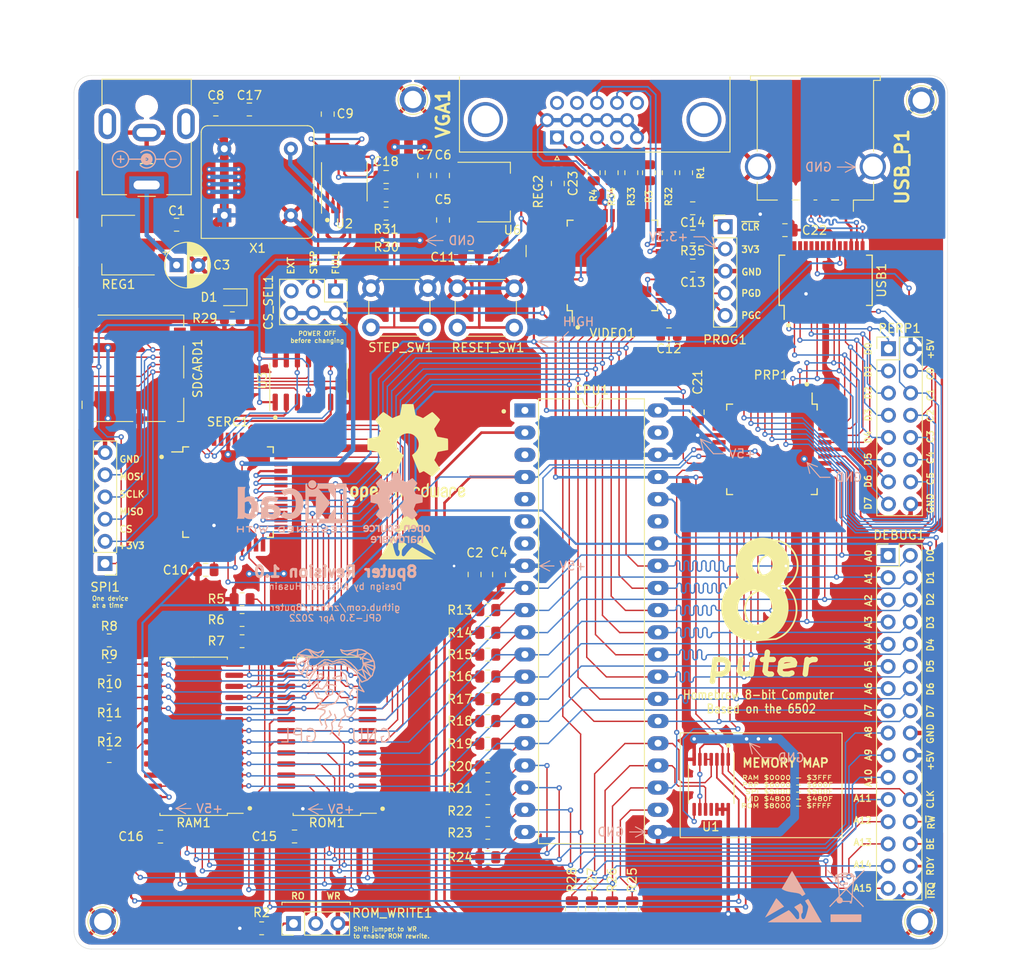
<source format=kicad_pcb>
(kicad_pcb (version 20211014) (generator pcbnew)
  (layers (0 "F.Cu" signal) (31 "B.Cu" signal) (34 "B.Paste" user) (35 "F.Paste" user) (36 "B.SilkS" user "B.Silkscreen") (37 "F.SilkS" user "F.Silkscreen") (38 "B.Mask" user) (39 "F.Mask" user) (44 "Edge.Cuts" user))
  (net 0 "")
  (net 1 "GND")
  (net 2 "CLOCK")
  (net 3 "DATA7")
  (net 4 "DATA6")
  (net 5 "DATA5")
  (net 6 "DATA4")
  (net 7 "DATA3")
  (net 8 "DATA2")
  (net 9 "DATA1")
  (net 10 "DATA0")
  (net 11 "ADDR14")
  (net 12 "ADDR12")
  (net 13 "ADDR7")
  (net 14 "ADDR6")
  (net 15 "ADDR5")
  (net 16 "ADDR4")
  (net 17 "ADDR3")
  (net 18 "ADDR2")
  (net 19 "ADDR1")
  (net 20 "ADDR0")
  (net 21 "ADDR10")
  (net 22 "ADDR11")
  (net 23 "ADDR9")
  (net 24 "ADDR8")
  (net 25 "ADDR13")
  (net 26 "ADDR15")
  (net 28 "+5V")
  (net 29 "Net-(R30-Pad2)")
  (net 30 "CPU_R~{W}")
  (net 34 "RDY")
  (net 35 "BE")
  (net 39 "~{PRP_CS}")
  (net 40 "/Power/PWR")
  (net 42 "/Clock/CRYSTAL")
  (net 44 "+3V3")
  (net 45 "~{IRQ}")
  (net 52 "~{RAM_CS}")
  (net 53 "~{ROM_CS}")
  (net 54 "/Peripheral Handler/PD0")
  (net 55 "/Peripheral Handler/PD1")
  (net 59 "Net-(D1-Pad1)")
  (net 60 "Net-(C11-Pad1)")
  (net 61 "/Peripheral Handler/PD2")
  (net 62 "/Peripheral Handler/PD3")
  (net 63 "/Peripheral Handler/PD4")
  (net 64 "/Peripheral Handler/PD5")
  (net 65 "/Peripheral Handler/PD6")
  (net 66 "/Peripheral Handler/PD7")
  (net 67 "/Storage/MISO")
  (net 68 "Net-(SERC1-Pad40)")
  (net 76 "Net-(C18-Pad1)")
  (net 77 "Net-(U2-Pad2)")
  (net 78 "/Clock/OSCC")
  (net 79 "Net-(U2-Pad12)")
  (net 80 "~{RESET}")
  (net 85 "/Peripheral Handler/SUSB+")
  (net 86 "/Peripheral Handler/SUSB-")
  (net 91 "/Clock/STEP")
  (net 92 "/Peripheral Handler/PC5")
  (net 94 "/Storage/MOSI")
  (net 95 "/Peripheral Handler/PC0")
  (net 96 "/Peripheral Handler/PC1")
  (net 97 "/Peripheral Handler/PC2")
  (net 98 "/Peripheral Handler/PC3")
  (net 99 "/Peripheral Handler/PC4")
  (net 102 "/Video/VSYNC")
  (net 103 "/Video/HSYNC")
  (net 104 "Net-(USB1-Pad17)")
  (net 106 "/Storage/SCLK")
  (net 107 "/Storage/CS")
  (net 126 "Net-(SERC1-Pad41)")
  (net 127 "Net-(SERC1-Pad42)")
  (net 128 "Net-(SERC1-Pad43)")
  (net 133 "Net-(PRP1-Pad38)")
  (net 134 "Net-(R2-Pad2)")
  (net 135 "Net-(ROM1-Pad27)")
  (net 138 "Net-(R4-Pad2)")
  (net 139 "Net-(R32-Pad2)")
  (net 140 "Net-(R1-Pad2)")
  (net 141 "Net-(R3-Pad2)")
  (net 146 "/Video/RED")
  (net 147 "/Video/BLUE")
  (net 148 "/Video/GREEN")
  (net 149 "Net-(R33-Pad2)")
  (net 150 "Net-(R34-Pad2)")
  (net 151 "Net-(C12-Pad1)")
  (net 152 "Net-(PROG1-Pad4)")
  (net 153 "Net-(PROG1-Pad5)")
  (net 154 "/Video/~{MCLR}")
  (footprint "Connector_PinHeader_2.54mm:PinHeader_2x08_P2.54mm_Vertical" (layer "F.Cu") (at 197.84 66.38)
    (fp_text reference "PERP1")
    (fp_text value "Conn_02x08_Odd_Even")
  )
  (footprint "Capacitor_SMD:C_0805_2012Metric" (layer "F.Cu") (at 129.852 122.215)
    (fp_text reference "C15")
    (fp_text value "100nF")
  )
  (footprint "Resistor_SMD:R_0805_2012Metric" (layer "F.Cu") (at 140.3375 50.92375)
    (fp_text reference "R30")
    (fp_text value "10K")
  )
  (footprint "Resistor_SMD:R_0805_2012Metric" (layer "F.Cu") (at 151.975281 119.3 180)
    (fp_text reference "R22")
    (fp_text value "1K")
  )
  (footprint "Connector_Card:microSD_HC_Molex_104031-0811" (layer "F.Cu") (at 111.347 68.645 90)
    (fp_text reference "SDCARD1")
    (fp_text value "Micro_SD_Card")
  )
  (footprint "Button_Switch_THT:SW_PUSH_6mm_H13mm" (layer "F.Cu") (at 148.494214 59.455786)
    (fp_text reference "RESET_SW1")
    (fp_text value "PUSHBTN")
  )
  (footprint "TestPoint:TestPoint_Plated_Hole_D2.0mm" (layer "F.Cu") (at 107.902 131.955)
    (fp_text reference "REF**" hide)
    (fp_text value "TestPoint_Plated_Hole_D2.0mm")
  )
  (footprint "Package_SO:SOIC-28W_7.5x17.9mm_P1.27mm" (layer "F.Cu") (at 133.552 110.745 180)
    (fp_text reference "ROM1")
    (fp_text value "AT28HC256E-90SU")
  )
  (footprint "Package_TO_SOT_SMD:SOT-143" (layer "F.Cu") (at 154.800005 55.199988 90)
    (fp_text reference "U6")
    (fp_text value "MAX811TEUS+T")
  )
  (footprint "Symbol:ESD-Logo_6.6x6mm_SilkScreen" (layer "F.Cu") (at 142.78824 87.544512)
    (fp_text reference "REF**" hide)
    (fp_text value "ESD-Logo_6.6x6mm_SilkScreen" hide)
  )
  (footprint "Connector_PinHeader_2.54mm:PinHeader_1x03_P2.54mm_Vertical" (layer "F.Cu") (at 129.735 132.18 90)
    (fp_text reference "ROM_WRITE1")
    (fp_text value "Conn_01x03")
  )
  (footprint "Resistor_SMD:R_0805_2012Metric" (layer "F.Cu") (at 161.6 130.4875 -90)
    (fp_text reference "R28")
    (fp_text value "1K")
  )
  (footprint "Resistor_SMD:R_0805_2012Metric" (layer "F.Cu") (at 151.975281 103.9 180)
    (fp_text reference "R16")
    (fp_text value "1K")
  )
  (footprint "Resistor_SMD:R_0805_2012Metric" (layer "F.Cu") (at 151.975281 96.3 180)
    (fp_text reference "R13")
    (fp_text value "1K")
  )
  (footprint "Package_DIP:DIP-40_W15.24mm_LongPads" (layer "F.Cu") (at 156.222 73.445)
    (fp_text reference "CPU1")
    (fp_text value "W65C02SxP")
  )
  (footprint "Resistor_SMD:R_0805_2012Metric" (layer "F.Cu") (at 172.682 46.235 -90)
    (fp_text reference "R32")
    (fp_text value "470R")
  )
  (footprint "Resistor_SMD:R_0805_2012Metric" (layer "F.Cu") (at 108.64 109.6892 180)
    (fp_text reference "R11")
    (fp_text value "1K")
  )
  (footprint "Capacitor_SMD:C_0805_2012Metric" (layer "F.Cu") (at 120.842 38.995 180)
    (fp_text reference "C8")
    (fp_text value "100nF")
  )
  (footprint "TestPoint:TestPoint_Plated_Hole_D2.0mm" (layer "F.Cu") (at 201.402 131.955)
    (fp_text reference "REF**" hide)
    (fp_text value "TestPoint_Plated_Hole_D2.0mm")
  )
  (footprint "Capacitor_SMD:C_0805_2012Metric" (layer "F.Cu") (at 150.462 92.225774 -90)
    (fp_text reference "C2")
    (fp_text value "1uF")
  )
  (footprint "Capacitor_SMD:C_0805_2012Metric" (layer "F.Cu") (at 133.65 39.52375 90)
    (fp_text reference "C9")
    (fp_text value "100nF")
  )
  (footprint "Resistor_SMD:R_0805_2012Metric" (layer "F.Cu") (at 151.975281 111.6 180)
    (fp_text reference "R19")
    (fp_text value "1K")
  )
  (footprint "Capacitor_SMD:C_0805_2012Metric" (layer "F.Cu") (at 176 73.65 90)
    (fp_text reference "C21")
    (fp_text value "100nF")
  )
  (footprint "Package_TO_SOT_SMD:SOT-223-3_TabPin2" (layer "F.Cu") (at 152.65 48.45)
    (fp_text reference "REG2")
    (fp_text value "NCP1117ST33T3G")
  )
  (footprint "Package_QFP:PQFP-44_10x10mm_P0.8mm" (layer "F.Cu") (at 122.242 82.795)
    (fp_text reference "SERC1")
    (fp_text value "W65C22SxQ")
  )
  (footprint "Resistor_SMD:R_0805_2012Metric" (layer "F.Cu") (at 166.152 46.235 -90)
    (fp_text reference "R34")
    (fp_text value "470R")
  )
  (footprint "Connector_PinHeader_2.54mm:PinHeader_1x05_P2.54mm_Vertical" (layer "F.Cu") (at 179.15 52.415)
    (fp_text reference "PROG1")
    (fp_text value "Conn_01x05")
  )
  (footprint "Capacitor_SMD:C_0805_2012Metric" (layer "F.Cu") (at 114.502 122.235)
    (fp_text reference "C16")
    (fp_text value "100nF")
  )
  (footprint "Capacitor_SMD:C_0805_2012Metric" (layer "F.Cu") (at 124.682 38.995)
    (fp_text reference "C17")
    (fp_text value "1uF")
  )
  (footprint "Capacitor_THT:CP_Radial_D5.0mm_P2.50mm" (layer "F.Cu") (at 116.344888 56.81)
    (fp_text reference "C3")
    (fp_text value "10uF 16V")
  )
  (footprint "Package_QFP:PQFP-44_10x10mm_P0.8mm" (layer "F.Cu") (at 184.500005 77.899988 -90)
    (fp_text reference "PRP1")
    (fp_text value "W65C22SxQ")
  )
  (footprint "Resistor_SMD:R_0805_2012Metric" (layer "F.Cu") (at 126.085 132.73)
    (fp_text reference "R2")
    (fp_text value "1K")
  )
  (footprint "Package_SO:TSSOP-14_4.4x5mm_P0.65mm" (layer "F.Cu") (at 177.55 116.25 -90)
    (fp_text reference "U1")
    (fp_text value "74AC00")
  )
  (footprint "LED_SMD:LED_0805_2012Metric" (layer "F.Cu") (at 122.7225 60.49 180)
    (fp_text reference "D1")
    (fp_text value "LED")
  )
  (footprint "Resistor_SMD:R_0805_2012Metric" (layer "F.Cu") (at 151.975281 109 180)
    (fp_text reference "R18")
    (fp_text value "1K")
  )
  (footprint "Resistor_SMD:R_0805_2012Metric" (layer "F.Cu") (at 123.847 97.435 180)
    (fp_text reference "R6")
    (fp_text value "1K")
  )
  (footprint "Connector_Dsub:DSUB-15-HD_Female_Horizontal_P2.29x1.98mm_EdgePinOffset3.03mm_Housed_MountingHolesOffset4.94mm" (layer "F.Cu") (at 159.9 42.200331 180)
    (fp_text reference "VGA1")
    (fp_text value "DB15_Female_HighDensity")
  )
  (footprint "Resistor_SMD:R_0805_2012Metric" (layer "F.Cu") (at 168.402 46.235 -90)
    (fp_text reference "R33")
    (fp_text value "470R")
  )
  (footprint "Resistor_SMD:R_0805_2012Metric" (layer "F.Cu") (at 151.975281 101.4 180)
    (fp_text reference "R15")
    (fp_text value "1K")
  )
  (footprint "Resistor_SMD:R_0805_2012Metric" (layer "F.Cu") (at 164.092 46.235 -90)
    (fp_text reference "R4")
    (fp_text value "1K")
  )
  (footprint "Connector_PinHeader_2.54mm:PinHeader_1x06_P2.54mm_Vertical" (layer "F.Cu") (at 108.16 90.97 180)
    (fp_text reference "SPI1")
    (fp_text value "Conn_01x06")
  )
  (footprint "Capacitor_SMD:C_0805_2012Metric" (layer "F.Cu") (at 153.262 92.225774 -90)
    (fp_text reference "C4")
    (fp_text value "10uF")
  )
  (footprint "Symbol:OSHW-Logo2_14.6x12mm_SilkScreen" (layer "F.Cu") (at 142.812 78.265)
    (fp_text reference "REF**" hide)
    (fp_text value "OSHW-Logo2_14.6x12mm_SilkScreen" hide)
  )
  (footprint "Connector_PinHeader_2.54mm:PinHeader_2x16_P2.54mm_Vertical" (layer "F.Cu") (at 197.8 90.05)
    (fp_text reference "DEBUG1")
    (fp_text value "Conn_02x16_Odd_Even")
  )
  (footprint "Package_SO:SOIC-14_3.9x8.7mm_P1.27mm" (layer "F.Cu") (at 131.45 70.0225 90)
    (fp_text reference "U3")
    (fp_text value "74HC126")
  )
  (footprint "Resistor_SMD:R_0805_2012Metric" (layer "F.Cu") (at 163.9 130.5 -90)
    (fp_text reference "R27")
    (fp_text value "1K")
  )
  (footprint "Resistor_SMD:R_0805_2012Metric" (layer "F.Cu") (at 151.975281 121.8 180)
    (fp_text reference "R23")
    (fp_text value "1K")
  )
  (footprint "Resistor_SMD:R_0805_2012Metric" (layer "F.Cu") (at 151.975281 124.6 180)
    (fp_text reference "R24")
    (fp_text value "1K")
  )
  (footprint "Package_SO:SSOP-28_5.3x10.2mm_P0.65mm" (layer "F.Cu") (at 190.65 58.55 90)
    (fp_text reference "USB1")
    (fp_text value "FT245RL")
  )
  (footprint "Capacitor_SMD:C_0805_2012Metric" (layer "F.Cu") (at 150.044219 55.9 180)
    (fp_text reference "C11")
    (fp_text value "100nF")
  )
  (footprint "TestPoint:TestPoint_Plated_Hole_D2.0mm" (layer "F.Cu") (at 143.402 37.855)
    (fp_text reference "REF**" hide)
    (fp_text value "TestPoint_Plated_Hole_D2.0mm")
  )
  (footprint "Resistor_SMD:R_0805_2012Metric" (layer "F.Cu") (at 151.975281 106.5 180)
    (fp_text reference "R17")
    (fp_text value "1K")
  )
  (footprint "Resistor_SMD:R_0805_2012Metric" (layer "F.Cu") (at 174.672 46.235 -90)
    (fp_text reference "R1")
    (fp_text value "1K")
  )
  (footprint "Resistor_SMD:R_0805_2012Metric" (layer "F.Cu") (at 108.64 103.04 180)
    (fp_text reference "R9")
    (fp_text value "1K")
  )
  (footprint "Resistor_SMD:R_0805_2012Metric" (layer "F.Cu") (at 108.64 106.36 180)
    (fp_text reference "R10")
    (fp_text value "1K")
  )
  (footprint "Resistor_SMD:R_0805_2012Metric" (layer "F.Cu") (at 175.4295 53.535 180)
    (fp_text reference "R35")
    (fp_text value "10K")
  )
  (footprint "Resistor_SMD:R_0805_2012Metric" (layer "F.Cu") (at 122.735 62.9 180)
    (fp_text reference "R29")
    (fp_text value "1K")
  )
  (footprint "Capacitor_SMD:C_0805_2012Metric" (layer "F.Cu") (at 146.844226 46.55 90)
    (fp_text reference "C6")
    (fp_text value "1uF")
  )
  (footprint "Capacitor_SMD:C_0805_2012Metric" (layer "F.Cu") (at 185.99 52.81 180)
    (fp_text reference "C22")
    (fp_text value "100nF")
  )
  (footprint "Resistor_SMD:R_0805_2012Metric" (layer "F.Cu") (at 168.5 130.5 -90)
    (fp_text reference "R25")
    (fp_text value "1K")
  )
  (footprint "Capacitor_SMD:C_0805_2012Metric" (layer "F.Cu") (at 140.3375 46.72375)
    (fp_text reference "C18")
    (fp_text value "1uF")
  )
  (footprint "Capacitor_SMD:C_0805_2012Metric" (layer "F.Cu") (at 175.4295 56.855)
    (fp_text reference "C13")
    (fp_text value "100nF")
  )
  (footprint "Capacitor_SMD:C_0805_2012Metric" (layer "F.Cu") (at 175.4295 50.305)
    (fp_text reference "C14")
    (fp_text value "100nF")
  )
  (footprint "Package_SO:SOIC-28W_7.5x17.9mm_P1.27mm" (layer "F.Cu") (at 118.302 110.75 180)
    (fp_text reference "RAM1")
    (fp_text value "AS6C62256-55SINTR")
  )
  (footprint "Package_QFP:TQFP-44_10x10mm_P0.8mm" (layer "F.Cu") (at 166.242 56.845 90)
    (fp_text reference "VIDEO1")
    (fp_text value "PIC32MX270F256D")
  )
  (footprint "Connector_BarrelJack:BarrelJack_CUI_PJ-063AH_Horizontal" (layer "F.Cu") (at 112.92 47.64 180)
    (fp_text reference "J1")
    (fp_text value "PWR-DC")
  )
  (footprint "Button_Switch_THT:SW_PUSH_6mm_H13mm" (layer "F.Cu") (at 145.1 63.944226 180)
    (fp_text reference "STEP_SW1")
    (fp_text value "PUSHBTN")
  )
  (footprint "Package_TO_SOT_SMD:SOT-223-3_TabPin2" (layer "F.Cu") (at 109.7 54.52 180)
    (fp_text reference "REG1")
    (fp_text value "NCP1117ST50T3G")
  )
  (footprint "Resistor_SMD:R_0805_2012Metric" (layer "F.Cu") (at 166.2 130.5 -90)
    (fp_text reference "R26")
    (fp_text value "1K")
  )
  (footprint "Capacitor_SMD:C_0805_2012Metric" (layer "F.Cu") (at 144.7 46.55 90)
    (fp_text reference "C7")
    (fp_text value "100nF")
  )
  (footprint "Resistor_SMD:R_0805_2012Metric" (layer "F.Cu") (at 151.975281 114.2 180)
    (fp_text reference "R20")
    (fp_text value "1K")
  )
  (footprint "Resistor_SMD:R_0805_2012Metric" (layer "F.Cu") (at 170.422 46.235 -90)
    (fp_text reference "R3")
    (fp_text value "1K")
  )
  (footprint "Resistor_SMD:R_0805_2012Metric" (layer "F.Cu") (at 151.975281 98.9 180)
    (fp_text reference "R14")
    (fp_text value "1K")
  )
  (footprint "Connector_PinHeader_2.54mm:PinHeader_2x03_P2.54mm_Vertical" (layer "F.Cu") (at 134.55 59.765 -90)
    (fp_text reference "CS_SEL1")
    (fp_text value "Conn_02x03_Odd_Even")
  )
  (footprint "Resistor_SMD:R_0805_2012Metric" (layer "F.Cu") (at 108.64 99.77 180)
    (fp_text reference "R8")
    (fp_text value "1K")
  )
  (footprint "Package_SO:TSSOP-14_4.4x5mm_P0.65mm" (layer "F.Cu") (at 135.55 47.27375 90)
    (fp_text reference "U2")
    (fp_text value "74AHC74")
  )
  (footprint "Resistor_SMD:R_0805_2012Metric" (layer "F.Cu") (at 151.975281 116.7 180)
    (fp_text reference "R21")
    (fp_text value "1K")
  )
  (footprint "Resistor_SMD:R_0805_2012Metric" (layer "F.Cu") (at 123.847 95.055 180)
    (fp_text reference "R5")
    (fp_text value "1K")
  )
  (footprint "Capacitor_SMD:C_0805_2012Metric" (layer "F.Cu") (at 172.712 64.735)
    (fp_text reference "C12")
    (fp_text value "10uF")
  )
  (footprint "Resistor_SMD:R_0805_2012Metric" (layer "F.Cu") (at 140.3375 48.82375 180)
    (fp_text reference "R31")
    (fp_text value "47K")
  )
  (footprint "Capacitor_SMD:C_0805_2012Metric" (layer "F.Cu") (at 119.692 91.695)
    (fp_text reference "C10")
    (fp_text value "100nF")
  )
  (footprint "Capacitor_SMD:C_0805_2012Metric" (layer "F.Cu") (at 159.992 47.465 90)
    (fp_text reference "C23")
    (fp_text value "100nF")
  )
  (footprint "Connector_USB:USB_A_TE_292303-7_Horizontal" (layer "F.Cu") (at 189.475001 42.834999 180)
    (fp_text reference "USB_P1")
    (fp_text value "USB_A")
  )
  (footprint "Capacitor_SMD:C_0805_2012Metric" (layer "F.Cu") (at 116.35 52.19)
    (fp_text reference "C1")
    (fp_text value "10uF")
  )
  (footprint "Resistor_SMD:R_0805_2012Metric" (layer "F.Cu") (at 123.847 99.865 180)
    (fp_text reference "R7")
    (fp_text value "1K")
  )
  (footprint "Resistor_SMD:R_0805_2012Metric" (layer "F.Cu") (at 108.64 113.015754 180)
    (fp_text reference "R12")
    (fp_text value "1K")
  )
  (footprint "TestPoint:TestPoint_Plated_Hole_D2.0mm" (layer "F.Cu") (at 201.602 37.955)
    (fp_text reference "")
    (fp_text value "TestPoint_Plated_Hole_D2.0mm")
  )
  (footprint "Capacitor_SMD:C_0805_2012Metric" (layer "F.Cu") (at 146.85 51.65 -90)
    (fp_text reference "C5")
    (fp_text value "10uF")
  )
  (footprint "Oscillator:Oscillator_DIP-8" (layer "F.Cu") (at 121.81 51.11)
    (fp_text reference "X1")
    (fp_text value "ECS-2200BX-100")
  )
  (footprint "Symbol:Symbol_GNU-Logo_SilkscreenTop" (layer "B.Cu") (at 134.29181 104.53893 180)
    (fp_text reference "REF**" hide)
    (fp_text value "Symbol_GNU-Logo_SilkscreenTop")
  )
  (footprint "Symbol:OSHW-Logo_7.5x8mm_SilkScreen" (layer "B.Cu") (at 141.542 84.615 180)
    (fp_text reference "REF**" hide)
    (fp_text value "OSHW-Logo_7.5x8mm_SilkScreen" hide)
  )
  (footprint "Symbol:Symbol_Barrel_Polarity" (layer "B.Cu") (at 112.93 44.61 180)
    (fp_text reference "REF**" hide)
    (fp_text value "Symbol_Barrel_Polarity")
  )
  (footprint "Symbol:WEEE-Logo_4.2x6mm_SilkScreen" (layer "B.Cu") (at 192.96 128.99 180)
    (fp_text reference "REF**" hide)
    (fp_text value "WEEE-Logo_4.2x6mm_SilkScreen" hide)
  )
  (footprint "Symbol:ESD-Logo_6.6x6mm_SilkScreen" (layer "B.Cu") (at 186.96 129.09 180)
    (fp_text reference "REF**" hide)
    (fp_text value "ESD-Logo_6.6x6mm_SilkScreen" hide)
  )
  (footprint "Symbol:KiCad-Logo2_5mm_SilkScreen" (layer "B.Cu") (at 129.542 84.415 180)
    (fp_text reference "REF**" hide)
    (fp_text value "KiCad-Logo2_5mm_SilkScreen" hide)
  )
  (gr_circle (center 183.41746 91.095461) (end 185.288594 91.425389) (layer "F.SilkS") (width 1.5) (fill none))
  (gr_line (start 128.76 129.75) (end 132.09 129.75) (layer "F.SilkS") (width 0.12))
  (gr_circle (center 188.5 70.45) (end 188.7 70.45) (layer "F.SilkS") (width 0.12) (fill solid))
  (gr_circle (center 114.632 78.765) (end 114.832 78.765) (layer "F.SilkS") (width 0.12) (fill solid))
  (gr_circle (center 139.932 119.045) (end 140.132 119.045) (layer "F.SilkS") (width 0.12) (fill solid))
  (gr_circle (center 133.602 51.655) (end 133.802 51.655) (layer "F.SilkS") (width 0.12) (fill solid))
  (gr_arc (start 181.100544 92.71779) (mid 183.908689 88.31003) (end 185.039775 93.412384) (layer "F.SilkS") (width 0.5))
  (gr_circle (center 153.802 73.55) (end 154.002 73.55) (layer "F.SilkS") (width 0.12) (fill solid))
  (gr_line (start 186.2 93.586031) (end 185.41 93.45) (layer "F.SilkS") (width 0.12))
  (gr_line (start 184.96 99.61) (end 182.52 99.78) (layer "F.SilkS") (width 0.2))
  (gr_rect (start 174 110.35) (end 192.525 122.35) (layer "F.SilkS") (width 0.12) (fill none))
  (gr_line (start 132.51 129.74) (end 132.51 130.04) (layer "F.SilkS") (width 0.12))
  (gr_circle (center 179.5 111.8) (end 179.7 111.8) (layer "F.SilkS") (width 0.12) (fill solid))
  (gr_line (start 128.41 129.75) (end 128.41 130.05) (layer "F.SilkS") (width 0.12))
  (gr_arc (start 185.495418 88.45) (mid 187.417569 90.802665) (end 186.2 93.586031) (layer "F.SilkS") (width 0.2))
  (gr_line (start 128.76 129.75) (end 128.41 129.75) (layer "F.SilkS") (width 0.12))
  (gr_circle (center 124.732 118.995) (end 124.932 118.995) (layer "F.SilkS") (width 0.12) (fill solid))
  (gr_circle (center 127.652 74.255) (end 127.852 74.255) (layer "F.SilkS") (width 0.12) (fill solid))
  (gr_line (start 185.495418 88.45) (end 183.9 88.16) (layer "F.SilkS") (width 0.2))
  (gr_line (start 135.88 129.74) (end 132.51 129.74) (layer "F.SilkS") (width 0.12))
  (gr_arc (start 186.2 93.586031) (mid 187.247562 96.931003) (end 184.975418 99.6) (layer "F.SilkS") (width 0.2))
  (gr_arc (start 182.981676 98.360711) (mid 181.409927 96.09997) (end 183.235959 94.039214) (layer "F.SilkS") (width 0.2))
  (gr_line (start 132.09 129.75) (end 132.09 130.05) (layer "F.SilkS") (width 0.12))
  (gr_circle (center 182.549215 96.019519) (end 185.190829 96.586847) (layer "F.SilkS") (width 1.5) (fill none))
  (gr_line (start 135.88 129.74) (end 136.23 129.74) (layer "F.SilkS") (width 0.12))
  (gr_line (start 136.23 129.74) (end 136.23 130.04) (layer "F.SilkS") (width 0.12))
  (gr_circle (center 186.4 63.7) (end 186.6 63.7) (layer "F.SilkS") (width 0.12) (fill solid))
  (gr_circle (center 162.272 63.935) (end 162.472 63.935) (layer "F.SilkS") (width 0.12) (fill solid))
  (gr_arc (start 185.039775 93.412384) (mid 181.923455 99.568256) (end 181.100544 92.71779) (layer "F.SilkS") (width 0.5))
  (gr_arc (start 184.120083 92.720714) (mid 182.969996 91.479985) (end 183.872022 90.048775) (layer "F.SilkS") (width 0.2))
  (gr_line locked (start 204.6 37.1) (end 204.6 133.1) (layer "Edge.Cuts") (width 0.05))
  (gr_arc locked (start 104.6 37.1) (mid 105.185786 35.685786) (end 106.6 35.1) (layer "Edge.Cuts") (width 0.05))
  (gr_arc locked (start 106.6 135.1) (mid 105.185786 134.514214) (end 104.6 133.1) (layer "Edge.Cuts") (width 0.05))
  (gr_line locked (start 202.585786 135.1) (end 106.6 135.1) (layer "Edge.Cuts") (width 0.05))
  (gr_line locked (start 106.6 35.1) (end 202.6 35.1) (layer "Edge.Cuts") (width 0.05))
  (gr_arc locked (start 202.6 35.1) (mid 204.014214 35.685786) (end 204.6 37.1) (layer "Edge.Cuts") (width 0.05))
  (gr_line locked (start 104.6 133.1) (end 104.6 37.1) (layer "Edge.Cuts") (width 0.05))
  (gr_arc locked (start 204.6 133.1) (mid 204.005056 134.515106) (end 202.585786 135.1) (layer "Edge.Cuts") (width 0.05))
  (gr_text "Design by Alisamar Husain\n\ngithub.com/zrthxn/8puter\nGPL-3.0 Apr 2022" (at 134.52719 95.40107) (layer "B.SilkS") (effects (font (size 0.75 0.75) (thickness 0.125)) (justify mirror)))
  (gr_text "-" (at 115.932 44.625) (layer "B.SilkS") (effects (font (size 1 1)) (justify mirror)))
  (gr_text "8puter Revision 1.0" (at 134.55219 91.90107) (layer "B.SilkS") (effects (font (size 1.25 1.25) (thickness 0.3125)) (justify mirror)))
  (gr_text "+" (at 109.942 44.605) (layer "B.SilkS") (effects (font (size 1 1)) (justify mirror)))
  (gr_text "A8" (at 195.55 109.5 90) (layer "F.SilkS") (effects (font (size 0.75 0.75)) (justify right)))
  (gr_text "C1" (at 202.65 71.648876 90) (layer "F.SilkS") (effects (font (size 0.75 0.75))))
  (gr_text "FULL" (at 134.57 57.97 90) (layer "F.SilkS") (effects (font (size 0.75 0.75)) (justify left)))
  (gr_text "C4" (at 202.65 78.861119 90) (layer "F.SilkS") (effects (font (size 0.75 0.75))))
  (gr_text "GND" (at 202.65 84.08 90) (layer "F.SilkS") (effects (font (size 0.75 0.75))))
  (gr_text "D2" (at 202.64 95.91 90) (layer "F.SilkS") (effects (font (size 0.75 0.75)) (justify left)))
  (gr_text "A11" (at 196.02 117.85) (layer "F.SilkS") (effects (font (size 0.75 0.75)) (justify right)))
  (gr_text "STEP" (at 132.05 57.96 90) (layer "F.SilkS") (effects (font (size 0.75 0.75)) (justify left)))
  (gr_text "+3V3" (at 109.572 88.915) (layer "F.SilkS") (effects (font (size 0.75 0.75)) (justify left)))
  (gr_text "A14" (at 196.02 125.435) (layer "F.SilkS") (effects (font (size 0.75 0.75)) (justify right)))
  (gr_text "A10" (at 195.55 114.39 90) (layer "F.SilkS") (effects (font (size 0.75 0.75)) (justify right)))
  (gr_text "POWER OFF\nbefore changing" (at 132.45 65.05) (layer "F.SilkS") (effects (font (size 0.5 0.5) (thickness 0.1))))
  (gr_text "GND" (at 180.93 57.6) (layer "F.SilkS") (effects (font (size 0.75 0.75)) (justify left)))
  (gr_text "A12" (at 196.02 120.365) (layer "F.SilkS") (effects (font (size 0.75 0.75)) (justify right)))
  (gr_text "D1" (at 202.64 93.42 90) (layer "F.SilkS") (effects (font (size 0.75 0.75)) (justify left)))
  (gr_text "Shift jumper to WR\nto enable ROM rewrite." (at 136.53 133.22) (layer "F.SilkS") (effects (font (size 0.5 0.5) (thickness 0.1)) (justify left)))
  (gr_text "D0" (at 202.64 90.895 90) (layer "F.SilkS") (effects (font (size 0.75 0.75)) (justify left)))
  (gr_text "A2" (at 195.55 94.42 90) (layer "F.SilkS") (effects (font (size 0.75 0.75)) (justify right)))
  (gr_text "RO" (at 130.24 129.04) (layer "F.SilkS") (effects (font (size 0.75 0.75))))
  (gr_text "+5V" (at 202.65 66.43 90) (layer "F.SilkS") (effects (font (size 0.75 0.75))))
  (gr_text "MEMORY MAP" (at 181 113.8) (layer "F.SilkS") (effects (font (size 1 1) (thickness 0.2)) (justify left)))
  (gr_text "puter" (at 183.3 102.5) (layer "F.SilkS") (effects (font (size 2.5 3.25) (thickness 0.625) italic)))
  (gr_text "RDY" (at 202.64 125.62 90) (layer "F.SilkS") (effects (font (size 0.75 0.75))))
  (gr_text "D3" (at 202.64 98.57 90) (layer "F.SilkS") (effects (font (size 0.75 0.75)) (justify left)))
  (gr_text "A3" (at 195.55 96.9 90) (layer "F.SilkS") (effects (font (size 0.75 0.75)) (justify right)))
  (gr_text "MOSI" (at 109.732 81.035) (layer "F.SilkS") (effects (font (size 0.75 0.75)) (justify left)))
  (gr_text "One device\nat a time" (at 106.62 95.37) (layer "F.SilkS") (effects (font (size 0.5 0.5) (thickness 0.1)) (justify left)))
  (gr_text "D7" (at 195.51 84.08 90) (layer "F.SilkS") (effects (font (size 0.75 0.75))))
  (gr_text "R~{W}" (at 202.745 121.5 90) (layer "F.SilkS") (effects (font (size 0.75 0.75)) (justify left)))
  (gr_text "D6" (at 195.51 81.552852 90) (layer "F.SilkS") (effects (font (size 0.75 0.75))))
  (gr_text "D2" (at 195.51 71.444284 90) (layer "F.SilkS") (effects (font (size 0.75 0.75))))
  (gr_text "CLK" (at 202.64 119.12 90) (layer "F.SilkS") (effects (font (size 0.75 0.75)) (justify left)))
  (gr_text "C3" (at 202.65 76.457038 90) (layer "F.SilkS") (effects (font (size 0.75 0.75))))
  (gr_text "BE" (at 202.64 123.06 90) (layer "F.SilkS") (effects (font (size 0.75 0.75))))
  (gr_text "+5V" (at 202.64 114.77 90) (layer "F.SilkS") (effects (font (size 0.75 0.75)) (justify left)))
  (gr_text "A1" (at 195.55 91.85 90) (layer "F.SilkS") (effects (font (size 0.75 0.75)) (justify right)))
  (gr_text "PGC" (at 180.91 62.57) (layer "F.SilkS") (effects (font (size 0.75 0.75)) (justify left)))
  (gr_text "CS" (at 109.732 87.035) (layer "F.SilkS") (effects (font (size 0.75 0.75)) (justify left)))
  (gr_text "A9" (at 195.55 112.095 90) (layer "F.SilkS") (effects (font (size 0.75 0.75)) (justify right)))
  (gr_text "WR" (at 134.32 129.04) (layer "F.SilkS") (effects (font (size 0.75 0.75))))
  (gr_text "~{CLR}" (at 180.88 52.45) (layer "F.SilkS") (effects (font (size 0.75 0.75)) (justify left)))
  (gr_text "A5" (at 195.55 101.97 90) (layer "F.SilkS") (effects (font (size 0.75 0.75)) (justify right)))
  (gr_text "A4" (at 195.55 99.39 90) (layer "F.SilkS") (effects (font (size 0.75 0.75)) (justify right)))
  (gr_text "RAM\nPRP\nSPI\nVID\nROM" (at 183.1 117.1) (layer "F.SilkS") (effects (font (size 0.5 0.65) (thickness 0.1)) (justify right)))
  (gr_text "A0" (at 195.55 89.31 90) (layer "F.SilkS") (effects (font (size 0.75 0.75)) (justify right)))
  (gr_text "MISO" (at 109.732 85.035) (layer "F.SilkS") (effects (font (size 0.75 0.75)) (justify left)))
  (gr_text "A6" (at 195.55 104.48 90) (layer "F.SilkS") (effects (font (size 0.75 0.75)) (justify right)))
  (gr_text "PGD" (at 180.91 60.03) (layer "F.SilkS") (effects (font (size 0.75 0.75)) (justify left)))
  (gr_text "~{IRQ}" (at 202.745 129.45 90) (layer "F.SilkS") (effects (font (size 0.75 0.75)) (justify left)))
  (gr_text "A13" (at 196.02 122.885) (layer "F.SilkS") (effects (font (size 0.75 0.75)) (justify right)))
  (gr_text "D5" (at 195.51 79.02571 90) (layer "F.SilkS") (effects (font (size 0.75 0.75))))
  (gr_text "GND" (at 202.64 111.7 90) (layer "F.SilkS") (effects (font (size 0.75 0.75)) (justify left)))
  (gr_text "EXT" (at 129.44 57.96 90) (layer "F.SilkS") (effects (font (size 0.75 0.75)) (justify left)))
  (gr_text "A15" (at 196.02 128.135) (layer "F.SilkS") (effects (font (size 0.75 0.75)) (justify right)))
  (gr_text "C5" (at 202.65 81.2652 90) (layer "F.SilkS") (effects (font (size 0.75 0.75))))
  (gr_text "D0" (at 195.51 66.39 90) (layer "F.SilkS") (effects (font (size 0.75 0.75))))
  (gr_text "3V3" (at 180.91 55.02) (layer "F.SilkS") (effects (font (size 0.75 0.75)) (justify left)))
  (gr_text "D5" (at 202.64 103.56 90) (layer "F.SilkS") (effects (font (size 0.75 0.75)) (justify left)))
  (gr_text "D1" (at 195.51 68.917142 90) (layer "F.SilkS") (effects (font (size 0.75 0.75))))
  (gr_text "D7" (at 202.64 108.72 90) (layer "F.SilkS") (effects (font (size 0.75 0.75)) (justify left)))
  (gr_text "C2" (at 202.65 74.052957 90) (layer "F.SilkS") (effects (font (size 0.75 0.75))))
  (gr_text "D4" (at 195.51 76.498568 90) (layer "F.SilkS") (effects (font (size 0.75 0.75))))
  (gr_text "Homebrew 8-bit Computer \nBased on the 6502" (at 183.28 106.8) (layer "F.SilkS") (effects (font (size 1 0.85))))
  (gr_text "D6" (at 202.64 106.17 90) (layer "F.SilkS") (effects (font (size 0.75 0.75)) (justify left)))
  (gr_text "$0000 - $3FFF\n$6000 - $600F\n$5000 - $500F\n$4800 - $480F\n$8000 - $FFFF" (at 183.5 117.1) (layer "F.SilkS") (effects (font (size 0.5 0.65) (thickness 0.1)) (justify left)))
  (gr_text "A7" (at 195.55 106.98 90) (layer "F.SilkS") (effects (font (size 0.75 0.75)) (justify right)))
  (gr_text "D4" (at 202.64 101.13 90) (layer "F.SilkS") (effects (font (size 0.75 0.75)) (justify left)))
  (gr_text "GND" (at 109.732 79.035) (layer "F.SilkS") (effects (font (size 0.75 0.75)) (justify left)))
  (gr_text "C0" (at 202.65 69.244795 90) (layer "F.SilkS") (effects (font (size 0.75 0.75))))
  (gr_text "SCLK" (at 109.732 83.035) (layer "F.SilkS") (effects (font (size 0.75 0.75)) (justify left)))
  (gr_text "D3" (at 195.51 73.971426 90) (layer "F.SilkS") (effects (font (size 0.75 0.75))))
  (dimension (type leader) (layer "B.SilkS") (pts (xy 157.442 91.25) (xy 158.652 91.25)) (gr_text "+5V" (at 161.702 91.25) (layer "B.SilkS") (effects (font (size 1 1) (thickness 0.15)) (justify mirror))) (format (units 0) (units_format 0) (precision 4) (override_value "+5V")) (style (thickness 0.12) (arrow_length 1.27) (text_position_mode 0) (text_frame 0) (extension_offset 0.5)))
  (dimension (type leader) (layer "B.SilkS") (pts (xy 130.94 119.09) (xy 132.15 119.09)) (gr_text "+5V" (at 135.2 119.09) (layer "B.SilkS") (effects (font (size 1 1) (thickness 0.15)) (justify mirror))) (format (units 0) (units_format 0) (precision 4) (override_value "+5V")) (style (thickness 0.12) (arrow_length 1.27) (text_position_mode 0) (text_frame 0) (extension_offset 0.5)))
  (dimension (type leader) (layer "B.SilkS") (pts (xy 188.2 79.05) (xy 190 81.1)) (gr_text "GND" (at 193.3 81.1) (layer "B.SilkS") (effects (font (size 1 1) (thickness 0.15)) (justify mirror))) (format (units 0) (units_format 0) (precision 4) (override_value "GND")) (style (thickness 0.12) (arrow_length 1.27) (text_position_mode 0) (text_frame 0) (extension_offset 0.5)))
  (dimension (type leader) (layer "B.SilkS") (pts (xy 170.5 121.7) (xy 163 121.7)) (gr_text "GND" (at 166.05 121.7) (layer "B.SilkS") (effects (font (size 1 1) (thickness 0.15)) (justify mirror))) (format (units 0) (units_format 0) (precision 4) (override_value "GND")) (style (thickness 0.12) (arrow_length 1.27) (text_position_mode 0) (text_frame 0) (extension_offset 0.5)))
  (dimension (type leader) (layer "B.SilkS") (pts (xy 178.39 55.17) (xy 176.79 53.57)) (gr_text "+3.3V" (at 172.69 53.57) (layer "B.SilkS") (effects (font (size 1 1) (thickness 0.15)) (justify mirror))) (format (units 0) (units_format 0) (precision 4) (override_value "+3.3V")) (style (thickness 0.12) (arrow_length 1.27) (text_position_mode 0) (text_frame 0) (extension_offset 0.5)))
  (dimension (type leader) (layer "B.SilkS") (pts (xy 194.53 45.59) (xy 191.83 45.59)) (gr_text "GND" (at 189.83 45.59) (layer "B.SilkS") (effects (font (size 1 1) (thickness 0.15)) (justify mirror))) (format (units 0) (units_format 0) (precision 4) (override_value "GND")) (style (thickness 0.12) (arrow_length 1.27) (text_position_mode 0) (text_frame 0) (extension_offset 0.5)))
  (dimension (type leader) (layer "B.SilkS") (pts (xy 181.6 111.15) (xy 183.4 113.2)) (gr_text "GND" (at 186.7 113.2) (layer "B.SilkS") (effects (font (size 1 1) (thickness 0.15)) (justify mirror))) (format (units 0) (units_format 0) (precision 4) (override_value "GND")) (style (thickness 0.12) (arrow_length 1.27) (text_position_mode 0) (text_frame 0) (extension_offset 0.5)))
  (dimension (type leader) (layer "B.SilkS") (pts (xy 176 76.35) (xy 177.8 78.4)) (gr_text "+5V" (at 181.1 78.4) (layer "B.SilkS") (effects (font (size 1 1) (thickness 0.15)) (justify mirror))) (format (units 0) (units_format 0) (precision 4) (override_value "+5V")) (style (thickness 0.12) (arrow_length 1.27) (text_position_mode 0) (text_frame 0) (extension_offset 0.5)))
  (dimension (type leader) (layer "B.SilkS") (pts (xy 144.4 54) (xy 148.1 54)) (gr_text "GND" (at 149 54) (layer "B.SilkS") (effects (font (size 1 1) (thickness 0.15)) (justify mirror))) (format (units 0) (units_format 0) (precision 4) (override_value "GND")) (style (thickness 0.12) (arrow_length 1.27) (text_position_mode 0) (text_frame 0) (extension_offset 0.5)))
  (dimension (type leader) (layer "B.SilkS") (pts (xy 157.23 65.58) (xy 160.06 65.58)) (gr_text "HIGH" (at 162.35 63.29) (layer "B.SilkS") (effects (font (size 1 1) (thickness 0.15)))) (format (units 0) (units_format 0) (precision 4) (override_value "HIGH")) (style (thickness 0.12) (arrow_length 1.27) (text_position_mode 0) (text_frame 0) (extension_offset 0.5)))
  (dimension (type leader) (layer "B.SilkS") (pts (xy 115.78 118.99) (xy 117 119.02)) (gr_text "+5V" (at 120.14 119.02) (layer "B.SilkS") (effects (font (size 1 1) (thickness 0.15)) (justify mirror))) (format (units 0) (units_format 0) (precision 4) (override_value "+5V")) (style (thickness 0.12) (arrow_length 1.27) (text_position_mode 0) (text_frame 0) (extension_offset 0.5)))
  (segment (start 137.5 52.143) (end 137.5 50.13625) (width 0.4) (layer "F.Cu") (net 1))
  (segment (start 165.442 49.6395) (end 165.4175 49.615) (width 0.2) (layer "F.Cu") (net 1))
  (segment (start 122.242 78.475) (end 122.232 78.485) (width 0.4) (layer "F.Cu") (net 1))
  (segment (start 190.975 56.075) (end 191.5 56.6) (width 0.3) (layer "F.Cu") (net 1))
  (segment (start 122.9345 93.8895) (end 124.674 92.15) (width 0.4) (layer "F.Cu") (net 1))
  (segment (start 144.7 45.6) (end 146.844226 45.6) (width 0.4) (layer "F.Cu") (net 1))
  (segment (start 195.42 80.02) (end 195.42 85.09) (width 0.4) (layer "F.Cu") (net 1))
  (segment (start 189.300012 77.899988) (end 188.2 79) (width 0.4) (layer "F.Cu") (net 1))
  (segment (start 188.375 58.475) (end 189.1 59.2) (width 0.3) (layer "F.Cu") (net 1))
  (segment (start 191.5 56.6) (end 191.5 59.2) (width 0.3) (layer "F.Cu") (net 1))
  (segment (start 165.442 55.245) (end 163.842 56.845) (width 0.2) (layer "F.Cu") (net 1))
  (segment (start 190.550005 77.899988) (end 193.299988 77.899988) (width 0.4) (layer "F.Cu") (net 1))
  (segment (start 177.785 57.495) (end 177.235 58.045) (width 0.2) (layer "F.Cu") (net 1))
  (segment (start 179.15 57.495) (end 177.785 57.495) (width 0.2) (layer "F.Cu") (net 1))
  (segment (start 190.550005 77.899988) (end 189.300012 77.899988) (width 0.4) (layer "F.Cu") (net 1))
  (segment (start 173.352 58.045) (end 172.952 57.645) (width 0.2) (layer "F.Cu") (net 1))
  (segment (start 139.425 50.92375) (end 139.425 52.072) (width 0.4) (layer "F.Cu") (net 1))
  (segment (start 199.61 86.08) (end 200.38 85.31) (width 0.4) (layer "F.Cu") (net 1))
  (segment (start 190.325 59.2) (end 190.325 62.15) (width 0.3) (layer "F.Cu") (net 1))
  (segment (start 192.5 59.2) (end 191.5 59.2) (width 0.3) (layer "F.Cu") (net 1))
  (segment (start 141.2875 46.72375) (end 141.2875 43.3125) (width 0.5) (layer "F.Cu") (net 1))
  (segment (start 195.42 85.09) (end 196.41 86.08) (width 0.4) (layer "F.Cu") (net 1))
  (segment (start 167.712 57.645) (end 166.242 59.115) (width 0.2) (layer "F.Cu") (net 1))
  (segment (start 171.942 57.645) (end 167.712 57.645) (width 0.2) (layer "F.Cu") (net 1))
  (segment (start 146.844226 45.6) (end 148.95 45.6) (width 0.4) (layer "F.Cu") (net 1))
  (segment (start 165.442 51.145) (end 165.442 55.245) (width 0.2) (layer "F.Cu") (net 1))
  (segment (start 192.925 54.95) (end 192.925 58.775) (width 0.3) (layer "F.Cu") (net 1))
  (segment (start 108.487 66.25) (end 105.897 66.25) (width 0.16) (layer "F.Cu") (net 1))
  (segment (start 141.2875 43.3125) (end 141.31 43.29) (width 0.5) (layer "F.Cu") (net 1))
  (segment (start 139.425 52.072) (end 139.022 52.475) (width 0.4) (layer "F.Cu") (net 1))
  (segment (start 144.69 45.59) (end 144.7 45.6) (width 0.5) (layer "F.Cu") (net 1))
  (segment (start 108.492 74.355) (end 112.017 74.355) (width 0.4) (layer "F.Cu") (net 1))
  (segment (start 139.022 52.475) (end 137.832 52.475) (width 0.4) (layer "F.Cu") (net 1))
  (segment (start 192.925 58.775) (end 192.5 59.2) (width 0.3) (layer "F.Cu") (net 1))
  (segment (start 200.38 85.31) (end 200.38 84.16) (width 0.4) (layer "F.Cu") (net 1))
  (segment (start 177.235 58.045) (end 173.352 58.045) (width 0.2) (layer "F.Cu") (net 1))
  (segment (start 188.375 54.95) (end 188.375 58.475) (width 0.3) (layer "F.Cu") (net 1))
  (segment (start 122.9345 95.055) (end 122.9345 93.8895) (width 0.4) (layer "F.Cu") (net 1))
  (segment (start 175.6 113.3875) (end 175.6 111.05) (width 0.4) (layer "F.Cu") (net 1))
  (segment (start 193.299988 77.899988) (end 195.42 80.02) (width 0.4) (layer "F.Cu") (net 1))
  (segment (start 112.017 74.355) (end 112.047 74.385) (width 0.4) (layer "F.Cu") (net 1))
  (segment (start 163.842 56.845) (end 160.542 56.845) (width 0.2) (layer "F.Cu") (net 1))
  (segment (start 165.442 51.145) (end 165.442 49.6395) (width 0.2) (layer "F.Cu") (net 1))
  (segment (start 196.41 86.08) (end 199.61 86.08) (width 0.4) (layer "F.Cu") (net 1))
  (segment (start 148.95 45.6) (end 149.5 46.15) (width 0.4) (layer "F.Cu") (net 1))
  (segment (start 172.952 57.645) (end 171.942 57.645) (width 0.2) (layer "F.Cu") (net 1))
  (segment (start 191.5 59.2) (end 189.1 59.2) (width 0.3) (layer "F.Cu") (net 1))
  (segment (start 137.832 52.475) (end 137.5 52.143) (width 0.4) (layer "F.Cu") (net 1))
  (segment (start 166.242 59.115) (end 166.242 62.545) (width 0.2) (layer "F.Cu") (net 1))
  (segment (start 144.69 43.27) (end 144.69 45.59) (width 0.5) (layer "F.Cu") (net 1))
  (segment (start 190.975 54.95) (end 190.975 56.075) (width 0.3) (layer "F.Cu") (net 1))
  (segment (start 122.242 76.745) (end 122.242 78.475) (width 0.4) (layer "F.Cu") (net 1))
  (via (at 165.4175 49.615) (size 0.8) (drill 0.4) (layers "F.Cu" "B.Cu") (net 1))
  (via (at 123.432 46.715) (size 0.6) (drill 0.3) (layers "F.Cu" "B.Cu") (net 1))
  (via (at 128.614 92.13) (size 0.8) (drill 0.4) (layers "F.Cu" "B.Cu") (net 1))
  (via (at 120.072 46.715) (size 0.6) (drill 0.3) (layers "F.Cu" "B.Cu") (net 1))
  (via (at 122.232 78.485) (size 0.8) (drill 0.4) (layers "F.Cu" "B.Cu") (net 1))
  (via (at 120.082 45.835) (size 0.6) (drill 0.3) (layers "F.Cu" "B.Cu") (net 1))
  (via (at 123.432 47.555) (size 0.6) (drill 0.3) (layers "F.Cu" "B.Cu") (net 1))
  (via (at 108.492 66.255) (size 0.8) (drill 0.4) (layers "F.Cu" "B.Cu") (net 1))
  (via (at 175.6 111.05) (size 0.8) (drill 0.4) (layers "F.Cu" "B.Cu") (net 1))
  (via (at 181.6 111.05) (size 0.8) (drill 0.4) (layers "F.Cu" "B.Cu") (net 1))
  (via (at 120.062 48.425) (size 0.6) (drill 0.3) (layers "F.Cu" "B.Cu") (net 1))
  (via (at 124.674 92.15) (size 0.8) (drill 0.4) (layers "F.Cu" "B.Cu") (net 1))
  (via (at 120.072 47.555) (size 0.6) (drill 0.3) (layers "F.Cu" "B.Cu") (net 1))
  (via (at 123.442 45.835) (size 0.6) (drill 0.3) (layers "F.Cu" "B.Cu") (net 1))
  (via (at 139.9 53.97375) (size 0.8) (drill 0.4) (layers "F.Cu" "B.Cu") (net 1))
  (via (at 182.95 111.05) (size 0.8) (drill 0.4) (layers "F.Cu" "B.Cu") (net 1))
  (via (at 144.2 53.97375) (size 0.8) (drill 0.4) (layers "F.Cu" "B.Cu") (net 1))
  (via (at 188.2 79) (size 0.8) (drill 0.4) (layers "F.Cu" "B.Cu") (net 1))
  (via (at 144.69 43.27) (size 0.8) (drill 0.4) (layers "F.Cu" "B.Cu") (net 1))
  (via (at 184.3 111.05) (size 0.8) (drill 0.4) (layers "F.Cu" "B.Cu") (net 1))
  (via (at 108.492 74.355) (size 0.8) (drill 0.4) (layers "F.Cu" "B.Cu") (net 1))
  (via (at 141.31 43.29) (size 0.8) (drill 0.4) (layers "F.Cu" "B.Cu") (net 1))
  (via (at 123.422 48.425) (size 0.6) (drill 0.3) (layers "F.Cu" "B.Cu") (net 1))
  (segment (start 120.062 48.425) (end 123.422 48.425) (width 0.5) (layer "B.Cu") (net 1))
  (segment (start 185.395 121.705) (end 187.1 120) (width 1) (layer "B.Cu") (net 1))
  (segment (start 157.692 44.265) (end 157.692 41.283331) (width 0.2) (layer "B.Cu") (net 1))
  (segment (start 141.31 43.29) (end 144.67 43.29) (width 0.5) (layer "B.Cu") (net 1))
  (segment (start 120.072 47.555) (end 123.432 47.555) (width 0.5) (layer "B.Cu") (net 1))
  (segment (start 167.915 40.220331) (end 167.967331 40.220331) (width 0.5) (layer "B.Cu") (net 1))
  (segment (start 165.4175 49.615) (end 165.4175 48.2205) (width 0.2) (layer "B.Cu") (net 1))
  (segment (start 120.082 45.835) (end 123.442 45.835) (width 0.5) (layer "B.Cu") (net 1))
  (segment (start 167.967331 40.220331) (end 169.06 41.313) (width 0.5) (layer "B.Cu") (net 1))
  (segment (start 185.35 111.05) (end 184.25 111.05) (width 1) (layer "B.Cu") (net 1))
  (segment (start 158.332 44.905) (end 157.692 44.265) (width 0.2) (layer "B.Cu") (net 1))
  (segment (start 144.67 43.29) (end 144.69 43.27) (width 0.5) (layer "B.Cu") (net 1))
  (segment (start 120.072 46.715) (end 123.432 46.715) (width 0.5) (layer "B.Cu") (net 1))
  (segment (start 171.462 121.705) (end 185.395 121.705) (width 1) (layer "B.Cu") (net 1))
  (segment (start 184.25 111.05) (end 183.35 111.05) (width 1) (layer "B.Cu") (net 1))
  (segment (start 183.35 111.05) (end 182.55 111.05) (width 1) (layer "B.Cu") (net 1))
  (segment (start 124.692 92.145) (end 128.612 92.145) (width 0.4) (layer "B.Cu") (net 1))
  (segment (start 148.494214 59.455786) (end 154.994214 59.455786) (width 0.4) (layer "B.Cu") (net 1))
  (segment (start 169.06 41.313) (end 169.06 42.200331) (width 0.5) (layer "B.Cu") (net 1))
  (segment (start 158.755 40.220331) (end 163.335 40.220331) (width 0.5) (layer "B.Cu") (net 1))
  (segment (start 165.4175 48.2205) (end 162.102 44.905) (width 0.2) (layer "B.Cu") (net 1))
  (segment (start 175.6 111.05) (end 181.6 111.05) (width 1) (layer "B.Cu") (net 1))
  (segment (start 163.335 40.220331) (end 165.625 40.220331) (width 0.5) (layer "B.Cu") (net 1))
  (segment (start 132.25 53.97375) (end 144.2 53.97375) (width 0.5) (layer "B.Cu") (net 1))
  (segment (start 162.102 44.905) (end 158.332 44.905) (width 0.2) (layer "B.Cu") (net 1))
  (segment (start 165.625 40.220331) (end 167.915 40.220331) (width 0.5) (layer "B.Cu") (net 1))
  (segment (start 187.1 120) (end 187.1 112.8) (width 1) (layer "B.Cu") (net 1))
  (segment (start 157.692 41.283331) (end 158.755 40.220331) (width 0.2) (layer "B.Cu") (net 1))
  (segment (start 182.55 111.05) (end 181.6 111.05) (width 1) (layer "B.Cu") (net 1))
  (segment (start 129.36 51.08375) (end 132.25 53.97375) (width 0.5) (layer "B.Cu") (net 1))
  (segment (start 187.1 112.8) (end 185.35 111.05) (width 1) (layer "B.Cu") (net 1))
  (segment (start 108.492 74.355) (end 108.492 66.255) (width 0.4) (layer "B.Cu") (net 1))
  (segment (start 179.5 113.3875) (end 179.5 114.73) (width 0.16) (layer "F.Cu") (net 2))
  (segment (start 179.5 114.73) (end 181.52 116.75) (width 0.16) (layer "F.Cu") (net 2))
  (segment (start 175.800012 81.099988) (end 178.450005 81.099988) (width 0.2) (layer "F.Cu") (net 2))
  (segment (start 179.5 111.9) (end 179.5 113.3875) (width 0.16) (layer "F.Cu") (net 2))
  (segment (start 175.8 81.1) (end 175.8 108.2) (width 0.16) (layer "F.Cu") (net 2))
  (segment (start 158.732 60.045) (end 160.542 60.045) (width 0.25) (layer "F.Cu") (net 2))
  (segment (start 158.22 62.29) (end 158.22 60.557) (width 0.25) (layer "F.Cu") (net 2))
  (segment (start 123.842 79.495) (end 123.842 86.095) (width 0.16) (layer "F.Cu") (net 2))
  (segment (start 199.1 116.75) (end 200.34 117.99) (width 0.16) (layer "F.Cu") (net 2))
  (segment (start 125.442 87.695) (end 125.442 88.845) (width 0.16) (layer "F.Cu") (net 2))
  (segment (start 158.22 62.29) (end 159.732 63.802) (width 0.25) (layer "F.Cu") (net 2))
  (segment (start 159.732 63.802) (end 159.732 81.075) (width 0.25) (layer "F.Cu") (net 2))
  (segment (start 175.8 81.1) (end 175.800012 81.099988) (width 0.2) (layer "F.Cu") (net 2))
  (segment (start 123.842 86.095) (end 125.442 87.695) (width 0.16) (layer "F.Cu") (net 2))
  (segment (start 158.22 60.557) (end 158.732 60.045) (width 0.25) (layer "F.Cu") (net 2))
  (segment (start 181.52 116.75) (end 199.1 116.75) (width 0.16) (layer "F.Cu") (net 2))
  (segment (start 175.8 108.2) (end 179.5 111.9) (width 0.16) (layer "F.Cu") (net 2))
  (via (at 175.8 81.1) (size 0.6) (drill 0.3) (layers "F.Cu" "B.Cu") (net 2))
  (via (at 158.22 62.29) (size 0.6) (drill 0.3) (layers "F.Cu" "B.Cu") (net 2))
  (via (at 123.842 79.495) (size 0.6) (drill 0.3) (layers "F.Cu" "B.Cu") (net 2))
  (via (at 159.732 81.075) (size 0.6) (drill 0.3) (layers "F.Cu" "B.Cu") (net 2))
  (segment (start 171.519219 81.075774) (end 171.543445 81.1) (width 0.3) (layer "B.Cu") (net 2))
  (segment (start 134.54 62.3) (end 136.56 64.32) (width 0.5) (layer "B.Cu") (net 2))
  (segment (start 136.56 77.93) (end 134.94 79.55) (width 0.5) (layer "B.Cu") (net 2))
  (segment (start 159.751988 81.094988) (end 171.500005 81.094988) (width 0.3) (layer "B.Cu") (net 2))
  (segment (start 136.56 64.32) (end 136.56 77.93) (width 0.5) (layer "B.Cu") (net 2))
  (segment (start 134.535 62.305) (end 129.47 62.305) (width 0.5) (layer "B.Cu") (net 2))
  (segment (start 134.54 62.3) (end 134.535 62.305) (width 0.5) (layer "B.Cu") (net 2))
  (segment (start 171.543445 81.1) (end 175.8 81.1) (width 0.3) (layer "B.Cu") (net 2))
  (segment (start 159.732 81.075) (end 159.751988 81.094988) (width 0.3) (layer "B.Cu") (net 2))
  (segment (start 158.22 62.29) (end 134.55 62.29) (width 0.25) (layer "B.Cu") (net 2))
  (segment (start 123.897 79.55) (end 123.842 79.495) (width 0.5) (layer "B.Cu") (net 2))
  (segment (start 134.55 62.29) (end 134.54 62.3) (width 0.25) (layer "B.Cu") (net 2))
  (segment (start 134.94 79.55) (end 123.897 79.55) (width 0.5) (layer "B.Cu") (net 2))
  (segment (start 130.927 107.57) (end 130.922 107.565) (width 0.16) (layer "F.Cu") (net 3))
  (segment (start 164.135005 109.034988) (end 161.300005 106.199988) (width 0.16) (layer "F.Cu") (net 3))
  (segment (start 126.242 87.295) (end 126.242 88.845) (width 0.16) (layer "F.Cu") (net 3))
  (segment (start 161.300005 65.576995) (end 161.300005 70.499988) (width 0.16) (layer "F.Cu") (net 3))
  (segment (start 115.402 107.545) (end 113.642 107.545) (width 0.16) (layer "F.Cu") (net 3))
  (segment (start 133.754 87.295) (end 133.754 106.043) (width 0.16) (layer "F.Cu") (net 3))
  (segment (start 132.227 107.57) (end 130.927 107.57) (width 0.16) (layer "F.Cu") (net 3))
  (segment (start 178.450005 81.899988) (end 178.450005 109.049988) (width 0.16) (layer "F.Cu") (net 3))
  (segment (start 161.300005 106.199988) (end 161.300005 70.499988) (width 0.16) (layer "F.Cu") (net 3))
  (segment (start 171.500005 109.034988) (end 164.135005 109.034988) (width 0.16) (layer "F.Cu") (net 3))
  (segment (start 130.922 107.565) (end 128.877 107.565) (width 0.16) (layer "F.Cu") (net 3))
  (segment (start 113.652 107.575) (end 111.695 107.575) (width 0.16) (layer "F.Cu") (net 3))
  (segment (start 133.754 106.043) (end 132.227 107.57) (width 0.16) (layer "F.Cu") (net 3))
  (segment (start 110.62 108.65) (end 110.62 112.62) (width 0.16) (layer "F.Cu") (net 3))
  (segment (start 162.242 62.545) (end 162.242 64.635) (width 0.16) (layer "F.Cu") (net 3))
  (segment (start 162.242 64.635) (end 161.300005 65.576995) (width 0.16) (layer "F.Cu") (net 3))
  (segment (start 110.62 112.62) (end 110.224246 113.015754) (width 0.16) (layer "F.Cu") (net 3))
  (segment (start 111.695 107.575) (end 110.62 108.65) (width 0.16) (layer "F.Cu") (net 3))
  (segment (start 110.224246 113.015754) (end 109.5525 113.015754) (width 0.16) (layer "F.Cu") (net 3))
  (segment (start 113.642 107.545) (end 113.627 107.56) (width 0.16) (layer "F.Cu") (net 3))
  (via (at 178.450005 109.049988) (size 0.6) (drill 0.3) (layers "F.Cu" "B.Cu") (net 3))
  (via (at 130.927 107.57) (size 0.6) (drill 0.3) (layers "F.Cu" "B.Cu") (net 3))
  (via (at 161.300005 70.499988) (size 0.6) (drill 0.3) (layers "F.Cu" "B.Cu") (net 3))
  (via (at 115.402 107.545) (size 0.6) (drill 0.3) (layers "F.Cu" "B.Cu") (net 3))
  (via (at 133.794 87.345) (size 0.6) (drill 0.3) (layers "F.Cu" "B.Cu") (net 3))
  (via (at 126.242 87.295) (size 0.6) (drill 0.3) (layers "F.Cu" "B.Cu") (net 3))
  (segment (start 178.450005 109.049988) (end 199.120012 109.049988) (width 0.16) (layer "B.Cu") (net 3))
  (segment (start 142.97 82.217) (end 142.97 73.15) (width 0.16) (layer "B.Cu") (net 3))
  (segment (start 126.297 87.35) (end 137.837 87.35) (width 0.16) (layer "B.Cu") (net 3))
  (segment (start 129.68 107.62) (end 129.055 108.245) (width 0.16) (layer "B.Cu") (net 3))
  (segment (start 130.937 107.62) (end 129.68 107.62) (width 0.16) (layer "B.Cu") (net 3))
  (segment (start 178.450005 109.049988) (end 178.435005 109.034988) (width 0.16) (layer "B.Cu") (net 3))
  (segment (start 199.120012 109.049988) (end 200.34 107.83) (width 0.16) (layer "B.Cu") (net 3))
  (segment (start 126.242 87.295) (end 126.297 87.35) (width 0.16) (layer "B.Cu") (net 3))
  (segment (start 137.837 87.35) (end 142.97 82.217) (width 0.16) (layer "B.Cu") (net 3))
  (segment (start 178.435005 109.034988) (end 171.500005 109.034988) (width 0.16) (layer "B.Cu") (net 3))
  (segment (start 129.055 108.245) (end 116.062 108.245) (width 0.16) (layer "B.Cu") (net 3))
  (segment (start 116.062 108.245) (end 115.412 107.595) (width 0.16) (layer "B.Cu") (net 3))
  (segment (start 145.620012 70.499988) (end 161.300005 70.499988) (width 0.16) (layer "B.Cu") (net 3))
  (segment (start 142.97 73.15) (end 145.620012 70.499988) (width 0.16) (layer "B.Cu") (net 3))
  (segment (start 130.927 106.295) (end 130.907 106.315) (width 0.16) (layer "F.Cu") (net 4))
  (segment (start 109.5225 108.6475) (end 109.5225 109.6892) (width 0.16) (layer "F.Cu") (net 4))
  (segment (start 130.907 106.315) (end 128.902 106.315) (width 0.16) (layer "F.Cu") (net 4))
  (segment (start 133.157489 86.670489) (end 133.157489 104.064511) (width 0.16) (layer "F.Cu") (net 4))
  (segment (start 133.157489 104.064511) (end 130.927 106.295) (width 0.16) (layer "F.Cu") (net 4))
  (segment (start 163.042 62.545) (end 163.042 64.815) (width 0.16) (layer "F.Cu") (net 4))
  (segment (start 128.2 86.72) (end 128.205489 86.725489) (width 0.16) (layer "F.Cu") (net 4))
  (segment (start 171.500005 106.494988) (end 164.795005 106.494988) (width 0.16) (layer "F.Cu") (net 4))
  (segment (start 162.300005 79.099988) (end 162.300005 69.899988) (width 0.16) (layer "F.Cu") (net 4))
  (segment (start 111.865 106.305) (end 109.5225 108.6475) (width 0.16) (layer "F.Cu") (net 4))
  (segment (start 162.300005 65.556995) (end 162.300005 69.899988) (width 0.16) (layer "F.Cu") (net 4))
  (segment (start 125.442 86.695) (end 128.192 86.695) (width 0.16) (layer "F.Cu") (net 4))
  (segment (start 163.042 64.815) (end 162.300005 65.556995) (width 0.16) (layer "F.Cu") (net 4))
  (segment (start 164.795005 106.494988) (end 162.300005 103.999988) (width 0.16) (layer "F.Cu") (net 4))
  (segment (start 115.427 106.295) (end 113.667 106.295) (width 0.16) (layer "F.Cu") (net 4))
  (segment (start 162.300005 103.999988) (end 162.300005 79.099988) (width 0.16) (layer "F.Cu") (net 4))
  (segment (start 180.450005 106.449988) (end 180.500005 106.399988) (width 0.16) (layer "F.Cu") (net 4))
  (segment (start 180.500005 106.399988) (end 180.500005 83.949988) (width 0.16) (layer "F.Cu") (net 4))
  (segment (start 113.652 106.305) (end 111.865 106.305) (width 0.16) (layer "F.Cu") (net 4))
  (segment (start 113.667 106.295) (end 113.652 106.31) (width 0.16) (layer "F.Cu") (net 4))
  (segment (start 128.192 86.695) (end 128.292 86.795) (width 0.16) (layer "F.Cu") (net 4))
  (via (at 133.152 86.715) (size 0.6) (drill 0.3) (layers "F.Cu" "B.Cu") (net 4))
  (via (at 162.300005 69.899988) (size 0.6) (drill 0.3) (layers "F.Cu" "B.Cu") (net 4))
  (via (at 125.442 86.695) (size 0.6) (drill 0.3) (layers "F.Cu" "B.Cu") (net 4))
  (via (at 115.427 106.295) (size 0.6) (drill 0.3) (layers "F.Cu" "B.Cu") (net 4))
  (via (at 130.927 106.295) (size 0.6) (drill 0.3) (layers "F.Cu" "B.Cu") (net 4))
  (via (at 180.450005 106.449988) (size 0.6) (drill 0.3) (layers "F.Cu" "B.Cu") (net 4))
  (segment (start 130.937 106.345) (end 129.512 106.345) (width 0.16) (layer "B.Cu") (net 4))
  (segment (start 128.2 86.72) (end 125.467 86.72) (width 0.16) (layer "B.Cu") (net 4))
  (segment (start 174.590343 106.965665) (end 174.619667 106.965665) (width 0.16) (layer "B.Cu") (net 4))
  (segment (start 174.855005 106.494988) (end 174.855005 106.259649) (width 0.16) (layer "B.Cu") (net 4))
  (segment (start 128.862 106.995) (end 116.087 106.995) (width 0.16) (layer "B.Cu") (net 4))
  (segment (start 175.590343 106.494988) (end 176.636848 106.494988) (width 0.16) (layer "B.Cu") (net 4))
  (segment (start 174.340343 106.25965) (end 174.340343 106.494988) (width 0.16) (layer "B.Cu") (net 4))
  (segment (start 174.075681 106.024311) (end 174.105005 106.024311) (width 0.16) (layer "B.Cu") (net 4))
  (segment (start 176.636848 106.494988) (end 180.405005 106.494988) (width 0.16) (layer "B.Cu") (net 4))
  (segment (start 128.2 86.72) (end 137.587 86.72) (width 0.16) (layer "B.Cu") (net 4))
  (segment (start 175.355005 106.259649) (end 175.355005 106.25965) (width 0.16) (layer "B.Cu") (net 4))
  (segment (start 142.47 81.837) (end 142.47 72.77) (width 0.16) (layer "B.Cu") (net 4))
  (segment (start 173.840343 106.25965) (end 173.840343 106.259649) (width 0.16) (layer "B.Cu") (net 4))
  (segment (start 174.340343 106.494988) (end 174.355005 106.494988) (width 0.16) (layer "B.Cu") (net 4))
  (segment (start 180.450005 106.449988) (end 199.180012 106.449988) (width 0.16) (layer "B.Cu") (net 4))
  (segment (start 116.087 106.995) (end 115.437 106.345) (width 0.16) (layer "B.Cu") (net 4))
  (segment (start 125.467 86.72) (end 125.442 86.695) (width 0.16) (layer "B.Cu") (net 4))
  (segment (start 174.855005 106.730327) (end 174.855005 106.494988) (width 0.16) (layer "B.Cu") (net 4))
  (segment (start 199.180012 106.449988) (end 200.34 105.29) (width 0.16) (layer "B.Cu") (net 4))
  (segment (start 180.405005 106.494988) (end 180.450005 106.449988) (width 0.16) (layer "B.Cu") (net 4))
  (segment (start 175.090343 106.024311) (end 175.119667 106.024311) (width 0.16) (layer "B.Cu") (net 4))
  (segment (start 142.47 72.77) (end 145.340012 69.899988) (width 0.16) (layer "B.Cu") (net 4))
  (segment (start 171.500005 106.494988) (end 173.605005 106.494988) (width 0.16) (layer "B.Cu") (net 4))
  (segment (start 174.355005 106.494988) (end 174.355005 106.730327) (width 0.16) (layer "B.Cu") (net 4))
  (segment (start 174.340343 106.259649) (end 174.340343 106.25965) (width 0.16) (layer "B.Cu") (net 4))
  (segment (start 129.512 106.345) (end 128.862 106.995) (width 0.16) (layer "B.Cu") (net 4))
  (segment (start 137.587 86.72) (end 142.47 81.837) (width 0.16) (layer "B.Cu") (net 4))
  (segment (start 145.340012 69.899988) (end 162.300005 69.899988) (width 0.16) (layer "B.Cu") (net 4))
  (arc (start 174.355005 106.730327) (mid 174.423934 106.896736) (end 174.590343 106.965665) (width 0.16) (layer "B.Cu") (net 4))
  (arc (start 174.105005 106.024311) (mid 174.271414 106.09324) (end 174.340343 106.259649) (width 0.16) (layer "B.Cu") (net 4))
  (arc (start 173.840343 106.259649) (mid 173.909272 106.09324) (end 174.075681 106.024311) (width 0.16) (layer "B.Cu") (net 4))
  (arc (start 175.355005 106.25965) (mid 175.423934 106.426059) (end 175.590343 106.494988) (width 0.16) (layer "B.Cu") (net 4))
  (arc (start 174.619667 106.965665) (mid 174.786076 106.896736) (end 174.855005 106.730327) (width 0.16) (layer "B.Cu") (net 4))
  (arc (start 174.855005 106.259649) (mid 174.923934 106.09324) (end 175.090343 106.024311) (width 0.16) (layer "B.Cu") (net 4))
  (arc (start 175.119667 106.024311) (mid 175.286076 106.09324) (end 175.355005 106.259649) (width 0.16) (layer "B.Cu") (net 4))
  (arc (start 173.605005 106.494988) (mid 173.771414 106.426059) (end 173.840343 106.25965) (width 0.16) (layer "B.Cu") (net 4))
  (segment (start 109.5225 106.36) (end 109.5225 105.5675) (width 0.16) (layer "F.Cu") (net 5))
  (segment (start 131.567 105.02) (end 130.952 105.02) (width 0.16) (layer "F.Cu") (net 5))
  (segment (start 110.055 105.035) (end 113.652 105.035) (width 0.16) (layer "F.Cu") (net 5))
  (segment (start 109.5225 105.5675) (end 110.055 105.035) (width 0.16) (layer "F.Cu") (net 5))
  (segment (start 132.502 104.085) (end 131.567 105.02) (width 0.16) (layer "F.Cu") (net 5))
  (segment (start 163.300005 65.606995) (end 163.300005 69.299988) (width 0.16) (layer "F.Cu") (net 5))
  (segment (start 171.500005 103.954988) (end 165.555005 103.954988) (width 0.16) (layer "F.Cu") (net 5))
  (segment (start 163.300005 101.699988) (end 163.300005 69.299988) (width 0.16) (layer "F.Cu") (net 5))
  (segment (start 163.842 62.545) (end 163.842 65.065) (width 0.16) (layer "F.Cu") (net 5))
  (segment (start 130.952 105.02) (end 130.932 105.04) (width 0.16) (layer "F.Cu") (net 5))
  (segment (start 165.555005 103.954988) (end 163.300005 101.699988) (width 0.16) (layer "F.Cu") (net 5))
  (segment (start 130.932 105.04) (end 128.877 105.04) (width 0.16) (layer "F.Cu") (net 5))
  (segment (start 132.502 86.025) (end 132.502 104.085) (width 0.16) (layer "F.Cu") (net 5))
  (segment (start 115.402 105.02) (end 113.642 105.02) (width 0.16) (layer "F.Cu") (net 5))
  (segment (start 163.842 65.065) (end 163.300005 65.606995) (width 0.16) (layer "F.Cu") (net 5))
  (segment (start 181.300005 103.949988) (end 181.300005 83.949988) (width 0.16) (layer "F.Cu") (net 5))
  (segment (start 126.242 85.995) (end 128.292 85.995) (width 0.16) (layer "F.Cu") (net 5))
  (via (at 163.300005 69.299988) (size 0.6) (drill 0.3) (layers "F.Cu" "B.Cu") (net 5))
  (via (at 126.242 85.995) (size 0.6) (drill 0.3) (layers "F.Cu" "B.Cu") (net 5))
  (via (at 115.402 105.02) (size 0.6) (drill 0.3) (layers "F.Cu" "B.Cu") (net 5))
  (via (at 181.300005 103.949988) (size 0.6) (drill 0.3) (layers "F.Cu" "B.Cu") (net 5))
  (via (at 130.952 105.02) (size 0.6) (drill 0.3) (layers "F.Cu" "B.Cu") (net 5))
  (via (at 132.542 86.075) (size 0.6) (drill 0.3) (layers "F.Cu" "B.Cu") (net 5))
  (segment (start 174.505005 104.295731) (end 174.505005 103.954988) (width 0.16) (layer "B.Cu") (net 5))
  (segment (start 181.300017 103.95) (end 199.14 103.95) (width 0.16) (layer "B.Cu") (net 5))
  (segment (start 141.972 81.425) (end 141.97 81.423) (width 0.16) (layer "B.Cu") (net 5))
  (segment (start 199.14 103.95) (end 200.34 102.75) (width 0.16) (layer "B.Cu") (net 5))
  (segment (start 175.005005 103.614245) (end 175.005005 103.954988) (width 0.16) (layer "B.Cu") (net 5))
  (segment (start 126.327 86.08) (end 137.317 86.08) (width 0.16) (layer "B.Cu") (net 5))
  (segment (start 181.295005 103.954988) (end 181.300005 103.949988) (width 0.16) (layer "B.Cu") (net 5))
  (segment (start 174.505005 103.954988) (end 174.505005 103.614245) (width 0.16) (layer "B.Cu") (net 5))
  (segment (start 173.505005 103.704988) (end 173.505005 103.614245) (width 0.16) (layer "B.Cu") (net 5))
  (segment (start 116.012 105.67) (end 115.412 105.07) (width 0.16) (layer "B.Cu") (net 5))
  (segment (start 175.005005 103.954988) (end 175.005005 104.295731) (width 0.16) (layer "B.Cu") (net 5))
  (segment (start 174.005005 103.614245) (end 174.005005 103.704988) (width 0.16) (layer "B.Cu") (net 5))
  (segment (start 175.505005 104.295731) (end 175.505005 104.204988) (width 0.16) (layer "B.Cu") (net 5))
  (segment (start 141.97 81.423) (end 141.97 72.26) (width 0.16) (layer "B.Cu") (net 5))
  (segment (start 142.02 72.26) (end 144.980012 69.299988) (width 0.16) (layer "B.Cu") (net 5))
  (segment (start 129.33 105.07) (end 128.73 105.67) (width 0.16) (layer "B.Cu") (net 5))
  (segment (start 144.980012 69.299988) (end 163.300005 69.299988) (width 0.16) (layer "B.Cu") (net 5))
  (segment (start 178.038413 103.954988) (end 181.295005 103.954988) (width 0.16) (layer "B.Cu") (net 5))
  (segment (start 175.755005 103.954988) (end 178.038413 103.954988) (width 0.16) (layer "B.Cu") (net 5))
  (segment (start 171.500005 103.954988) (end 173.255005 103.954988) (width 0.16) (layer "B.Cu") (net 5))
  (segment (start 137.317 86.08) (end 141.972 81.425) (width 0.16) (layer "B.Cu") (net 5))
  (segment (start 130.962 105.07) (end 129.33 105.07) (width 0.16) (layer "B.Cu") (net 5))
  (segment (start 126.242 85.995) (end 126.327 86.08) (width 0.16) (layer "B.Cu") (net 5))
  (segment (start 181.300005 103.949988) (end 181.300017 103.95) (width 0.16) (layer "B.Cu") (net 5))
  (segment (start 174.005005 103.704988) (end 174.005005 104.295731) (width 0.16) (layer "B.Cu") (net 5))
  (segment (start 128.73 105.67) (end 116.012 105.67) (width 0.16) (layer "B.Cu") (net 5))
  (arc (start 174.755005 103.364245) (mid 174.931782 103.437468) (end 175.005005 103.614245) (width 0.16) (layer "B.Cu") (net 5))
  (arc (start 174.005005 104.295731) (mid 174.078228 104.472508) (end 174.255005 104.545731) (width 0.16) (layer "B.Cu") (net 5))
  (arc (start 173.505005 103.614245) (mid 173.578228 103.437468) (end 173.755005 103.364245) (width 0.16) (layer "B.Cu") (net 5))
  (arc (start 173.255005 103.954988) (mid 173.431782 103.881765) (end 173.505005 103.704988) (width 0.16) (layer "B.Cu") (net 5))
  (arc (start 175.505005 104.204988) (mid 175.578228 104.028211) (end 175.755005 103.954988) (width 0.16) (layer "B.Cu") (net 5))
  (arc (start 174.255005 104.545731) (mid 174.431782 104.472508) (end 174.505005 104.295731) (width 0.16) (layer "B.Cu") (net 5))
  (arc (start 175.005005 104.295731) (mid 175.078228 104.472508) (end 175.255005 104.545731) (width 0.16) (layer "B.Cu") (net 5))
  (arc (start 173.755005 103.364245) (mid 173.931782 103.437468) (end 174.005005 103.614245) (width 0.16) (layer "B.Cu") (net 5))
  (arc (start 175.255005 104.545731) (mid 175.431782 104.472508) (end 175.505005 104.295731) (width 0.16) (layer "B.Cu") (net 5))
  (arc (start 174.505005 103.614245) (mid 174.578228 103.437468) (end 174.755005 103.364245) (width 0.16) (layer "B.Cu") (net 5))
  (segment (start 164.642 62.545) (end 164.642 65.225) (width 0.16) (layer "F.Cu") (net 6))
  (segment (start 131.902 103.315) (end 131.472 103.745) (width 0.16) (layer "F.Cu") (net 6))
  (segment (start 131.472 103.745) (end 131.002 103.745) (width 0.16) (layer "F.Cu") (net 6))
  (segment (start 115.402 103.72) (end 113.642 103.72) (width 0.16) (layer "F.Cu") (net 6))
  (segment (start 164.300005 99.099988) (end 164.300005 68.699988) (width 0.16) (layer "F.Cu") (net 6))
  (segment (start 109.5225 103.04) (end 110.94 103.04) (width 0.16) (layer "F.Cu") (net 6))
  (segment (start 131.902 85.245) (end 131.902 103.315) (width 0.16) (layer "F.Cu") (net 6))
  (segment (start 182.100005 101.399988) (end 182.100005 83.949988) (width 0.16) (layer "F.Cu") (net 6))
  (segment (start 164.292 65.575) (end 164.292 68.691983) (width 0.16) (layer "F.Cu") (net 6))
  (segment (start 166.615005 101.414988) (end 164.300005 99.099988) (width 0.16) (layer "F.Cu") (net 6))
  (segment (start 164.292 68.691983) (end 164.300005 68.699988) (width 0.16) (layer "F.Cu") (net 6))
  (segment (start 110.94 103.04) (end 111.665 103.765) (width 0.16) (layer "F.Cu") (net 6))
  (segment (start 164.642 65.225) (end 164.292 65.575) (width 0.16) (layer "F.Cu") (net 6))
  (segment (start 131.002 103.745) (end 130.997 103.74) (width 0.16) (layer "F.Cu") (net 6))
  (segment (start 171.500005 101.414988) (end 166.615005 101.414988) (width 0.16) (layer "F.Cu") (net 6))
  (segment (start 130.997 103.74) (end 128.877 103.74) (width 0.16) (layer "F.Cu") (net 6))
  (segment (start 125.442 85.195) (end 128.292 85.195) (width 0.16) (layer "F.Cu") (net 6))
  (segment (start 113.642 103.72) (end 113.627 103.735) (width 0.16) (layer "F.Cu") (net 6))
  (segment (start 111.665 103.765) (end 113.652 103.765) (width 0.16) (layer "F.Cu") (net 6))
  (via (at 182.100005 101.399988) (size 0.6) (drill 0.3) (layers "F.Cu" "B.Cu") (net 6))
  (via (at 131.002 103.745) (size 0.6) (drill 0.3) (layers "F.Cu" "B.Cu") (net 6))
  (via (at 115.402 103.72) (size 0.6) (drill 0.3) (layers "F.Cu" "B.Cu") (net 6))
  (via (at 131.902 85.245) (size 0.6) (drill 0.3) (layers "F.Cu" "B.Cu") (net 6))
  (via (at 164.300005 68.699988) (size 0.6) (drill 0.3) (layers "F.Cu" "B.Cu") (net 6))
  (via (at 125.442 85.195) (size 0.6) (drill 0.3) (layers "F.Cu" "B.Cu") (net 6))
  (segment (start 173.965005 101.164988) (end 173.965005 101.089904) (width 0.16) (layer "B.Cu") (net 6))
  (segment (start 131.012 103.795) (end 129.205 103.795) (width 0.16) (layer "B.Cu") (net 6))
  (segment (start 182.085005 101.414988) (end 182.100005 101.399988) (width 0.16) (layer "B.Cu") (net 6))
  (segment (start 175.965005 101.414988) (end 175.965005 101.089904) (width 0.16) (layer "B.Cu") (net 6))
  (segment (start 182.100005 101.399988) (end 182.149993 101.35) (width 0.16) (layer "B.Cu") (net 6))
  (segment (start 141.47 80.965) (end 141.47 71.75) (width 0.16) (layer "B.Cu") (net 6))
  (segment (start 176.465005 101.414988) (end 176.465005 101.740072) (width 0.16) (layer "B.Cu") (net 6))
  (segment (start 144.580012 68.699988) (end 164.300005 68.699988) (width 0.16) (layer "B.Cu") (net 6))
  (segment (start 116.062 104.42) (end 115.412 103.77) (width 0.16) (layer "B.Cu") (net 6))
  (segment (start 182.149993 101.35) (end 199.2 101.35) (width 0.16) (layer "B.Cu") (net 6))
  (segment (start 174.965005 101.414988) (end 174.965005 101.089904) (width 0.16) (layer "B.Cu") (net 6))
  (segment (start 141.53 71.75) (end 144.580012 68.699988) (width 0.16) (layer "B.Cu") (net 6))
  (segment (start 125.497 85.25) (end 137.187 85.25) (width 0.16) (layer "B.Cu") (net 6))
  (segment (start 174.965005 101.740072) (end 174.965005 101.414988) (width 0.16) (layer "B.Cu") (net 6))
  (segment (start 137.187 85.25) (end 141.462 80.975) (width 0.16) (layer "B.Cu") (net 6))
  (segment (start 174.465005 101.164988) (end 174.465005 101.740072) (width 0.16) (layer "B.Cu") (net 6))
  (segment (start 176.965005 101.740072) (end 176.965005 101.664988) (width 0.16) (layer "B.Cu") (net 6))
  (segment (start 129.205 103.795) (end 128.58 104.42) (width 0.16) (layer "B.Cu") (net 6))
  (segment (start 175.965005 101.740072) (end 175.965005 101.414988) (width 0.16) (layer "B.Cu") (net 6))
  (segment (start 175.465005 101.414988) (end 175.465005 101.740072) (width 0.16) (layer "B.Cu") (net 6))
  (segment (start 174.465005 101.089904) (end 174.465005 101.164988) (width 0.16) (layer "B.Cu") (net 6))
  (segment (start 178.185946 101.414988) (end 182.085005 101.414988) (width 0.16) (layer "B.Cu") (net 6))
  (segment (start 171.500005 101.414988) (end 173.715005 101.414988) (width 0.16) (layer "B.Cu") (net 6))
  (segment (start 175.465005 101.089904) (end 175.465005 101.414988) (width 0.16) (layer "B.Cu") (net 6))
  (segment (start 176.465005 101.089904) (end 176.465005 101.414988) (width 0.16) (layer "B.Cu") (net 6))
  (segment (start 128.58 104.42) (end 116.062 104.42) (width 0.16) (layer "B.Cu") (net 6))
  (segment (start 125.442 85.195) (end 125.497 85.25) (width 0.16) (layer "B.Cu") (net 6))
  (segment (start 199.2 101.35) (end 200.34 100.21) (width 0.16) (layer "B.Cu") (net 6))
  (segment (start 177.215005 101.414988) (end 178.185946 101.414988) (width 0.16) (layer "B.Cu") (net 6))
  (arc (start 175.965005 101.089904) (mid 176.038228 100.913127) (end 176.215005 100.839904) (width 0.16) (layer "B.Cu") (net 6))
  (arc (start 175.715005 101.990072) (mid 175.891782 101.916849) (end 175.965005 101.740072) (width 0.16) (layer "B.Cu") (net 6))
  (arc (start 174.965005 101.089904) (mid 175.038228 100.913127) (end 175.215005 100.839904) (width 0.16) (layer "B.Cu") (net 6))
  (arc (start 174.215005 100.839904) (mid 174.391782 100.913127) (end 174.465005 101.089904) (width 0.16) (layer "B.Cu") (net 6))
  (arc (start 175.215005 100.839904) (mid 175.391782 100.913127) (end 175.465005 101.089904) (width 0.16) (layer "B.Cu") (net 6))
  (arc (start 174.465005 101.740072) (mid 174.538228 101.916849) (end 174.715005 101.990072) (width 0.16) (layer "B.Cu") (net 6))
  (arc (start 174.715005 101.990072) (mid 174.891782 101.916849) (end 174.965005 101.740072) (width 0.16) (layer "B.Cu") (net 6))
  (arc (start 176.965005 101.664988) (mid 177.038228 101.488211) (end 177.215005 101.414988) (width 0.16) (layer "B.Cu") (net 6))
  (arc (start 173.715005 101.414988) (mid 173.891782 101.341765) (end 173.965005 101.164988) (width 0.16) (layer "B.Cu") (net 6))
  (arc (start 176.465005 101.740072) (mid 176.538228 101.916849) (end 176.715005 101.990072) (width 0.16) (layer "B.Cu") (net 6))
  (arc (start 176.715005 101.990072) (mid 176.891782 101.916849) (end 176.965005 101.740072) (width 0.16) (layer "B.Cu") (net 6))
  (arc (start 175.465005 101.740072) (mid 175.538228 101.916849) (end 175.715005 101.990072) (width 0.16) (layer "B.Cu") (net 6))
  (arc (start 173.965005 101.089904) (mid 174.038228 100.913127) (end 174.215005 100.839904) (width 0.16) (layer "B.Cu") (net 6))
  (arc (start 176.215005 100.839904) (mid 176.391782 100.913127) (end 176.465005 101.089904) (width 0.16) (layer "B.Cu") (net 6))
  (segment (start 165.100005 96.899988) (end 167.075005 98.874988) (width 0.16) (layer "F.Cu") (net 7))
  (segment (start 165.442 62.545) (end 165.442 65.265) (width 0.16) (layer "F.Cu") (net 7))
  (segment (start 131.192 84.435) (end 131.202 84.445) (width 0.16) (layer "F.Cu") (net 7))
  (segment (start 165.1 65.607) (end 165.1 68.05) (width 0.16) (layer "F.Cu") (net 7))
  (segment (start 167.075005 98.874988) (end 171.500005 98.874988) (width 0.16) (layer "F.Cu") (net 7))
  (segment (start 109.5525 99.77) (end 109.5525 100.6525) (width 0.16) (layer "F.Cu") (net 7))
  (segment (start 109.5525 100.6525) (end 111.395 102.495) (width 0.16) (layer "F.Cu") (net 7))
  (segment (start 130.727 102.47) (end 130.707 102.49) (width 0.16) (layer "F.Cu") (net 7))
  (segment (start 115.422 102.495) (end 113.652 102.495) (width 0.16) (layer "F.Cu") (net 7))
  (segment (start 126.242 84.395) (end 128.292 84.395) (width 0.16) (layer "F.Cu") (net 7))
  (segment (start 165.1 68.05) (end 165.100005 68.050005) (width 0.16) (layer "F.Cu") (net 7))
  (segment (start 131.202 84.445) (end 131.202 101.995) (width 0.16) (layer "F.Cu") (net 7))
  (segment (start 182.900005 98.849988) (end 182.900005 83.949988) (width 0.16) (layer "F.Cu") (net 7))
  (segment (start 130.707 102.49) (end 128.902 102.49) (width 0.16) (layer "F.Cu") (net 7))
  (segment (start 111.395 102.495) (end 113.652 102.495) (width 0.16) (layer "F.Cu") (net 7))
  (segment (start 165.100005 68.050005) (end 165.100005 96.899988) (width 0.16) (layer "F.Cu") (net 7))
  (segment (start 165.442 65.265) (end 165.1 65.607) (width 0.16) (layer "F.Cu") (net 7))
  (segment (start 131.202 101.995) (end 130.727 102.47) (width 0.16) (layer "F.Cu") (net 7))
  (via (at 131.192 84.435) (size 0.6) (drill 0.3) (layers "F.Cu" "B.Cu") (net 7))
  (via (at 165.1 68.05) (size 0.6) (drill 0.3) (layers "F.Cu" "B.Cu") (net 7))
  (via (at 115.422 102.495) (size 0.6) (drill 0.3) (layers "F.Cu" "B.Cu") (net 7))
  (via (at 182.900005 98.849988) (size 0.6) (drill 0.3) (layers "F.Cu" "B.Cu") (net 7))
  (via (at 126.242 84.405) (size 0.6) (drill 0.3) (layers "F.Cu" "B.Cu") (net 7))
  (via (at 130.727 102.47) (size 0.6) (drill 0.3) (layers "F.Cu" "B.Cu") (net 7))
  (segment (start 173.575005 98.624988) (end 173.575005 98.557734) (width 0.16) (layer "B.Cu") (net 7))
  (segment (start 171.500005 98.874988) (end 173.325005 98.874988) (width 0.16) (layer "B.Cu") (net 7))
  (segment (start 144.16 68.05) (end 165.1 68.05) (width 0.16) (layer "B.Cu") (net 7))
  (segment (start 182.875005 98.874988) (end 182.900005 98.849988) (width 0.16) (layer "B.Cu") (net 7))
  (segment (start 175.575005 99.192242) (end 175.575005 98.874988) (width 0.16) (layer "B.Cu") (net 7))
  (segment (start 174.575005 98.874988) (end 174.575005 98.557734) (width 0.16) (layer "B.Cu") (net 7))
  (segment (start 174.075005 98.557734) (end 174.075005 98.624988) (width 0.16) (layer "B.Cu") (net 7))
  (segment (start 140.972 80.525) (end 140.972 79.915) (width 0.16) (layer "B.Cu") (net 7))
  (segment (start 140.97 79.915) (end 140.97 71.17) (width 0.16) (layer "B.Cu") (net 7))
  (segment (start 129.094 102.52) (end 128.419 103.195) (width 0.16) (layer "B.Cu") (net 7))
  (segment (start 128.419 103.195) (end 116.112 103.195) (width 0.16) (layer "B.Cu") (net 7))
  (segment (start 177.075005 98.557734) (end 177.075005 98.874988) (width 0.16) (layer "B.Cu") (net 7))
  (segment (start 176.575005 99.192242) (end 176.575005 98.874988) (width 0.16) (layer "B.Cu") (net 7))
  (segment (start 175.575005 98.874988) (end 175.575005 98.557734) (width 0.16) (layer "B.Cu") (net 7))
  (segment (start 176.575005 98.874988) (end 176.575005 98.557734) (width 0.16) (layer "B.Cu") (net 7))
  (segment (start 179.577724 98.874988) (end 182.875005 98.874988) (width 0.16) (layer "B.Cu") (net 7))
  (segment (start 126.242 84.405) (end 126.287 84.45) (width 0.16) (layer "B.Cu") (net 7))
  (segment (start 175.075005 98.874988) (end 175.075005 99.192242) (width 0.16) (layer "B.Cu") (net 7))
  (segment (start 130.737 102.52) (end 129.094 102.52) (width 0.16) (layer "B.Cu") (net 7))
  (segment (start 182.900005 98.849988) (end 182.900017 98.85) (width 0.16) (layer "B.Cu") (net 7))
  (segment (start 137.047 84.45) (end 140.972 80.525) (width 0.16) (layer "B.Cu") (net 7))
  (segment (start 177.075005 98.874988) (end 177.075005 99.192242) (width 0.16) (layer "B.Cu") (net 7))
  (segment (start 174.075005 98.624988) (end 174.075005 99.192242) (width 0.16) (layer "B.Cu") (net 7))
  (segment (start 176.075005 98.874988) (end 176.075005 99.192242) (width 0.16) (layer "B.Cu") (net 7))
  (segment (start 176.075005 98.557734) (end 176.075005 98.874988) (width 0.16) (layer "B.Cu") (net 7))
  (segment (start 116.112 103.195) (end 115.437 102.52) (width 0.16) (layer "B.Cu") (net 7))
  (segment (start 182.900017 98.85) (end 199.16 98.85) (width 0.16) (layer "B.Cu") (net 7))
  (segment (start 199.16 98.85) (end 200.34 97.67) (width 0.16) (layer "B.Cu") (net 7))
  (segment (start 174.575005 99.192242) (end 174.575005 98.874988) (width 0.16) (layer "B.Cu") (net 7))
  (segment (start 141.04 71.17) (end 144.16 68.05) (width 0.16) (layer "B.Cu") (net 7))
  (segment (start 177.575005 99.192242) (end 177.575005 99.124988) (width 0.16) (layer "B.Cu") (net 7))
  (segment (start 177.825005 98.874988) (end 179.577724 98.874988) (width 0.16) (layer "B.Cu") (net 7))
  (segment (start 175.075005 98.557734) (end 175.075005 98.874988) (width 0.16) (layer "B.Cu") (net 7))
  (segment (start 126.287 84.45) (end 137.047 84.45) (width 0.16) (layer "B.Cu") (net 7))
  (arc (start 174.325005 99.442242) (mid 174.501782 99.369019) (end 174.575005 99.192242) (width 0.16) (layer "B.Cu") (net 7))
  (arc (start 176.825005 98.307734) (mid 177.001782 98.380957) (end 177.075005 98.557734) (width 0.16) (layer "B.Cu") (net 7))
  (arc (start 173.575005 98.557734) (mid 173.648228 98.380957) (end 173.825005 98.307734) (width 0.16) (layer "B.Cu") (net 7))
  (arc (start 177.075005 99.192242) (mid 177.148228 99.369019) (end 177.325005 99.442242) (width 0.16) (layer "B.Cu") (net 7))
  (arc (start 174.075005 99.192242) (mid 174.148228 99.369019) (end 174.325005 99.442242) (width 0.16) (layer "B.Cu") (net 7))
  (arc (start 176.575005 98.557734) (mid 176.648228 98.380957) (end 176.825005 98.307734) (width 0.16) (layer "B.Cu") (net 7))
  (arc (start 177.325005 99.442242) (mid 177.501782 99.369019) (end 177.575005 99.192242) (width 0.16) (layer "B.Cu") (net 7))
  (arc (start 173.825005 98.307734) (mid 174.001782 98.380957) (end 174.075005 98.557734) (width 0.16) (layer "B.Cu") (net 7))
  (arc (start 173.325005 98.874988) (mid 173.501782 98.801765) (end 173.575005 98.624988) (width 0.16) (layer "B.Cu") (net 7))
  (arc (start 175.825005 98.307734) (mid 176.001782 98.380957) (end 176.075005 98.557734) (width 0.16) (layer "B.Cu") (net 7))
  (arc (start 175.075005 99.192242) (mid 175.148228 99.369019) (end 175.325005 99.442242) (width 0.16) (layer "B.Cu") (net 7))
  (arc (start 175.575005 98.557734) (mid 175.648228 98.380957) (end 175.825005 98.307734) (width 0.16) (layer "B.Cu") (net 7))
  (arc (start 175.325005 99.442242) (mid 175.501782 99.369019) (end 175.575005 99.192242) (width 0.16) (layer "B.Cu") (net 7))
  (arc (start 174.575005 98.557734) (mid 174.648228 98.380957) (end 174.825005 98.307734) (width 0.16) (layer "B.Cu") (net 7))
  (arc (start 176.075005 99.192242) (mid 176.148228 99.369019) (end 176.325005 99.442242) (width 0.16) (layer "B.Cu") (net 7))
  (arc (start 174.825005 98.307734) (mid 175.001782 98.380957) (end 175.075005 98.557734) (width 0.16) (layer "B.Cu") (net 7))
  (arc (start 177.575005 99.124988) (mid 177.648228 98.948211) (end 177.825005 98.874988) (width 0.16) (layer "B.Cu") (net 7))
  (arc (start 176.325005 99.442242) (mid 176.501782 99.369019) (end 176.575005 99.192242) (width 0.16) (layer "B.Cu") (net 7))
  (segment (start 136.312 103.76) (end 138.202 103.76) (width 0.16) (layer "F.Cu") (net 8))
  (segment (start 166.100005 65.646995) (end 166.100005 67.434488) (width 0.16) (layer "F.Cu") (net 8))
  (segment (start 167.735005 96.334988) (end 171.500005 96.334988) (width 0.16) (layer "F.Cu") (net 8))
  (segment (start 167.862 63.125) (end 167.862 63.885) (width 0.16) (layer "F.Cu") (net 8))
  (segment (start 126.342 82.795) (end 128.292 82.795) (width 0.16) (layer "F.Cu") (net 8))
  (segment (start 124.792 99.865) (end 124.682 99.975) (width 0.16) (layer "F.Cu") (net 8))
  (segment (start 135.902 103.37) (end 136.302 103.77) (width 0.16) (layer "F.Cu") (net 8))
  (segment (start 135.902 83.685) (end 135.902 103.37) (width 0.16) (layer "F.Cu") (net 8))
  (segment (start 136.302 103.77) (end 136.312 103.76) (width 0.16) (layer "F.Cu") (net 8))
  (segment (start 166.100005 94.699988) (end 167.735005 96.334988) (width 0.16) (layer "F.Cu") (net 8))
  (segment (start 184.500005 96.349988) (end 184.500005 83.949988) (width 0.16) (layer "F.Cu") (net 8))
  (segment (start 124.667 103.735) (end 124.677 103.745) (width 0.16) (layer "F.Cu") (net 8))
  (segment (start 166.100005 67.434488) (end 166.100005 94.699988) (width 0.16) (layer "F.Cu") (net 8))
  (segment (start 122.952 103.735) (end 124.667 103.735) (width 0.16) (layer "F.Cu") (net 8))
  (segment (start 124.682 99.975) (end 124.682 103.74) (width 0.16) (layer "F.Cu") (net 8))
  (segment (start 167.862 63.885) (end 166.100005 65.646995) (width 0.16) (layer "F.Cu") (net 8))
  (segment (start 125.442 83.695) (end 126.342 82.795) (width 0.16) (layer "F.Cu") (net 8))
  (segment (start 124.682 103.74) (end 124.677 103.745) (width 0.16) (layer "F.Cu") (net 8))
  (via (at 135.942 83.735) (size 0.6) (drill 0.3) (layers "F.Cu" "B.Cu") (net 8))
  (via (at 184.500005 96.349988) (size 0.6) (drill 0.3) (layers "F.Cu" "B.Cu") (net 8))
  (via (at 124.677 103.745) (size 0.6) (drill 0.3) (layers "F.Cu" "B.Cu") (net 8))
  (via (at 125.442 83.695) (size 0.6) (drill 0.3) (layers "F.Cu" "B.Cu") (net 8))
  (via (at 166.100005 67.445) (size 0.6) (drill 0.3) (layers "F.Cu" "B.Cu") (net 8))
  (via (at 136.302 103.77) (size 0.6) (drill 0.3) (layers "F.Cu" "B.Cu") (net 8))
  (segment (start 171.500005 96.334988) (end 173.315005 96.334988) (width 0.16) (layer "B.Cu") (net 8))
  (segment (start 175.565005 96.334988) (end 175.565005 96.018609) (width 0.16) (layer "B.Cu") (net 8))
  (segment (start 124.687 103.795) (end 128.505 103.795) (width 0.16) (layer "B.Cu") (net 8))
  (segment (start 177.065005 96.334988) (end 177.065005 96.651367) (width 0.16) (layer "B.Cu") (net 8))
  (segment (start 174.565005 96.651367) (end 174.565005 96.334988) (width 0.16) (layer "B.Cu") (net 8))
  (segment (start 175.065005 96.334988) (end 175.065005 96.651367) (width 0.16) (layer "B.Cu") (net 8))
  (segment (start 177.065005 96.018609) (end 177.065005 96.334988) (width 0.16) (layer "B.Cu") (net 8))
  (segment (start 179.676079 96.334988) (end 184.485005 96.334988) (width 0.16) (layer "B.Cu") (net 8))
  (segment (start 143.74 67.45) (end 140.52 70.67) (width 0.16) (layer "B.Cu") (net 8))
  (segment (start 174.565005 96.334988) (end 174.565005 96.018609) (width 0.16) (layer "B.Cu") (net 8))
  (segment (start 175.065005 96.018609) (end 175.065005 96.334988) (width 0.16) (layer "B.Cu") (net 8))
  (segment (start 173.565005 96.084988) (end 173.565005 96.018609) (width 0.16) (layer "B.Cu") (net 8))
  (segment (start 178.065005 96.018609) (end 178.065005 96.084988) (width 0.16) (layer "B.Cu") (net 8))
  (segment (start 130.94 83.75) (end 125.497 83.75) (width 0.16) (layer "B.Cu") (net 8))
  (segment (start 184.485005 96.334988) (end 184.500005 96.349988) (width 0.16) (layer "B.Cu") (net 8))
  (segment (start 125.497 83.75) (end 125.442 83.695) (width 0.16) (layer "B.Cu") (net 8))
  (segment (start 130.95 83.74) (end 130.94 83.75) (width 0.16) (layer "B.Cu") (net 8))
  (segment (start 176.065005 96.018609) (end 176.065005 96.334988) (width 0.16) (layer "B.Cu") (net 8))
  (segment (start 199.120012 96.349988) (end 200.34 95.13) (width 0.16) (layer "B.Cu") (net 8))
  (segment (start 135.697489 103.205489) (end 136.312 103.82) (width 0.16) (layer "B.Cu") (net 8))
  (segment (start 176.565005 96.334988) (end 176.565005 96.018609) (width 0.16) (layer "B.Cu") (net 8))
  (segment (start 128.505 103.795) (end 129.094511 103.205489) (width 0.16) (layer "B.Cu") (net 8))
  (segment (start 178.315005 96.334988) (end 179.676079 96.334988) (width 0.16) (layer "B.Cu") (net 8))
  (segment (start 176.565005 96.651367) (end 176.565005 96.334988) (width 0.16) (layer "B.Cu") (net 8))
  (segment (start 174.065005 96.084988) (end 174.065005 96.651367) (width 0.16) (layer "B.Cu") (net 8))
  (segment (start 174.065005 96.018609) (end 174.065005 96.084988) (width 0.16) (layer "B.Cu") (net 8))
  (segment (start 140.472 79.295) (end 140.472 80.065) (width 0.16) (layer "B.Cu") (net 8))
  (segment (start 177.565005 96.334988) (end 177.565005 96.018609) (width 0.16) (layer "B.Cu") (net 8))
  (segment (start 136.797 83.74) (end 130.95 83.74) (width 0.16) (layer "B.Cu") (net 8))
  (segment (start 140.47 70.67) (end 140.47 79.295) (width 0.16) (layer "B.Cu") (net 8))
  (segment (start 166.095005 67.45) (end 143.74 67.45) (width 0.16) (layer "B.Cu") (net 8))
  (segment (start 184.500005 96.349988) (end 199.120012 96.349988) (width 0.16) (layer "B.Cu") (net 8))
  (segment (start 177.565005 96.651367) (end 177.565005 96.334988) (width 0.16) (layer "B.Cu") (net 8))
  (segment (start 175.565005 96.651367) (end 175.565005 96.334988) (width 0.16) (layer "B.Cu") (net 8))
  (segment (start 140.472 80.065) (end 136.797 83.74) (width 0.16) (layer "B.Cu") (net 8))
  (segment (start 129.094511 103.205489) (end 135.697489 103.205489) (width 0.16) (layer "B.Cu") (net 8))
  (segment (start 176.065005 96.334988) (end 176.065005 96.651367) (width 0.16) (layer "B.Cu") (net 8))
  (arc (start 173.315005 96.334988) (mid 173.491782 96.261765) (end 173.565005 96.084988) (width 0.16) (layer "B.Cu") (net 8))
  (arc (start 174.815005 95.768609) (mid 174.991782 95.841832) (end 175.065005 96.018609) (width 0.16) (layer "B.Cu") (net 8))
  (arc (start 175.815005 95.768609) (mid 175.991782 95.841832) (end 176.065005 96.018609) (width 0.16) (layer "B.Cu") (net 8))
  (arc (start 176.315005 96.901367) (mid 176.491782 96.828144) (end 176.565005 96.651367) (width 0.16) (layer "B.Cu") (net 8))
  (arc (start 175.315005 96.901367) (mid 175.491782 96.828144) (end 175.565005 96.651367) (width 0.16) (layer "B.Cu") (net 8))
  (arc (start 177.565005 96.018609) (mid 177.638228 95.841832) (end 177.815005 95.768609) (width 0.16) (layer "B.Cu") (net 8))
  (arc (start 175.065005 96.651367) (mid 175.138228 96.828144) (end 175.315005 96.901367) (width 0.16) (layer "B.Cu") (net 8))
  (arc (start 174.565005 96.018609) (mid 174.638228 95.841832) (end 174.815005 95.768609) (width 0.16) (layer "B.Cu") (net 8))
  (arc (start 176.565005 96.018609) (mid 176.638228 95.841832) (end 176.815005 95.768609) (width 0.16) (layer "B.Cu") (net 8))
  (arc (start 173.815005 95.768609) (mid 173.991782 95.841832) (end 174.065005 96.018609) (width 0.16) (layer "B.Cu") (net 8))
  (arc (start 176.065005 96.651367) (mid 176.138228 96.828144) (end 176.315005 96.901367) (width 0.16) (layer "B.Cu") (net 8))
  (arc (start 177.315005 96.901367) (mid 177.491782 96.828144) (end 177.565005 96.651367) (width 0.16) (layer "B.Cu") (net 8))
  (arc (start 176.815005 95.768609) (mid 176.991782 95.841832) (end 177.065005 96.018609) (width 0.16) (layer "B.Cu") (net 8))
  (arc (start 174.065005 96.651367) (mid 174.138228 96.828144) (end 174.315005 96.901367) (width 0.16) (layer "B.Cu") (net 8))
  (arc (start 177.065005 96.651367) (mid 177.138228 96.828144) (end 177.315005 96.901367) (width 0.16) (layer "B.Cu") (net 8))
  (arc (start 177.815005 95.768609) (mid 177.991782 95.841832) (end 178.065005 96.018609) (width 0.16) (layer "B.Cu") (net 8))
  (arc (start 174.315005 96.901367) (mid 174.491782 96.828144) (end 174.565005 96.651367) (width 0.16) (layer "B.Cu") (net 8))
  (arc (start 178.065005 96.084988) (mid 178.138228 96.261765) (end 178.315005 96.334988) (width 0.16) (layer "B.Cu") (net 8))
  (arc (start 175.565005 96.018609) (mid 175.638228 95.841832) (end 175.815005 95.768609) (width 0.16) (layer "B.Cu") (net 8))
  (arc (start 173.565005 96.018609) (mid 173.638228 95.841832) (end 173.815005 95.768609) (width 0.16) (layer "B.Cu") (net 8))
  (segment (start 135.202 82.695) (end 135.202 104.525) (width 0.16) (layer "F.Cu") (net 9))
  (segment (start 125.502 97.435) (end 124.7595 97.435) (width 0.16) (layer "F.Cu") (net 9))
  (segment (start 135.697 105.02) (end 136.327 105.02) (width 0.16) (layer "F.Cu") (net 9))
  (segment (start 125.734 97.667) (end 125.502 97.435) (width 0.16) (layer "F.Cu") (net 9))
  (segment (start 126.142 81.995) (end 128.292 81.995) (width 0.16) (layer "F.Cu") (net 9))
  (segment (start 166.992 65.715) (end 166.992 66.891983) (width 0.16) (layer "F.Cu") (net 9))
  (segment (start 124.637 105.01) (end 124.652 104.995) (width 0.16) (layer "F.Cu") (net 9))
  (segment (start 185.300005 83.949988) (end 185.300005 93.799988) (width 0.16) (layer "F.Cu") (net 9))
  (segment (start 167.000005 66.899988) (end 167.000005 92.299988) (width 0.16) (layer "F.Cu") (net 9))
  (segment (start 135.201995 104.524995) (end 135.332 104.655) (width 0.16) (layer "F.Cu") (net 9))
  (segment (start 166.992 66.891983) (end 167.000005 66.899988) (width 0.16) (layer "F.Cu") (net 9))
  (segment (start 125.432 104.995) (end 125.734 104.693) (width 0.16) (layer "F.Cu") (net 9))
  (segment (start 136.337 105.03) (end 138.202 105.03) (width 0.16) (layer "F.Cu") (net 9))
  (segment (start 168.495005 93.794988) (end 171.500005 93.794988) (width 0.16) (layer "F.Cu") (net 9))
  (segment (start 124.652 104.995) (end 125.432 104.995) (width 0.16) (layer "F.Cu") (net 9))
  (segment (start 168.702 64.005) (end 166.992 65.715) (width 0.16) (layer "F.Cu") (net 9))
  (segment (start 125.734 104.693) (end 125.734 97.667) (width 0.16) (layer "F.Cu") (net 9))
  (segment (start 122.952 105.01) (end 124.637 105.01) (width 0.16) (layer "F.Cu") (net 9))
  (segment (start 167.000005 92.299988) (end 168.495005 93.794988) (width 0.16) (layer "F.Cu") (net 9))
  (segment (start 135.332 104.655) (end 135.697 105.02) (width 0.16) (layer "F.Cu") (net 9))
  (segment (start 135.202 104.525) (end 135.332 104.655) (width 0.16) (layer "F.Cu") (net 9))
  (segment (start 136.327 105.02) (end 136.337 105.03) (width 0.16) (layer "F.Cu") (net 9))
  (segment (start 168.702 63.185) (end 168.702 64.005) (width 0.16) (layer "F.Cu") (net 9))
  (segment (start 125.442 82.695) (end 126.142 81.995) (width 0.16) (layer "F.Cu") (net 9))
  (via (at 135.242 82.745) (size 0.6) (drill 0.3) (layers "F.Cu" "B.Cu") (net 9))
  (via (at 125.442 82.695) (size 0.6) (drill 0.3) (layers "F.Cu" "B.Cu") (net 9))
  (via (at 185.300005 93.799988) (size 0.6) (drill 0.3) (layers "F.Cu" "B.Cu") (net 9))
  (via (at 167.000005 66.899988) (size 0.6) (drill 0.3) (layers "F.Cu" "B.Cu") (net 9))
  (via (at 124.652 104.995) (size 0.6) (drill 0.3) (layers "F.Cu" "B.Cu") (net 9))
  (via (at 136.327 105.02) (size 0.6) (drill 0.3) (layers "F.Cu" "B.Cu") (net 9))
  (segment (start 179.395005 93.794988) (end 180.09409 93.794988) (width 0.16) (layer "B.Cu") (net 9))
  (segment (start 179.145005 93.482344) (end 179.145005 93.544988) (width 0.16) (layer "B.Cu") (net 9))
  (segment (start 176.145005 93.794988) (end 176.145005 94.107632) (width 0.16) (layer "B.Cu") (net 9))
  (segment (start 176.645005 94.107632) (end 176.645005 93.794988) (width 0.16) (layer "B.Cu") (net 9))
  (segment (start 175.145005 93.482344) (end 175.145005 93.794988) (width 0.16) (layer "B.Cu") (net 9))
  (segment (start 128.655 105.045) (end 129.345 104.355) (width 0.16) (layer "B.Cu") (net 9))
  (segment (start 177.645005 93.794988) (end 177.645005 93.482344) (width 0.16) (layer "B.Cu") (net 9))
  (segment (start 171.500005 93.794988) (end 173.395005 93.794988) (width 0.16) (layer "B.Cu") (net 9))
  (segment (start 135.622 104.355) (end 136.337 105.07) (width 0.16) (layer "B.Cu") (net 9))
  (segment (start 177.645005 94.107632) (end 177.645005 93.794988) (width 0.16) (layer "B.Cu") (net 9))
  (segment (start 177.145005 93.482344) (end 177.145005 93.794988) (width 0.16) (layer "B.Cu") (net 9))
  (segment (start 180.09409 93.794988) (end 185.295005 93.794988) (width 0.16) (layer "B.Cu") (net 9))
  (segment (start 139.97 79.677) (end 136.897 82.75) (width 0.16) (layer "B.Cu") (net 9))
  (segment (start 174.145005 93.544988) (end 174.145005 94.107632) (width 0.16) (layer "B.Cu") (net 9))
  (segment (start 178.145005 93.482344) (end 178.145005 93.794988) (width 0.16) (layer "B.Cu") (net 9))
  (segment (start 177.145005 93.794988) (end 177.145005 94.107632) (width 0.16) (layer "B.Cu") (net 9))
  (segment (start 167.000005 66.899988) (end 143.300012 66.899988) (width 0.16) (layer "B.Cu") (net 9))
  (segment (start 175.145005 93.794988) (end 175.145005 94.107632) (width 0.16) (layer "B.Cu") (net 9))
  (segment (start 143.300012 66.899988) (end 140.02 70.18) (width 0.16) (layer "B.Cu") (net 9))
  (segment (start 125.497 82.75) (end 125.442 82.695) (width 0.16) (layer "B.Cu") (net 9))
  (segment (start 174.645005 94.107632) (end 174.645005 93.794988) (width 0.16) (layer "B.Cu") (net 9))
  (segment (start 178.645005 93.794988) (end 178.645005 93.482344) (width 0.16) (layer "B.Cu") (net 9))
  (segment (start 175.645005 93.794988) (end 175.645005 93.482344) (width 0.16) (layer "B.Cu") (net 9))
  (segment (start 174.145005 93.482344) (end 174.145005 93.544988) (width 0.16) (layer "B.Cu") (net 9))
  (segment (start 174.645005 93.794988) (end 174.645005 93.482344) (width 0.16) (layer "B.Cu") (net 9))
  (segment (start 185.300005 93.799988) (end 199.130012 93.799988) (width 0.16) (layer "B.Cu") (net 9))
  (segment (start 124.662 105.045) (end 128.655 105.045) (width 0.16) (layer "B.Cu") (net 9))
  (segment (start 175.645005 94.107632) (end 175.645005 93.794988) (width 0.16) (layer "B.Cu") (net 9))
  (segment (start 136.897 82.75) (end 125.497 82.75) (width 0.16) (layer "B.Cu") (net 9))
  (segment (start 178.645005 94.107632) (end 178.645005 93.794988) (width 0.16) (layer "B.Cu") (net 9))
  (segment (start 176.645005 93.794988) (end 176.645005 93.482344) (width 0.16) (layer "B.Cu") (net 9))
  (segment (start 176.145005 93.482344) (end 176.145005 93.794988) (width 0.16) (layer "B.Cu") (net 9))
  (segment (start 139.97 70.18) (end 139.97 79.677) (width 0.16) (layer "B.Cu") (net 9))
  (segment (start 199.130012 93.799988) (end 200.34 92.59) (width 0.16) (layer "B.Cu") (net 9))
  (segment (start 185.295005 93.794988) (end 185.300005 93.799988) (width 0.16) (layer "B.Cu") (net 9))
  (segment (start 173.645005 93.544988) (end 173.645005 93.482344) (width 0.16) (layer "B.Cu") (net 9))
  (segment (start 178.145005 93.794988) (end 178.145005 94.107632) (width 0.16) (layer "B.Cu") (net 9))
  (segment (start 129.345 104.355) (end 135.622 104.355) (width 0.16) (layer "B.Cu") (net 9))
  (arc (start 179.145005 93.544988) (mid 179.218228 93.721765) (end 179.395005 93.794988) (width 0.16) (layer "B.Cu") (net 9))
  (arc (start 177.645005 93.482344) (mid 177.718228 93.305567) (end 177.895005 93.232344) (width 0.16) (layer "B.Cu") (net 9))
  (arc (start 177.395005 94.357632) (mid 177.571782 94.284409) (end 177.645005 94.107632) (width 0.16) (layer "B.Cu") (net 9))
  (arc (start 176.645005 93.482344) (mid 176.718228 93.305567) (end 176.895005 93.232344) (width 0.16) (layer "B.Cu") (net 9))
  (arc (start 178.895005 93.232344) (mid 179.071782 93.305567) (end 179.145005 93.482344) (width 0.16) (layer "B.Cu") (net 9))
  (arc (start 173.395005 93.794988) (mid 173.571782 93.721765) (end 173.645005 93.544988) (width 0.16) (layer "B.Cu") (net 9))
  (arc (start 175.895005 93.232344) (mid 176.071782 93.305567) (end 176.145005 93.482344) (width 0.16) (layer "B.Cu") (net 9))
  (arc (start 178.145005 94.107632) (mid 178.218228 94.284409) (end 178.395005 94.357632) (width 0.16) (layer "B.Cu") (net 9))
  (arc (start 175.395005 94.357632) (mid 175.571782 94.284409) (end 175.645005 94.107632) (width 0.16) (layer "B.Cu") (net 9))
  (arc (start 176.395005 94.357632) (mid 176.571782 94.284409) (end 176.645005 94.107632) (width 0.16) (layer "B.Cu") (net 9))
  (arc (start 177.145005 94.107632) (mid 177.218228 94.284409) (end 177.395005 94.357632) (width 0.16) (layer "B.Cu") (net 9))
  (arc (start 174.395005 94.357632) (mid 174.571782 94.284409) (end 174.645005 94.107632) (width 0.16) (layer "B.Cu") (net 9))
  (arc (start 174.895005 93.232344) (mid 175.071782 93.305567) (end 175.145005 93.482344) (width 0.16) (layer "B.Cu") (net 9))
  (arc (start 175.645005 93.482344) (mid 175.718228 93.305567) (end 175.895005 93.232344) (width 0.16) (layer "B.Cu") (net 9))
  (arc (start 178.645005 93.482344) (mid 178.718228 93.305567) (end 178.895005 93.232344) (width 0.16) (layer "B.Cu") (net 9))
  (arc (start 174.645005 93.482344) (mid 174.718228 93.305567) (end 174.895005 93.232344) (width 0.16) (layer "B.Cu") (net 9))
  (arc (start 175.145005 94.107632) (mid 175.218228 94.284409) (end 175.395005 94.357632) (width 0.16) (layer "B.Cu") (net 9))
  (arc (start 173.645005 93.482344) (mid 173.718228 93.305567) (end 173.895005 93.232344) (width 0.16) (layer "B.Cu") (net 9))
  (arc (start 176.895005 93.232344) (mid 177.071782 93.305567) (end 177.145005 93.482344) (width 0.16) (layer "B.Cu") (net 9))
  (arc (start 177.895005 93.232344) (mid 178.071782 93.305567) (end 178.145005 93.482344) (width 0.16) (layer "B.Cu") (net 9))
  (arc (start 173.895005 93.232344) (mid 174.071782 93.305567) (end 174.145005 93.482344) (width 0.16) (layer "B.Cu") (net 9))
  (arc (start 178.395005 94.357632) (mid 178.571782 94.284409) (end 178.645005 94.107632) (width 0.16) (layer "B.Cu") (net 9))
  (arc (start 176.145005 94.107632) (mid 176.218228 94.284409) (end 176.395005 94.357632) (width 0.16) (layer "B.Cu") (net 9))
  (arc (start 174.145005 94.107632) (mid 174.218228 94.284409) (end 174.395005 94.357632) (width 0.16) (layer "B.Cu") (net 9))
  (segment (start 186.100005 91.249988) (end 186.100005 83.949988) (width 0.16) (layer "F.Cu") (net 10))
  (segment (start 170.262 63.465) (end 170.262 62.695) (width 0.16) (layer "F.Cu") (net 10))
  (segment (start 134.502 105.605) (end 134.632 105.735) (width 0.16) (layer "F.Cu") (net 10))
  (segment (start 134.502 81.795) (end 134.502 105.605) (width 0.16) (layer "F.Cu") (net 10))
  (segment (start 167.800005 66.299988) (end 167.800005 65.926995) (width 0.16) (layer "F.Cu") (net 10))
  (segment (start 136.337 106.3) (end 138.202 106.3) (width 0.16) (layer "F.Cu") (net 10))
  (segment (start 135.212 106.315) (end 136.322 106.315) (width 0.16) (layer "F.Cu") (net 10))
  (segment (start 126.042 81.195) (end 128.292 81.195) (width 0.16) (layer "F.Cu") (net 10))
  (segment (start 167.800005 89.899988) (end 169.155005 91.254988) (width 0.16) (layer "F.Cu") (net 10))
  (segment (start 169.155005 91.254988) (end 171.500005 91.254988) (width 0.16) (layer "F.Cu") (net 10))
  (segment (start 124.647 106.28) (end 124.652 106.275) (width 0.16) (layer "F.Cu") (net 10))
  (segment (start 134.501995 105.604995) (end 134.632 105.735) (width 0.16) (layer "F.Cu") (net 10))
  (segment (start 125.572 95.055) (end 126.084 95.567) (width 0.16) (layer "F.Cu") (net 10))
  (segment (start 136.322 106.315) (end 136.337 106.3) (width 0.16) (layer "F.Cu") (net 10))
  (segment (start 125.492 106.275) (end 124.652 106.275) (width 0.16) (layer "F.Cu") (net 10))
  (segment (start 126.084 105.683) (end 125.492 106.275) (width 0.16) (layer "F.Cu") (net 10))
  (segment (start 167.800005 65.926995) (end 170.262 63.465) (width 0.16) (layer "F.Cu") (net 10))
  (segment (start 125.442 81.795) (end 126.042 81.195) (width 0.16) (layer "F.Cu") (net 10))
  (segment (start 126.084 95.567) (end 126.084 105.683) (width 0.16) (layer "F.Cu") (net 10))
  (segment (start 124.7595 95.055) (end 125.572 95.055) (width 0.16) (layer "F.Cu") (net 10))
  (segment (start 122.952 106.28) (end 124.647 106.28) (width 0.16) (layer "F.Cu") (net 10))
  (segment (start 134.632 105.735) (end 135.212 106.315) (width 0.16) (layer "F.Cu") (net 10))
  (segment (start 167.800005 66.299988) (end 167.800005 89.899988) (width 0.16) (layer "F.Cu") (net 10))
  (via (at 125.442 81.795) (size 0.6) (drill 0.3) (layers "F.Cu" "B.Cu") (net 10))
  (via (at 167.800005 66.299988) (size 0.6) (drill 0.3) (layers "F.Cu" "B.Cu") (net 10))
  (via (at 124.652 106.275) (size 0.6) (drill 0.3) (layers "F.Cu" "B.Cu") (net 10))
  (via (at 136.322 106.315) (size 0.6) (drill 0.3) (layers "F.Cu" "B.Cu") (net 10))
  (via (at 186.100005 91.249988) (size 0.6) (drill 0.3) (layers "F.Cu" "B.Cu") (net 10))
  (via (at 134.542 81.845) (size 0.6) (drill 0.3) (layers "F.Cu" "B.Cu") (net 10))
  (segment (start 186.100005 91.249988) (end 199.140012 91.249988) (width 0.16) (layer "B.Cu") (net 10))
  (segment (start 176.955005 90.907373) (end 176.955005 91.254988) (width 0.16) (layer "B.Cu") (net 10))
  (segment (start 178.455005 91.254988) (end 178.455005 90.907373) (width 0.16) (layer "B.Cu") (net 10))
  (segment (start 180.303095 91.254988) (end 186.095005 91.254988) (width 0.16) (layer "B.Cu") (net 10))
  (segment (start 179.705005 91.254988) (end 180.303095 91.254988) (width 0.16) (layer "B.Cu") (net 10))
  (segment (start 177.455005 91.602603) (end 177.455005 91.254988) (width 0.16) (layer "B.Cu") (net 10))
  (segment (start 186.095005 91.254988) (end 186.100005 91.249988) (width 0.16) (layer "B.Cu") (net 10))
  (segment (start 135.602 105.635) (end 136.332 106.365) (width 0.16) (layer "B.Cu") (net 10))
  (segment (start 178.955005 91.254988) (end 178.955005 91.602603) (width 0.16) (layer "B.Cu") (net 10))
  (segment (start 176.455005 91.602603) (end 176.455005 91.254988) (width 0.16) (layer "B.Cu") (net 10))
  (segment (start 176.455005 91.254988) (end 176.455005 90.907373) (width 0.16) (layer "B.Cu") (net 10))
  (segment (start 136.917 81.85) (end 125.497 81.85) (width 0.16) (layer "B.Cu") (net 10))
  (segment (start 124.662 106.325) (end 128.775 106.325) (width 0.16) (layer "B.Cu") (net 10))
  (segment (start 167.800005 66.299988) (end 143.010012 66.299988) (width 0.16) (layer "B.Cu") (net 10))
  (segment (start 173.455005 91.004988) (end 173.455005 90.907373) (width 0.16) (layer "B.Cu") (net 10))
  (segment (start 139.47 79.297) (end 136.917 81.85) (width 0.16) (layer "B.Cu") (net 10))
  (segment (start 178.955005 90.907373) (end 178.955005 91.254988) (width 0.16) (layer "B.Cu") (net 10))
  (segment (start 177.955005 91.254988) (end 177.955005 91.602603) (width 0.16) (layer "B.Cu") (net 10))
  (segment (start 174.455005 91.254988) (end 174.455005 90.907373) (width 0.16) (layer "B.Cu") (net 10))
  (segment (start 177.955005 90.907373) (end 177.955005 91.254988) (width 0.16) (layer "B.Cu") (net 10))
  (segment (start 175.455005 91.602603) (end 175.455005 91.254988) (width 0.16) (layer "B.Cu") (net 10))
  (segment (start 129.465 105.635) (end 135.602 105.635) (width 0.16) (layer "B.Cu") (net 10))
  (segment (start 175.955005 90.907373) (end 175.955005 91.254988) (width 0.16) (layer "B.Cu") (net 10))
  (segment (start 178.455005 91.602603) (end 178.455005 91.254988) (width 0.16) (layer "B.Cu") (net 10))
  (segment (start 175.955005 91.254988) (end 175.955005 91.602603) (width 0.16) (layer "B.Cu") (net 10))
  (segment (start 174.455005 91.602603) (end 174.455005 91.254988) (width 0.16) (layer "B.Cu") (net 10))
  (segment (start 125.497 81.85) (end 125.442 81.795) (width 0.16) (layer "B.Cu") (net 10))
  (segment (start 173.955005 91.004988) (end 173.955005 91.602603) (width 0.16) (layer "B.Cu") (net 10))
  (segment (start 139.47 69.84) (end 139.47 79.297) (width 0.16) (layer "B.Cu") (net 10))
  (segment (start 171.500005 91.254988) (end 173.205005 91.254988) (width 0.16) (layer "B.Cu") (net 10))
  (segment (start 143.010012 66.299988) (end 139.47 69.84) (width 0.16) (layer "B.Cu") (net 10))
  (segment (start 176.955005 91.254988) (end 176.955005 91.602603) (width 0.16) (layer "B.Cu") (net 10))
  (segment (start 174.955005 91.254988) (end 174.955005 91.602603) (width 0.16) (layer "B.Cu") (net 10))
  (segment (start 177.455005 91.254988) (end 177.455005 90.907373) (width 0.16) (layer "B.Cu") (net 10))
  (segment (start 179.455005 91.602603) (end 179.455005 91.504988) (width 0.16) (layer "B.Cu") (net 10))
  (segment (start 173.955005 90.907373) (end 173.955005 91.004988) (width 0.16) (layer "B.Cu") (net 10))
  (segment (start 174.955005 90.907373) (end 174.955005 91.254988) (width 0.16) (layer "B.Cu") (net 10))
  (segment (start 175.455005 91.254988) (end 175.455005 90.907373) (width 0.16) (layer "B.Cu") (net 10))
  (segment (start 199.140012 91.249988) (end 200.34 90.05) (width 0.16) (layer "B.Cu") (net 10))
  (segment (start 128.775 106.325) (end 129.465 105.635) (width 0.16) (layer "B.Cu") (net 10))
  (arc (start 174.205005 91.852603) (mid 174.381782 91.77938) (end 174.455005 91.602603) (width 0.16) (layer "B.Cu") (net 10))
  (arc (start 174.705005 90.657373) (mid 174.881782 90.730596) (end 174.955005 90.907373) (width 0.16) (layer "B.Cu") (net 10))
  (arc (start 177.705005 90.657373) (mid 177.881782 90.730596) (end 177.955005 90.907373) (width 0.16) (layer "B.Cu") (net 10))
  (arc (start 177.455005 90.907373) (mid 177.528228 90.730596) (end 177.705005 90.657373) (width 0.16) (layer "B.Cu") (net 10))
  (arc (start 174.455005 90.907373) (mid 174.528228 90.730596) (end 174.705005 90.657373) (width 0.16) (layer "B.Cu") (net 10))
  (arc (start 179.455005 91.504988) (mid 179.528228 91.328211) (end 179.705005 91.254988) (width 0.16) (layer "B.Cu") (net 10))
  (arc (start 173.955005 91.602603) (mid 174.028228 91.77938) (end 174.205005 91.852603) (width 0.16) (layer "B.Cu") (net 10))
  (arc (start 173.705005 90.657373) (mid 173.881782 90.730596) (end 173.955005 90.907373) (width 0.16) (layer "B.Cu") (net 10))
  (arc (start 175.955005 91.602603) (mid 176.028228 91.77938) (end 176.205005 91.852603) (width 0.16) (layer "B.Cu") (net 10))
  (arc (start 179.205005 91.852603) (mid 179.381782 91.77938) (end 179.455005 91.602603) (width 0.16) (layer "B.Cu") (net 10))
  (arc (start 177.955005 91.602603) (mid 178.028228 91.77938) (end 178.205005 91.852603) (width 0.16) (layer "B.Cu") (net 10))
  (arc (start 178.455005 90.907373) (mid 178.528228 90.730596) (end 178.705005 90.657373) (width 0.16) (layer "B.Cu") (net 10))
  (arc (start 173.205005 91.254988) (mid 173.381782 91.181765) (end 173.455005 91.004988) (width 0.16) (layer "B.Cu") (net 10))
  (arc (start 176.955005 91.602603) (mid 177.028228 91.77938) (end 177.205005 91.852603) (width 0.16) (layer "B.Cu") (net 10))
  (arc (start 176.205005 91.852603) (mid 176.381782 91.77938) (end 176.455005 91.602603) (width 0.16) (layer "B.Cu") (net 10))
  (arc (start 178.705005 90.657373) (mid 178.881782 90.730596) (end 178.955005 90.907373) (width 0.16) (layer "B.Cu") (net 10))
  (arc (start 176.455005 90.907373) (mid 176.528228 90.730596) (end 176.705005 90.657373) (width 0.16) (layer "B.Cu") (net 10))
  (arc (start 175.205005 91.852603) (mid 175.381782 91.77938) (end 175.455005 91.602603) (width 0.16) (layer "B.Cu") (net 10))
  (arc (start 178.205005 91.852603) (mid 178.381782 91.77938) (end 178.455005 91.602603) (width 0.16) (layer "B.Cu") (net 10))
  (arc (start 174.955005 91.602603) (mid 175.028228 91.77938) (end 175.205005 91.852603) (width 0.16) (layer "B.Cu") (net 10))
  (arc (start 175.455005 90.907373) (mid 175.528228 90.730596) (end 175.705005 90.657373) (width 0.16) (layer "B.Cu") (net 10))
  (arc (start 176.705005 90.657373) (mid 176.881782 90.730596) (end 176.955005 90.907373) (width 0.16) (layer "B.Cu") (net 10))
  (arc (start 175.705005 90.657373) (mid 175.881782 90.730596) (end 175.955005 90.907373) (width 0.16) (layer "B.Cu") (net 10))
  (arc (start 173.455005 90.907373) (mid 173.528228 90.730596) (end 173.705005 90.657373) (width 0.16) (layer "B.Cu") (net 10))
  (arc (start 177.205005 91.852603) (mid 177.381782 91.77938) (end 177.455005 91.602603) (width 0.16) (layer "B.Cu") (net 10))
  (arc (start 178.955005 91.602603) (mid 179.028228 91.77938) (end 179.205005 91.852603) (width 0.16) (layer "B.Cu") (net 10))
  (segment (start 111.674 112.263) (end 111.674 126.377) (width 0.16) (layer "F.Cu") (net 11))
  (segment (start 168.235005 114.114988) (end 171.500005 114.114988) (width 0.16) (layer "F.Cu") (net 11))
  (segment (start 171.500005 114.114988) (end 173.064988 114.114988) (width 0.16) (layer "F.Cu") (net 11))
  (segment (start 173.8 116.45) (end 175.05 116.45) (width 0.16) (layer "F.Cu") (net 11))
  (segment (start 165.400005 126.899988) (end 165.400005 116.949988) (width 0.16) (layer "F.Cu") (net 11))
  (segment (start 176.9 116.65) (end 176.9 119.1125) (width 0.16) (layer "F.Cu") (net 11))
  (segment (start 113.652 111.375) (end 112.562 111.375) (width 0.16) (layer "F.Cu") (net 11))
  (segment (start 176.7 116.45) (end 176.9 116.65) (width 0.16) (layer "F.Cu") (net 11))
  (segment (start 112.562 111.375) (end 111.674 112.263) (width 0.16) (layer "F.Cu") (net 11))
  (segment (start 138.212 119.01) (end 138.202 119) (width 0.16) (layer "F.Cu") (net 11))
  (segment (start 173.064988 114.114988) (end 173.4 114.45) (width 0.16) (layer "F.Cu") (net 11))
  (segment (start 165.400005 116.949988) (end 168.235005 114.114988) (width 0.16) (layer "F.Cu") (net 11))
  (segment (start 174.85 116.45) (end 176.7 116.45) (width 0.16) (layer "F.Cu") (net 11))
  (segment (start 173.4 116.05) (end 173.8 116.45) (width 0.16) (layer "F.Cu") (net 11))
  (segment (start 138.212 126.94) (end 138.212 119.01) (width 0.16) (layer "F.Cu") (net 11))
  (segment (start 173.4 114.45) (end 173.4 116.05) (width 0.16) (layer "F.Cu") (net 11))
  (segment (start 111.674 126.377) (end 112.202 126.905) (width 0.16) (layer "F.Cu") (net 11))
  (segment (start 165.400005 126.899988) (end 165.400005 126.899995) (width 0.16) (layer "F.Cu") (net 11))
  (segment (start 165.400005 126.899995) (end 163.9 128.4) (width 0.16) (layer "F.Cu") (net 11))
  (segment (start 163.9 128.4) (end 163.9 129.5875) (width 0.16) (layer "F.Cu") (net 11))
  (via (at 165.400005 126.899988) (size 0.6) (drill 0.3) (layers "F.Cu" "B.Cu") (net 11))
  (via (at 112.202 126.905) (size 0.6) (drill 0.3) (layers "F.Cu" "B.Cu") (net 11))
  (via (at 138.212 126.94) (size 0.6) (drill 0.3) (layers "F.Cu" "B.Cu") (net 11))
  (segment (start 165.400005 126.899988) (end 166.709993 125.59) (width 0.16) (layer "B.Cu") (net 11))
  (segment (start 165.360166 126.939827) (end 165.400005 126.899988) (width 0.16) (layer "B.Cu") (net 11))
  (segment (start 197.78 125.59) (end 197.8 125.61) (width 0.16) (layer "B.Cu") (net 11))
  (segment (start 112.236827 126.939827) (end 165.360166 126.939827) (width 0.16) (layer "B.Cu") (net 11))
  (segment (start 166.709993 125.59) (end 197.78 125.59) (width 0.16) (layer "B.Cu") (net 11))
  (segment (start 112.202 126.905) (end 112.236827 126.939827) (width 0.16) (layer "B.Cu") (net 11))
  (segment (start 168.5 128.3) (end 168.5 129.5875) (width 0.16) (layer "F.Cu") (net 12))
  (segment (start 168.305005 119.194988) (end 171.500005 119.194988) (width 0.16) (layer "F.Cu") (net 12))
  (segment (start 136.342 128.32) (end 136.342 118.205) (width 0.16) (layer "F.Cu") (net 12))
  (segment (start 167.150005 126.950005) (end 167.150005 120.349988) (width 0.16) (layer "F.Cu") (net 12))
  (segment (start 192.57 122.73) (end 194.77 120.53) (width 0.16) (layer "F.Cu") (net 12))
  (segment (start 168.5 128.3) (end 167.150005 126.950005) (width 0.16) (layer "F.Cu") (net 12))
  (segment (start 124.622 128.305) (end 124.632 128.295) (width 0.16) (layer "F.Cu") (net 12))
  (segment (start 126.44104 92.15404) (end 124.642 90.355) (width 0.16) (layer "F.Cu") (net 12))
  (segment (start 136.817 117.73) (end 138.202 117.73) (width 0.16) (layer "F.Cu") (net 12))
  (segment (start 124.642 90.355) (end 124.642 88.845) (width 0.16) (layer "F.Cu") (net 12))
  (segment (start 124.167 117.71) (end 124.632 118.175) (width 0.16) (layer "F.Cu") (net 12))
  (segment (start 194.77 120.53) (end 197.8 120.53) (width 0.16) (layer "F.Cu") (net 12))
  (segment (start 124.632 128.295) (end 124.632 118.175) (width 0.16) (layer "F.Cu") (net 12))
  (segment (start 126.44104 116.36596) (end 126.44104 92.15404) (width 0.16) (layer "F.Cu") (net 12))
  (segment (start 136.342 118.205) (end 136.817 117.73) (width 0.16) (layer "F.Cu") (net 12))
  (segment (start 192.57 127.55) (end 192.57 122.73) (width 0.16) (layer "F.Cu") (net 12))
  (segment (start 122.952 117.71) (end 124.167 117.71) (width 0.16) (layer "F.Cu") (net 12))
  (segment (start 124.632 118.175) (end 126.44104 116.36596) (width 0.16) (layer "F.Cu") (net 12))
  (segment (start 167.150005 120.349988) (end 168.305005 119.194988) (width 0.16) (layer "F.Cu") (net 12))
  (via (at 192.57 127.55) (size 0.6) (drill 0.3) (layers "F.Cu" "B.Cu") (net 12))
  (via (at 124.622 128.305) (size 0.6) (drill 0.3) (layers "F.Cu" "B.Cu") (net 12))
  (via (at 168.5 128.3) (size 0.6) (drill 0.3) (layers "F.Cu" "B.Cu") (net 12))
  (via (at 136.342 128.32) (size 0.6) (drill 0.3) (layers "F.Cu" "B.Cu") (net 12))
  (segment (start 192.57 127.55) (end 169.25 127.55) (width 0.16) (layer "B.Cu") (net 12))
  (segment (start 169.25 127.55) (end 168.500012 128.299988) (width 0.16) (layer "B.Cu") (net 12))
  (segment (start 124.637 128.32) (end 168.48 128.32) (width 0.16) (layer "B.Cu") (net 12))
  (segment (start 124.622 128.305) (end 124.637 128.32) (width 0.16) (layer "B.Cu") (net 12))
  (segment (start 156.187786 111.574988) (end 155.612793 111.574988) (width 0.16) (layer "F.Cu") (net 13))
  (segment (start 136.407 116.46) (end 136.362 116.415) (width 0.16) (layer "F.Cu") (net 13))
  (segment (start 155.612793 111.574988) (end 152.987781 114.2) (width 0.16) (layer "F.Cu") (net 13))
  (segment (start 138.202 116.46) (end 136.407 116.46) (width 0.16) (layer "F.Cu") (net 13))
  (segment (start 122.952 116.44) (end 124.587 116.44) (width 0.16) (layer "F.Cu") (net 13))
  (segment (start 124.587 116.44) (end 124.612 116.415) (width 0.16) (layer "F.Cu") (net 13))
  (via (at 136.362 116.415) (size 0.6) (drill 0.3) (layers "F.Cu" "B.Cu") (net 13))
  (via (at 124.612 116.415) (size 0.6) (drill 0.3) (layers "F.Cu" "B.Cu") (net 13))
  (segment (start 124.667 116.47) (end 148.167 116.47) (width 0.16) (layer "B.Cu") (net 13))
  (segment (start 148.167 116.47) (end 153.062012 111.574988) (width 0.16) (layer "B.Cu") (net 13))
  (segment (start 124.612 116.415) (end 124.667 116.47) (width 0.16) (layer "B.Cu") (net 13))
  (segment (start 158.902012 111.574988) (end 162.727 107.75) (width 0.16) (layer "B.Cu") (net 13))
  (segment (start 153.062012 111.574988) (end 158.902012 111.574988) (width 0.16) (layer "B.Cu") (net 13))
  (segment (start 162.727 107.75) (end 197.72 107.75) (width 0.16) (layer "B.Cu") (net 13))
  (segment (start 136.362 115.225) (end 138.167 115.225) (width 0.16) (layer "F.Cu") (net 14))
  (segment (start 156.187786 109.034988) (end 155.552793 109.034988) (width 0.16) (layer "F.Cu") (net 14))
  (segment (start 124.597 115.17) (end 124.602 115.165) (width 0.16) (layer "F.Cu") (net 14))
  (segment (start 155.552793 109.034988) (end 152.987781 111.6) (width 0.16) (layer "F.Cu") (net 14))
  (segment (start 138.167 115.225) (end 138.202 115.19) (width 0.16) (layer "F.Cu") (net 14))
  (segment (start 122.952 115.17) (end 124.597 115.17) (width 0.16) (layer "F.Cu") (net 14))
  (via (at 124.602 115.165) (size 0.6) (drill 0.3) (layers "F.Cu" "B.Cu") (net 14))
  (via (at 136.362 115.225) (size 0.6) (drill 0.3) (layers "F.Cu" "B.Cu") (net 14))
  (segment (start 124.602 115.165) (end 124.717 115.28) (width 0.16) (layer "B.Cu") (net 14))
  (segment (start 152.912012 109.034988) (end 158.922012 109.034988) (width 0.16) (layer "B.Cu") (net 14))
  (segment (start 162.747 105.21) (end 197.72 105.21) (width 0.16) (layer "B.Cu") (net 14))
  (segment (start 146.667 115.28) (end 152.912012 109.034988) (width 0.16) (layer "B.Cu") (net 14))
  (segment (start 124.717 115.28) (end 146.667 115.28) (width 0.16) (layer "B.Cu") (net 14))
  (segment (start 158.922012 109.034988) (end 162.747 105.21) (width 0.16) (layer "B.Cu") (net 14))
  (segment (start 156.187786 106.494988) (end 155.492793 106.494988) (width 0.16) (layer "F.Cu") (net 15))
  (segment (start 138.187 113.905) (end 138.202 113.92) (width 0.16) (layer "F.Cu") (net 15))
  (segment (start 136.352 113.905) (end 138.187 113.905) (width 0.16) (layer "F.Cu") (net 15))
  (segment (start 124.617 113.9) (end 124.622 113.905) (width 0.16) (layer "F.Cu") (net 15))
  (segment (start 122.952 113.9) (end 124.617 113.9) (width 0.16) (layer "F.Cu") (net 15))
  (segment (start 155.492793 106.494988) (end 152.987781 109) (width 0.16) (layer "F.Cu") (net 15))
  (via (at 136.352 113.905) (size 0.6) (drill 0.3) (layers "F.Cu" "B.Cu") (net 15))
  (via (at 124.622 113.905) (size 0.6) (drill 0.3) (layers "F.Cu" "B.Cu") (net 15))
  (segment (start 153.062012 106.494988) (end 158.892012 106.494988) (width 0.16) (layer "B.Cu") (net 15))
  (segment (start 124.622 113.905) (end 124.677 113.96) (width 0.16) (layer "B.Cu") (net 15))
  (segment (start 162.677 102.71) (end 197.76 102.71) (width 0.16) (layer "B.Cu") (net 15))
  (segment (start 145.597 113.96) (end 153.062012 106.494988) (width 0.16) (layer "B.Cu") (net 15))
  (segment (start 158.892012 106.494988) (end 162.677 102.71) (width 0.16) (layer "B.Cu") (net 15))
  (segment (start 124.677 113.96) (end 145.597 113.96) (width 0.16) (layer "B.Cu") (net 15))
  (segment (start 197.76 102.71) (end 197.8 102.75) (width 0.16) (layer "B.Cu") (net 15))
  (segment (start 122.952 112.63) (end 124.617 112.63) (width 0.16) (layer "F.Cu") (net 16))
  (segment (start 124.617 112.63) (end 124.632 112.615) (width 0.16) (layer "F.Cu") (net 16))
  (segment (start 136.352 112.625) (end 136.377 112.65) (width 0.16) (layer "F.Cu") (net 16))
  (segment (start 156.187786 103.954988) (end 155.532793 103.954988) (width 0.16) (layer "F.Cu") (net 16))
  (segment (start 155.532793 103.954988) (end 152.987781 106.5) (width 0.16) (layer "F.Cu") (net 16))
  (segment (start 136.377 112.65) (end 138.202 112.65) (width 0.16) (layer "F.Cu") (net 16))
  (via (at 124.632 112.615) (size 0.6) (drill 0.3) (layers "F.Cu" "B.Cu") (net 16))
  (via (at 136.352 112.625) (size 0.6) (drill 0.3) (layers "F.Cu" "B.Cu") (net 16))
  (segment (start 124.632 112.615) (end 124.687 112.67) (width 0.16) (layer "B.Cu") (net 16))
  (segment (start 152.882012 103.954988) (end 158.862012 103.954988) (width 0.16) (layer "B.Cu") (net 16))
  (segment (start 131.39 112.67) (end 131.4 112.68) (width 0.16) (layer "B.Cu") (net 16))
  (segment (start 162.667 100.15) (end 197.74 100.15) (width 0.16) (layer "B.Cu") (net 16))
  (segment (start 158.862012 103.954988) (end 162.667 100.15) (width 0.16) (layer "B.Cu") (net 16))
  (segment (start 144.157 112.68) (end 152.882012 103.954988) (width 0.16) (layer "B.Cu") (net 16))
  (segment (start 124.687 112.67) (end 131.39 112.67) (width 0.16) (layer "B.Cu") (net 16))
  (segment (start 131.4 112.68) (end 144.157 112.68) (width 0.16) (layer "B.Cu") (net 16))
  (segment (start 136.312 111.345) (end 138.167 111.345) (width 0.16) (layer "F.Cu") (net 17))
  (segment (start 142.252 77.668) (end 139.744 75.16) (width 0.16) (layer "F.Cu") (net 17))
  (segment (start 122.952 111.36) (end 124.607 111.36) (width 0.16) (layer "F.Cu") (net 17))
  (segment (start 138.202 111.38) (end 140.217 111.38) (width 0.16) (layer "F.Cu") (net 17))
  (segment (start 139.744 75.16) (end 124.884 75.16) (width 0.16) (layer "F.Cu") (net 17))
  (segment (start 155.372793 101.414988) (end 152.887781 103.9) (width 0.16) (layer "F.Cu") (net 17))
  (segment (start 140.217 111.38) (end 142.252 109.345) (width 0.16) (layer "F.Cu") (net 17))
  (segment (start 156.187786 101.414988) (end 155.372793 101.414988) (width 0.16) (layer "F.Cu") (net 17))
  (segment (start 124.607 111.36) (end 124.622 111.345) (width 0.16) (layer "F.Cu") (net 17))
  (segment (start 142.252 109.345) (end 142.252 77.668) (width 0.16) (layer "F.Cu") (net 17))
  (segment (start 138.167 111.345) (end 138.202 111.38) (width 0.16) (layer "F.Cu") (net 17))
  (segment (start 188.500005 97.599988) (end 188.500005 83.949988) (width 0.16) (layer "F.Cu") (net 17))
  (segment (start 124.642 75.402) (end 124.642 76.745) (width 0.16) (layer "F.Cu") (net 17))
  (segment (start 124.884 75.16) (end 124.642 75.402) (width 0.16) (layer "F.Cu") (net 17))
  (via (at 188.500005 97.599988) (size 0.6) (drill 0.3) (layers "F.Cu" "B.Cu") (net 17))
  (via (at 136.312 111.345) (size 0.6) (drill 0.3) (layers "F.Cu" "B.Cu") (net 17))
  (via (at 124.622 111.345) (size 0.6) (drill 0.3) (layers "F.Cu" "B.Cu") (net 17))
  (segment (start 188.500005 97.599988) (end 162.727012 97.599988) (width 0.16) (layer "B.Cu") (net 17))
  (segment (start 152.902012 101.414988) (end 142.917 111.4) (width 0.16) (layer "B.Cu") (net 17))
  (segment (start 142.917 111.4) (end 124.677 111.4) (width 0.16) (layer "B.Cu") (net 17))
  (segment (start 188.570017 97.67) (end 197.8 97.67) (width 0.16) (layer "B.Cu") (net 17))
  (segment (start 124.677 111.4) (end 124.622 111.345) (width 0.16) (layer "B.Cu") (net 17))
  (segment (start 162.727012 97.599988) (end 158.912012 101.414988) (width 0.16) (layer "B.Cu") (net 17))
  (segment (start 158.912012 101.414988) (end 152.902012 101.414988) (width 0.16) (layer "B.Cu") (net 17))
  (segment (start 188.500005 97.599988) (end 188.570017 97.67) (width 0.16) (layer "B.Cu") (net 17))
  (segment (start 139.414 75.62) (end 125.567 75.62) (width 0.16) (layer "F.Cu") (net 18))
  (segment (start 124.617 110.09) (end 124.622 110.085) (width 0.16) (layer "F.Cu") (net 18))
  (segment (start 190.54 95.08) (end 190.54 94.96001) (width 0.16) (layer "F.Cu") (net 18))
  (segment (start 136.322 110.105) (end 136.327 110.11) (width 0.16) (layer "F.Cu") (net 18))
  (segment (start 125.567 75.62) (end 125.442 75.745) (width 0.16) (layer "F.Cu") (net 18))
  (segment (start 141.652 108.845) (end 141.652 77.858) (width 0.16) (layer "F.Cu") (net 18))
  (segment (start 138.202 110.11) (end 140.387 110.11) (width 0.16) (layer "F.Cu") (net 18))
  (segment (start 140.387 110.11) (end 141.652 108.845) (width 0.16) (layer "F.Cu") (net 18))
  (segment (start 136.327 110.11) (end 138.202 110.11) (width 0.16) (layer "F.Cu") (net 18))
  (segment (start 122.952 110.09) (end 124.617 110.09) (width 0.16) (layer "F.Cu") (net 18))
  (segment (start 125.442 75.745) (end 125.442 76.745) (width 0.16) (layer "F.Cu") (net 18))
  (segment (start 156.187786 98.874988) (end 155.412793 98.874988) (width 0.16) (layer "F.Cu") (net 18))
  (segment (start 141.652 77.858) (end 139.414 75.62) (width 0.16) (layer "F.Cu") (net 18))
  (segment (start 155.412793 98.874988) (end 152.887781 101.4) (width 0.16) (layer "F.Cu") (net 18))
  (segment (start 190.54 94.96001) (end 190.550005 94.950005) (width 0.16) (layer "F.Cu") (net 18))
  (segment (start 190.550005 94.950005) (end 190.550005 81.899988) (width 0.16) (layer "F.Cu") (net 18))
  (via (at 124.622 110.085) (size 0.6) (drill 0.3) (layers "F.Cu" "B.Cu") (net 18))
  (via (at 190.54 95.08) (size 0.6) (drill 0.3) (layers "F.Cu" "B.Cu") (net 18))
  (via (at 136.322 110.105) (size 0.6) (drill 0.3) (layers "F.Cu" "B.Cu") (net 18))
  (segment (start 131.35 110.14) (end 124.677 110.14) (width 0.16) (layer "B.Cu") (net 18))
  (segment (start 190.370024 95.07) (end 162.627 95.07) (width 0.16) (layer "B.Cu") (net 18))
  (segment (start 190.54 95.08) (end 190.380024 95.08) (width 0.16) (layer "B.Cu") (net 18))
  (segment (start 131.37 110.16) (end 131.35 110.14) (width 0.16) (layer "B.Cu") (net 18))
  (segment (start 152.852012 98.874988) (end 141.567 110.16) (width 0.16) (layer "B.Cu") (net 18))
  (segment (start 162.627 95.07) (end 158.822012 98.874988) (width 0.16) (layer "B.Cu") (net 18))
  (segment (start 124.677 110.14) (end 124.622 110.085) (width 0.16) (layer "B.Cu") (net 18))
  (segment (start 190.380024 95.08) (end 190.370024 95.07) (width 0.16) (layer "B.Cu") (net 18))
  (segment (start 158.822012 98.874988) (end 152.852012 98.874988) (width 0.16) (layer "B.Cu") (net 18))
  (segment (start 141.567 110.16) (end 131.37 110.16) (width 0.16) (layer "B.Cu") (net 18))
  (segment (start 197.73 95.06) (end 197.8 95.13) (width 0.16) (layer "B.Cu") (net 18))
  (segment (start 190.7 95.06) (end 197.73 95.06) (width 0.16) (layer "B.Cu") (net 18))
  (segment (start 138.177 108.815) (end 138.202 108.84) (width 0.16) (layer "F.Cu") (net 19))
  (segment (start 191.9 92.52) (end 191.9 81.299976) (width 0.16) (layer "F.Cu") (net 19))
  (segment (start 191.9 81.299976) (end 191.700012 81.099988) (width 0.16) (layer "F.Cu") (net 19))
  (segment (start 191.700012 81.099988) (end 190.550005 81.099988) (width 0.16) (layer "F.Cu") (net 19))
  (segment (start 155.365293 96.334988) (end 152.800281 98.9) (width 0.16) (layer "F.Cu") (net 19))
  (segment (start 141.052 108.095) (end 141.052 78.095) (width 0.16) (layer "F.Cu") (net 19))
  (segment (start 156.187786 96.334988) (end 155.365293 96.334988) (width 0.16) (layer "F.Cu") (net 19))
  (segment (start 141.052 78.095) (end 139.702 76.745) (width 0.16) (layer "F.Cu") (net 19))
  (segment (start 136.332 108.815) (end 138.177 108.815) (width 0.16) (layer "F.Cu") (net 19))
  (segment (start 140.307 108.84) (end 141.052 108.095) (width 0.16) (layer "F.Cu") (net 19))
  (segment (start 139.702 76.745) (end 126.242 76.745) (width 0.16) (layer "F.Cu") (net 19))
  (segment (start 124.637 108.82) (end 124.642 108.815) (width 0.16) (layer "F.Cu") (net 19))
  (segment (start 122.952 108.82) (end 124.637 108.82) (width 0.16) (layer "F.Cu") (net 19))
  (segment (start 138.202 108.84) (end 140.307 108.84) (width 0.16) (layer "F.Cu") (net 19))
  (via (at 191.9 92.52) (size 0.6) (drill 0.3) (layers "F.Cu" "B.Cu") (net 19))
  (via (at 136.332 108.815) (size 0.6) (drill 0.3) (layers "F.Cu" "B.Cu") (net 19))
  (via (at 124.642 108.815) (size 0.6) (drill 0.3) (layers "F.Cu" "B.Cu") (net 19))
  (segment (start 191.91 92.53) (end 197.74 92.53) (width 0.16) (layer "B.Cu") (net 19))
  (segment (start 124.697 108.87) (end 124.642 108.815) (width 0.16) (layer "B.Cu") (net 19))
  (segment (start 158.952012 96.334988) (end 152.832012 96.334988) (width 0.16) (layer "B.Cu") (net 19))
  (segment (start 152.832012 96.334988) (end 140.297 108.87) (width 0.16) (layer "B.Cu") (net 19))
  (segment (start 191.9 92.52) (end 191.91 92.53) (width 0.16) (layer "B.Cu") (net 19))
  (segment (start 140.297 108.87) (end 124.697 108.87) (width 0.16) (layer "B.Cu") (net 19))
  (segment (start 162.767 92.52) (end 158.952012 96.334988) (width 0.16) (layer "B.Cu") (net 19))
  (segment (start 191.9 92.52) (end 162.767 92.52) (width 0.16) (layer "B.Cu") (net 19))
  (segment (start 140.452 79.365) (end 140.452 107.045) (width 0.16) (layer "F.Cu") (net 20))
  (segment (start 140.452 107.045) (end 140.267 107.23) (width 0.16) (layer "F.Cu") (net 20))
  (segment (start 192.5 89.999988) (end 192.5 80.7) (width 0.16) (layer "F.Cu") (net 20))
  (segment (start 155.292793 93.794988) (end 152.787781 96.3) (width 0.16) (layer "F.Cu") (net 20))
  (segment (start 192.5 80.7) (end 192.099988 80.299988) (width 0.16) (layer "F.Cu") (net 20))
  (segment (start 136.332 107.585) (end 138.187 107.585) (width 0.16) (layer "F.Cu") (net 20))
  (segment (start 140.267 107.23) (end 139.927 107.57) (width 0.16) (layer "F.Cu") (net 20))
  (segment (start 124.657 107.55) (end 124.672 107.535) (width 0.16) (layer "F.Cu") (net 20))
  (segment (start 138.187 107.585) (end 138.202 107.57) (width 0.16) (layer "F.Cu") (net 20))
  (segment (start 128.292 78.795) (end 139.882 78.795) (width 0.16) (layer "F.Cu") (net 20))
  (segment (start 122.952 107.55) (end 124.657 107.55) (width 0.16) (layer "F.Cu") (net 20))
  (segment (start 139.882 78.795) (end 140.452 79.365) (width 0.16) (layer "F.Cu") (net 20))
  (segment (start 192.099988 80.299988) (end 190.550005 80.299988) (width 0.16) (layer "F.Cu") (net 20))
  (segment (start 139.927 107.57) (end 138.202 107.57) (width 0.16) (layer "F.Cu") (net 20))
  (segment (start 156.187786 93.794988) (end 155.292793 93.794988) (width 0.16) (layer "F.Cu") (net 20))
  (via (at 136.332 107.585) (size 0.6) (drill 0.3) (layers "F.Cu" "B.Cu") (net 20))
  (via (at 124.672 107.535) (size 0.6) (drill 0.3) (layers "F.Cu" "B.Cu") (net 20))
  (via (at 192.5 89.999988) (size 0.6) (drill 0.3) (layers "F.Cu" "B.Cu") (net 20))
  (segment (start 129.695 106.905) (end 135.652 106.905) (width 0.16) (layer "B.Cu") (net 20))
  (segment (start 129.015 107.585) (end 129.695 106.905) (width 0.16) (layer "B.Cu") (net 20))
  (segment (start 139.842 107.585) (end 136.332 107.585) (width 0.16) (layer "B.Cu") (net 20))
  (segment (start 162.667012 89.999988) (end 158.872012 93.794988) (width 0.16) (layer "B.Cu") (net 20))
  (segment (start 192.5 89.999988) (end 162.667012 89.999988) (width 0.16) (layer "B.Cu") (net 20))
  (segment (start 158.872012 93.794988) (end 153.632012 93.794988) (width 0.16) (layer "B.Cu") (net 20))
  (segment (start 192.500012 90) (end 197.6 90) (width 0.16) (layer "B.Cu") (net 20))
  (segment (start 124.682 107.585) (end 129.015 107.585) (width 0.16) (layer "B.Cu") (net 20))
  (segment (start 135.652 106.905) (end 136.332 107.585) (width 0.16) (layer "B.Cu") (net 20))
  (segment (start 192.5 89.999988) (end 192.500012 90) (width 0.16) (layer "B.Cu") (net 20))
  (segment (start 197.6 90) (end 197.65 90.05) (width 0.16) (layer "B.Cu") (net 20))
  (segment (start 153.632012 93.794988) (end 139.842 107.585) (width 0.16) (layer "B.Cu") (net 20))
  (segment (start 120.042 125.405) (end 120.042 111.285) (width 0.16) (layer "F.Cu") (net 21))
  (segment (start 161.450005 125.499988) (end 161.445005 125.494988) (width 0.16) (layer "F.Cu") (net 21))
  (segment (start 135.542 125.4795) (end 135.542 111.655) (width 0.16) (layer "F.Cu") (net 21))
  (segment (start 155.592793 119.194988) (end 152.987781 121.8) (width 0.16) (layer "F.Cu") (net 21))
  (segment (start 156.187786 119.194988) (end 155.592793 119.194988) (width 0.16) (layer "F.Cu") (net 21))
  (segment (start 120.042 111.285) (end 118.862 110.105) (width 0.16) (layer "F.Cu") (net 21))
  (segment (start 135.5415 125.48) (end 135.542 125.4795) (width 0.16) (layer "F.Cu") (net 21))
  (segment (start 133.997 110.11) (end 128.902 110.11) (width 0.16) (layer "F.Cu") (net 21))
  (segment (start 118.862 110.105) (end 113.652 110.105) (width 0.16) (layer "F.Cu") (net 21))
  (segment (start 161.445005 125.494988) (end 161.445005 119.194988) (width 0.16) (layer "F.Cu") (net 21))
  (segment (start 135.542 111.655) (end 133.997 110.11) (width 0.16) (layer "F.Cu") (net 21))
  (segment (start 120.122 125.485) (end 120.042 125.405) (width 0.16) (layer "F.Cu") (net 21))
  (via (at 161.450005 125.499988) (size 0.6) (drill 0.3) (layers "F.Cu" "B.Cu") (net 21))
  (via (at 161.445005 119.194988) (size 0.6) (drill 0.3) (layers "F.Cu" "B.Cu") (net 21))
  (via (at 120.122 125.485) (size 0.6) (drill 0.3) (layers "F.Cu" "B.Cu") (net 21))
  (via (at 135.5415 125.48) (size 0.6) (drill 0.3) (layers "F.Cu" "B.Cu") (net 21))
  (segment (start 156.222 119.165) (end 161.415017 119.165) (width 0.16) (layer "B.Cu") (net 21))
  (segment (start 120.137 125.5) (end 161.449993 125.5) (width 0.16) (layer "B.Cu") (net 21))
  (segment (start 161.450005 125.499988) (end 162.949993 124) (width 0.16) (layer "B.Cu") (net 21))
  (segment (start 162.949993 124) (end 190.8 124) (width 0.16) (layer "B.Cu") (net 21))
  (segment (start 161.415017 119.165) (end 161.445005 119.194988) (width 0.16) (layer "B.Cu") (net 21))
  (segment (start 161.449993 125.5) (end 161.450005 125.499988) (width 0.16) (layer "B.Cu") (net 21))
  (segment (start 120.122 125.485) (end 120.137 125.5) (width 0.16) (layer "B.Cu") (net 21))
  (segment (start 193.71 116.3) (end 194.56 115.45) (width 0.16) (layer "B.Cu") (net 21))
  (segment (start 194.56 115.45) (end 197.8 115.45) (width 0.16) (layer "B.Cu") (net 21))
  (segment (start 193.71 121.09) (end 193.71 116.3) (width 0.16) (layer "B.Cu") (net 21))
  (segment (start 190.8 124) (end 193.71 121.09) (width 0.16) (layer "B.Cu") (net 21))
  (segment (start 155.852793 121.734988) (end 152.987781 124.6) (width 0.16) (layer "F.Cu") (net 22))
  (segment (start 118.112 112.645) (end 113.652 112.645) (width 0.16) (layer "F.Cu") (net 22))
  (segment (start 119.292 113.825) (end 118.112 112.645) (width 0.16) (layer "F.Cu") (net 22))
  (segment (start 135 126.15) (end 135.002 126.148) (width 0.16) (layer "F.Cu") (net 22))
  (segment (start 160.562 108.462) (end 160.562 60.865) (width 0.16) (layer "F.Cu") (net 22))
  (segment (start 162.600005 121.749988) (end 162.600005 110.500005) (width 0.16) (layer "F.Cu") (net 22))
  (segment (start 133.517 112.65) (end 128.902 112.65) (width 0.16) (layer "F.Cu") (net 22))
  (segment (start 156.187786 121.734988) (end 155.852793 121.734988) (width 0.16) (layer "F.Cu") (net 22))
  (segment (start 162.600005 110.500005) (end 160.562 108.462) (width 0.16) (layer "F.Cu") (net 22))
  (segment (start 162.600005 121.749988) (end 162.600005 126.149988) (width 0.16) (layer "F.Cu") (net 22))
  (segment (start 135.002 114.135) (end 133.517 112.65) (width 0.16) (layer "F.Cu") (net 22))
  (segment (start 119.302 126.155) (end 119.292 126.145) (width 0.16) (layer "F.Cu") (net 22))
  (segment (start 135.002 126.148) (end 135.002 114.135) (width 0.16) (layer "F.Cu") (net 22))
  (segment (start 119.292 126.145) (end 119.292 113.825) (width 0.16) (layer "F.Cu") (net 22))
  (via (at 135 126.15) (size 0.6) (drill 0.3) (layers "F.Cu" "B.Cu") (net 22))
  (via (at 119.302 126.155) (size 0.6) (drill 0.3) (layers "F.Cu" "B.Cu") (net 22))
  (via (at 162.600005 121.749988) (size 0.6) (drill 0.3) (layers "F.Cu" "B.Cu") (net 22))
  (via (at 162.600005 126.149988) (size 0.6) (drill 0.3) (layers "F.Cu" "B.Cu") (net 22))
  (segment (start 194.64 117.99) (end 197.8 117.99) (width 0.16) (layer "B.Cu") (net 22))
  (segment (start 190.97 124.45) (end 194.1 121.32) (width 0.16) (layer "B.Cu") (net 22))
  (segment (start 164.299993 124.45) (end 190.83 124.45) (width 0.16) (layer "B.Cu") (net 22))
  (segment (start 162.600005 126.149988) (end 164.299993 124.45) (width 0.16) (layer "B.Cu") (net 22))
  (segment (start 194.1 118.53) (end 194.64 117.99) (width 0.16) (layer "B.Cu") (net 22))
  (segment (start 194.1 121.32) (end 194.1 118.53) (width 0.16) (layer "B.Cu") (net 22))
  (segment (start 190.83 124.45) (end 190.95 124.45) (width 0.16) (layer "B.Cu") (net 22))
  (segment (start 162.600005 126.149988) (end 119.406988 126.149988) (width 0.16) (layer "B.Cu") (net 22))
  (segment (start 190.83 124.45) (end 190.97 124.45) (width 0.16) (layer "B.Cu") (net 22))
  (segment (start 156.222 121.705) (end 162.555017 121.705) (width 0.16) (layer "B.Cu") (net 22))
  (segment (start 162.555017 121.705) (end 162.600005 121.749988) (width 0.16) (layer "B.Cu") (net 22))
  (segment (start 117.632 113.915) (end 113.642 113.915) (width 0.16) (layer "F.Cu") (net 23))
  (segment (start 134.442 115.555) (end 132.807 113.92) (width 0.16) (layer "F.Cu") (net 23))
  (segment (start 134.442 124.84) (end 134.442 115.555) (width 0.16) (layer "F.Cu") (net 23))
  (segment (start 118.492 124.745) (end 118.492 114.775) (width 0.16) (layer "F.Cu") (net 23))
  (segment (start 155.632793 116.654988) (end 152.987781 119.3) (width 0.16) (layer "F.Cu") (net 23))
  (segment (start 132.807 113.92) (end 128.902 113.92) (width 0.16) (layer "F.Cu") (net 23))
  (segment (start 156.187786 116.654988) (end 155.632793 116.654988) (width 0.16) (layer "F.Cu") (net 23))
  (segment (start 160.145005 116.654988) (end 160.145005 124.844988) (width 0.16) (layer "F.Cu") (net 23))
  (segment (start 118.492 114.775) (end 117.632 113.915) (width 0.16) (layer "F.Cu") (net 23))
  (segment (start 118.602 124.855) (end 118.492 124.745) (width 0.16) (layer "F.Cu") (net 23))
  (via (at 118.602 124.855) (size 0.6) (drill 0.3) (layers "F.Cu" "B.Cu") (net 23))
  (via (at 134.442 124.84) (size 0.6) (drill 0.3) (layers "F.Cu" "B.Cu") (net 23))
  (via (at 160.145005 116.654988) (size 0.6) (drill 0.3) (layers "F.Cu" "B.Cu") (net 23))
  (via (at 160.145005 124.844988) (size 0.6) (drill 0.3) (layers "F.Cu" "B.Cu") (net 23))
  (segment (start 193.32 114.19) (end 194.6 112.91) (width 0.16) (layer "B.Cu") (net 23))
  (segment (start 118.612012 124.844988) (end 160.145005 124.844988) (width 0.16) (layer "B.Cu") (net 23))
  (segment (start 193.32 120.93) (end 193.32 114.19) (width 0.16) (layer "B.Cu") (net 23))
  (segment (start 156.222 116.625) (end 160.115017 116.625) (width 0.16) (layer "B.Cu") (net 23))
  (segment (start 118.602 124.855) (end 118.612012 124.844988) (width 0.16) (layer "B.Cu") (net 23))
  (segment (start 194.6 112.91) (end 197.8 112.91) (width 0.16) (layer "B.Cu") (net 23))
  (segment (start 160.145005 124.844988) (end 161.439993 123.55) (width 0.16) (layer "B.Cu") (net 23))
  (segment (start 161.439993 123.55) (end 190.7 123.55) (width 0.16) (layer "B.Cu") (net 23))
  (segment (start 160.115017 116.625) (end 160.145005 116.654988) (width 0.16) (layer "B.Cu") (net 23))
  (segment (start 190.7 123.55) (end 193.32 120.93) (width 0.16) (layer "B.Cu") (net 23))
  (segment (start 117.552 124.115) (end 117.552 115.615) (width 0.16) (layer "F.Cu") (net 24))
  (segment (start 133.832 124.095) (end 133.832 116.895) (width 0.16) (layer "F.Cu") (net 24))
  (segment (start 155.572793 114.114988) (end 152.987781 116.7) (width 0.16) (layer "F.Cu") (net 24))
  (segment (start 117.122 115.185) (end 113.642 115.185) (width 0.16) (layer "F.Cu") (net 24))
  (segment (start 156.187786 114.114988) (end 155.572793 114.114988) (width 0.16) (layer "F.Cu") (net 24))
  (segment (start 117.552 115.615) (end 117.122 115.185) (width 0.16) (layer "F.Cu") (net 24))
  (segment (start 158.750005 114.099988) (end 158.750005 124.149988) (width 0.16) (layer "F.Cu") (net 24))
  (segment (start 133.832 116.895) (end 132.127 115.19) (width 0.16) (layer "F.Cu") (net 24))
  (segment (start 132.127 115.19) (end 128.902 115.19) (width 0.16) (layer "F.Cu") (net 24))
  (segment (start 133.842 124.105) (end 133.832 124.095) (width 0.16) (layer "F.Cu") (net 24))
  (via (at 133.8315 124.15) (size 0.6) (drill 0.3) (layers "F.Cu" "B.Cu") (net 24))
  (via (at 158.750005 114.099988) (size 0.6) (drill 0.3) (layers "F.Cu" "B.Cu") (net 24))
  (via (at 117.552 124.115) (size 0.6) (drill 0.3) (layers "F.Cu" "B.Cu") (net 24))
  (via (at 158.750005 124.149988) (size 0.6) (drill 0.3) (layers "F.Cu" "B.Cu") (net 24))
  (segment (start 190.6 123.1) (end 192.92 120.78) (width 0.16) (layer "B.Cu") (net 24))
  (segment (start 158.750005 124.149988) (end 159.799993 123.1) (width 0.16) (layer "B.Cu") (net 24))
  (segment (start 192.92 111.48) (end 194.03 110.37) (width 0.16) (layer "B.Cu") (net 24))
  (segment (start 158.735017 114.085) (end 156.222 114.085) (width 0.16) (layer "B.Cu") (net 24))
  (segment (start 117.586988 124.149988) (end 158.750005 124.149988) (width 0.16) (layer "B.Cu") (net 24))
  (segment (start 117.552 124.115) (end 117.586988 124.149988) (width 0.16) (layer "B.Cu") (net 24))
  (segment (start 159.799993 123.1) (end 190.6 123.1) (width 0.16) (layer "B.Cu") (net 24))
  (segment (start 194.03 110.37) (end 197.8 110.37) (width 0.16) (layer "B.Cu") (net 24))
  (segment (start 192.92 120.78) (end 192.92 111.48) (width 0.16) (layer "B.Cu") (net 24))
  (segment (start 116.762 127.655) (end 116.762 116.685) (width 0.16) (layer "F.Cu") (net 25))
  (segment (start 128.917 116.445) (end 128.902 116.46) (width 0.16) (layer "F.Cu") (net 25))
  (segment (start 166.250005 127.599988) (end 166.250005 118.749988) (width 0.16) (layer "F.Cu") (net 25))
  (segment (start 193.31 124.76) (end 195 123.07) (width 0.16) (layer "F.Cu") (net 25))
  (segment (start 173.6 80.949976) (end 174.249988 80.299988) (width 0.16) (layer "F.Cu") (net 25))
  (segment (start 166.250005 118.749988) (end 168.345005 116.654988) (width 0.16) (layer "F.Cu") (net 25))
  (segment (start 133.292 118.265) (end 131.472 116.445) (width 0.16) (layer "F.Cu") (net 25))
  (segment (start 116.532 116.455) (end 113.642 116.455) (width 0.16) (layer "F.Cu") (net 25))
  (segment (start 166.250005 129.537495) (end 166.2 129.5875) (width 0.16) (layer "F.Cu") (net 25))
  (segment (start 131.472 116.445) (end 128.917 116.445) (width 0.16) (layer "F.Cu") (net 25))
  (segment (start 116.762 116.685) (end 116.532 116.455) (width 0.16) (layer "F.Cu") (net 25))
  (segment (start 133.292 127.65) (end 133.292 118.265) (width 0.16) (layer "F.Cu") (net 25))
  (segment (start 166.250005 127.599988) (end 166.250005 129.537495) (width 0.16) (layer "F.Cu") (net 25))
  (segment (start 193.31 126.82) (end 193.31 124.76) (width 0.16) (layer "F.Cu") (net 25))
  (segment (start 168.345005 116.654988) (end 171.500005 116.654988) (width 0.16) (layer "F.Cu") (net 25))
  (segment (start 173.6 110.3) (end 173.6 80.949976) (width 0.16) (layer "F.Cu") (net 25))
  (segment (start 174.249988 80.299988) (end 178.450005 80.299988) (width 0.16) (layer "F.Cu") (net 25))
  (segment (start 195 123.07) (end 197.8 123.07) (width 0.16) (layer "F.Cu") (net 25))
  (via (at 173.6 110.3) (size 0.6) (drill 0.3) (layers "F.Cu" "B.Cu") (net 25))
  (via (at 166.250005 127.599988) (size 0.6) (drill 0.3) (layers "F.Cu" "B.Cu") (net 25))
  (via (at 116.762 127.655) (size 0.6) (drill 0.3) (layers "F.Cu" "B.Cu") (net 25))
  (via (at 193.31 126.82) (size 0.6) (drill 0.3) (layers "F.Cu" "B.Cu") (net 25))
  (via (at 133.292 127.65) (size 0.6) (drill 0.3) (layers "F.Cu" "B.Cu") (net 25))
  (segment (start 193.3 126.83) (end 167.019993 126.83) (width 0.16) (layer "B.Cu") (net 25))
  (segment (start 166.250005 127.599988) (end 166.200005 127.649988) (width 0.16) (layer "B.Cu") (net 25))
  (segment (start 173.6 116.05) (end 173.6 110.3) (width 0.16) (layer "B.Cu") (net 25))
  (segment (start 193.31 126.82) (end 193.3 126.83) (width 0.16) (layer "B.Cu") (net 25))
  (segment (start 172.995012 116.654988) (end 173.6 116.05) (width 0.16) (layer "B.Cu") (net 25))
  (segment (start 167.019993 126.83) (end 166.250005 127.599988) (width 0.16) (layer "B.Cu") (net 25))
  (segment (start 166.200005 127.649988) (end 116.836988 127.649988) (width 0.16) (layer "B.Cu") (net 25))
  (segment (start 171.500005 116.654988) (end 172.995012 116.654988) (width 0.16) (layer "B.Cu") (net 25))
  (segment (start 164.2 126.4) (end 164.2 115.05) (width 0.16) (layer "F.Cu") (net 26))
  (segment (start 192.08 128.15) (end 197.8 128.15) (width 0.16) (layer "F.Cu") (net 26))
  (segment (start 173.85 115.7) (end 174.2 116.05) (width 0.16) (layer "F.Cu") (net 26))
  (segment (start 164.2 115.05) (end 167.675012 111.574988) (width 0.16) (layer "F.Cu") (net 26))
  (segment (start 164.125 126.4) (end 161.6 128.925) (width 0.16) (layer "F.Cu") (net 26))
  (segment (start 171.500005 111.574988) (end 173.125005 111.574988) (width 0.16) (layer "F.Cu") (net 26))
  (segment (start 176.85 116.05) (end 177.55 115.35) (width 0.16) (layer "F.Cu") (net 26))
  (segment (start 190.675 126.745) (end 192.08 128.15) (width 0.16) (layer "F.Cu") (net 26))
  (segment (start 173.85 112.299983) (end 173.85 115.7) (width 0.16) (layer "F.Cu") (net 26))
  (segment (start 161.6 128.925) (end 161.6 129.575) (width 0.16) (layer "F.Cu") (net 26))
  (segment (start 174.2 116.05) (end 176.85 116.05) (width 0.16) (layer "F.Cu") (net 26))
  (segment (start 164.2 126.4) (end 164.125 126.4) (width 0.16) (layer "F.Cu") (net 26))
  (segment (start 176.9 113.3875) (end 177.55 113.3875) (width 0.16) (layer "F.Cu") (net 26))
  (segment (start 173.125005 111.574988) (end 173.85 112.299983) (width 0.16) (layer "F.Cu") (net 26))
  (segment (start 190.675 125.025) (end 190.675 126.745) (width 0.16) (layer "F.Cu") (net 26))
  (segment (start 177.55 115.35) (end 177.55 113.3875) (width 0.16) (layer "F.Cu") (net 26))
  (segment (start 167.675012 111.574988) (end 171.500005 111.574988) (width 0.16) (layer "F.Cu") (net 26))
  (via (at 190.675 125.025) (size 0.6) (drill 0.3) (layers "F.Cu" "B.Cu") (net 26))
  (via (at 164.2 126.4) (size 0.6) (drill 0.3) (layers "F.Cu" "B.Cu") (net 26))
  (segment (start 165.575 125.025) (end 190.675 125.025) (width 0.16) (layer "B.Cu") (net 26))
  (segment (start 164.2 126.4) (end 165.575 125.025) (width 0.16) (layer "B.Cu") (net 26))
  (segment (start 118.4 54.52) (end 121.81 51.11) (width 1) (layer "F.Cu") (net 28))
  (segment (start 121.74 43.46375) (end 121.74 40.37375) (width 1) (layer "F.Cu") (net 28))
  (segment (start 188.375 60.125) (end 188.4 60.1) (width 0.2) (layer "F.Cu") (net 28))
  (segment (start 136.2 44.41125) (end 136.2 43.32375) (width 0.4) (layer "F.Cu") (net 28))
  (segment (start 128.902 122.215) (end 128.872786 122.185786) (width 0.4) (layer "F.Cu") (net 28))
  (segment (start 186.94 52.81) (end 186.94 51.9) (width 0.3) (layer "F.Cu") (net 28))
  (segment (start 135.55 53.37375) (end 135.05 53.87375) (width 0.4) (layer "F.Cu") (net 28))
  (segment (start 135.05 53.87375) (end 134.05 53.87375) (width 0.4) (layer "F.Cu") (net 28))
  (segment (start 121.792 38.995) (end 123.732 38.995) (width 1) (layer "F.Cu") (net 28))
  (segment (start 120.642 90.395) (end 120.642 91.695) (width 0.16) (layer "F.Cu") (net 28))
  (segment (start 133.6 44.41125) (end 133.6 50.13625) (width 0.4) (layer "F.Cu") (net 28))
  (segment (start 188.375 62.15) (end 188.375 60.125) (width 0.2) (layer "F.Cu") (net 28))
  (segment (start 176.002 76.285) (end 176.016988 76.299988) (width 0.4) (layer "F.Cu") (net 28))
  (segment (start 106.55 54.52) (end 112.85 54.52) (width 1) (layer "F.Cu") (net 28))
  (segment (start 121.81 60.4) (end 121.81 51.11) (width 1) (layer "F.Cu") (net 28))
  (segment (start 186.94 51.9) (end 186.55 51.51) (width 0.3) (layer "F.Cu") (net 28))
  (segment (start 148.112 91.255) (end 150.352774 91.255) (width 0.4) (layer "F.Cu") (net 28))
  (segment (start 142.9 49.85) (end 143.75 50.7) (width 1) (layer "F.Cu") (net 28))
  (segment (start 179.5 119.1125) (end 178.2 119.1125) (width 0.4) (layer "F.Cu") (net 28))
  (segment (start 186.55 51.51) (end 183.69 51.51) (width 0.3) (layer "F.Cu") (net 28))
  (segment (start 134.05 53.87375) (end 133.6 53.42375) (width 0.4) (layer "F.Cu") (net 28))
  (segment (start 128.872786 122.185786) (end 128.872786 118.924214) (width 0.4) (layer "F.Cu") (net 28))
  (segment (start 136.2 43.32375) (end 135.9 43.02375) (width 0.4) (layer "F.Cu") (net 28))
  (segment (start 176 76.283) (end 176 74.6) (width 0.4) (layer "F.Cu") (net 28))
  (segment (start 176.002 76.285) (end 176 76.283) (width 0.4) (layer "F.Cu") (net 28))
  (segment (start 191.1 52.8) (end 191.625 53.325) (width 0.3) (layer "F.Cu") (net 28))
  (segment (start 113.557786 122.239214) (end 113.557786 118.999214) (width 0.4) (layer "F.Cu") (net 28))
  (segment (start 133.65 42.97375) (end 133.6 43.02375) (width 0.4) (layer "F.Cu") (net 28))
  (segment (start 191.1 52.8) (end 186.95 52.8) (width 0.3) (layer "F.Cu") (net 28))
  (segment (start 120.642 88.845) (end 120.642 86.622) (width 0.16) (layer "F.Cu") (net 28))
  (segment (start 183.69 51.51) (end 183.16 50.98) (width 0.3) (layer "F.Cu") (net 28))
  (segment (start 121.74 39.047) (end 121.792 38.995) (width 1) (layer "F.Cu") (net 28))
  (segment (start 134.25 44.41125) (end 134.25 45.57375) (width 0.4) (layer "F.Cu") (net 28))
  (segment (start 153.850005 51.100005) (end 153.850005 54.199988) (width 1) (layer "F.Cu") (net 28))
  (segment (start 133.6 53.42375) (end 133.6 50.13625) (width 0.4) (layer "F.Cu") (net 28))
  (segment (start 153.45 50.7) (end 153.850005 51.100005) (width 1) (layer "F.Cu") (net 28))
  (segment (start 176.016988 76.299988) (end 178.450005 76.299988) (width 0.4) (layer "F.Cu") (net 28))
  (segment (start 120.642 86.622) (end 120.63 86.61) (width 0.16) (layer "F.Cu") (net 28))
  (segment (start 130.757 119) (end 128.902 119) (width 0.4) (layer "F.Cu") (net 28))
  (segment (start 123.585 132.73) (end 125.1725 132.73) (width 0.4) (layer "F.Cu") (net 28))
  (segment (start 120.642 88.845) (end 120.642 91.695) (width 0.16) (layer "F.Cu") (net 28))
  (segment (start 121.81 43.49) (end 121.81 51.11) (width 1) (layer "F.Cu") (net 28))
  (segment (start 186.95 52.8) (end 186.94 52.81) (width 0.3) (layer "F.Cu") (net 28))
  (segment (start 135.55 50.13625) (end 135.55 53.37375) (width 0.4) (layer "F.Cu") (net 28))
  (segment (start 133.6 43.02375) (end 133.6 44.41125) (width 0.4) (layer "F.Cu") (net 28))
  (segment (start 130.802 119.045) (end 130.757 119) (width 0.4) (layer "F.Cu") (net 28))
  (segment (start 121.74 40.37375) (end 141.45375 40.37375) (width 1) (layer "F.Cu") (net 28))
  (segment (start 115.624 119) (end 113.642 119) (width 0.4) (layer "F.Cu") (net 28))
  (segment (start 179.5 131.1) (end 179.5 119.1125) (width 0.4) (layer "F.Cu") (net 28))
  (segment (start 113.557786 118.999214) (end 113.617786 118.939214) (width 0.4) (layer "F.Cu") (net 28))
  (segment (start 142.9 41.82) (end 142.9 49.85) (width 1) (layer "F.Cu") (net 28))
  (segment (start 115.654 119.03) (end 115.624 119) (width 0.4) (layer "F.Cu") (net 28))
  (segment (start 135.9 43.02375) (end 133.6 43.02375) (width 0.4) (layer "F.Cu") (net 28))
  (segment (start 141.45375 40.37375) (end 142.9 41.82) (width 1) (layer "F.Cu") (net 28))
  (segment (start 133.65 40.47375) (end 133.65 42.97375) (width 0.5) (layer "F.Cu") (net 28))
  (segment (start 121.74 40.37375) (end 121.74 39.047) (width 1) (layer "F.Cu") (net 28))
  (segment (start 112.85 54.52) (end 118.4 54.52) (width 1) (layer "F.Cu") (net 28))
  (segment (start 150.442786 91.254988) (end 156.187786 91.254988) (width 0.4) (layer "F.Cu") (net 28))
  (segment (start 191.625 53.325) (end 191.625 54.95) (width 0.3) (layer "F.Cu") (net 28))
  (segment (start 134.25 45.57375) (end 133.6 46.22375) (width 0.4) (layer "F.Cu") (net 28))
  (segment (start 143.75 50.7) (end 153.45 50.7) (width 1) (layer "F.Cu") (net 28))
  (via (at 120.63 86.61) (size 0.8) (drill 0.4) (layers "F.Cu" "B.Cu") (net 28))
  (via (at 148.112 91.255) (size 0.6) (drill 0.3) (layers "F.Cu" "B.Cu") (net 28))
  (via (at 115.654 119.03) (size 0.8) (drill 0.4) (layers "F.Cu" "B.Cu") (net 28))
  (via (at 188.4 60.1) (size 0.8) (drill 0.4) (layers "F.Cu" "B.Cu") (net 28))
  (via (at 123.585 132.73) (size 0.8) (drill 0.4) (layers "F.Cu" "B.Cu") (net 28))
  (via (at 130.802 119.045) (size 0.8) (drill 0.4) (layers "F.Cu" "B.Cu") (net 28))
  (via (at 176.002 76.285) (size 0.8) (drill 0.4) (layers "F.Cu" "B.Cu") (net 28))
  (via (at 179.5 131.1) (size 0.8) (drill 0.4) (layers "F.Cu" "B.Cu") (net 28))
  (via (at 183.16 50.98) (size 0.8) (drill 0.4) (layers "F.Cu" "B.Cu") (net 28))
  (segment (start 141.25 50.91125) (end 141.2625 50.92375) (width 0.25) (layer "F.Cu") (net 29))
  (segment (start 141.2625 50.92375) (end 141.2625 63.925952) (width 0.25) (layer "F.Cu") (net 29))
  (segment (start 141.25 48.82375) (end 141.25 50.91125) (width 0.25) (layer "F.Cu") (net 29))
  (segment (start 138.6 63.944226) (end 141.244226 63.944226) (width 0.25) (layer "F.Cu") (net 29))
  (segment (start 141.2625 63.925952) (end 141.244226 63.944226) (width 0.25) (layer "F.Cu") (net 29))
  (segment (start 141.244226 63.944226) (end 141.33 63.944226) (width 0.25) (layer "F.Cu") (net 29))
  (segment (start 141.33 63.944226) (end 145.1 63.944226) (width 0.25) (layer "F.Cu") (net 29))
  (segment (start 123.042 91.425) (end 123.042 88.845) (width 0.16) (layer "F.Cu") (net 30))
  (segment (start 113.662 117.705) (end 113.642 117.725) (width 0.25) (layer "F.Cu") (net 30))
  (segment (start 202.6 119.61) (end 201.68 120.53) (width 0.2) (layer "F.Cu") (net 30))
  (segment (start 176.124219 78.699988) (end 178.450005 78.699988) (width 0.16) (layer "F.Cu") (net 30))
  (segment (start 201.68 120.53) (end 200.34 120.53) (width 0.2) (layer "F.Cu") (net 30))
  (segment (start 202.6 88.72) (end 202.6 119.61) (width 0.2) (layer "F.Cu") (net 30))
  (segment (start 115.492 117.705) (end 113.662 117.705) (width 0.25) (layer "F.Cu") (net 30))
  (via (at 202.6 88.72) (size 0.6) (drill 0.3) (layers "F.Cu" "B.Cu") (net 30))
  (via (at 123.042 91.425) (size 0.6) (drill 0.3) (layers "F.Cu" "B.Cu") (net 30))
  (via (at 115.492 117.705) (size 0.6) (drill 0.3) (layers "F.Cu" "B.Cu") (net 30))
  (via (at 176.124219 78.699988) (size 0.6) (drill 0.3) (layers "F.Cu" "B.Cu") (net 30))
  (segment (start 118.782 91.425) (end 123.042 91.425) (width 0.25) (layer "B.Cu") (net 30))
  (segment (start 175.308443 78.699988) (end 174.003431 80.005) (width 0.16) (layer "B.Cu") (net 30))
  (segment (start 157.95 84.9) (end 144.097 84.9) (width 0.25) (layer "B.Cu") (net 30))
  (segment (start 112.442 114.655) (end 112.442 97.765) (width 0.25) (layer "B.Cu") (net 30))
  (segment (start 115.492 117.705) (end 112.442 114.655) (width 0.25) (layer "B.Cu") (net 30))
  (segment (start 114.462 95.745) (end 113.862 96.345) (width 0.25) (layer "B.Cu") (net 30))
  (segment (start 112.442 97.765) (end 113.862 96.345) (width 0.25) (layer "B.Cu") (net 30))
  (segment (start 174.003431 80.005) (end 159.472 80.005) (width 0.16) (layer "B.Cu") (net 30))
  (segment (start 113.862 96.345) (end 118.782 91.425) (width 0.25) (layer "B.Cu") (net 30))
  (segment (start 133.252 95.745) (end 114.462 95.745) (width 0.25) (layer "B.Cu") (net 30))
  (segment (start 176.124219 78.699988) (end 175.308443 78.699988) (width 0.16) (layer "B.Cu") (net 30))
  (segment (start 202.594988 88.714988) (end 162.061988 88.714988) (width 0.25) (layer "B.Cu") (net 30))
  (segment (start 158.247 84.9) (end 157.85 84.9) (width 0.25) (layer "B.Cu") (net 30))
  (segment (start 144.097 84.9) (end 133.252 95.745) (width 0.25) (layer "B.Cu") (net 30))
  (segment (start 158.292 81.185) (end 158.292 84.895) (width 0.16) (layer "B.Cu") (net 30))
  (segment (start 159.472 80.005) (end 158.292 81.185) (width 0.16) (layer "B.Cu") (net 30))
  (segment (start 162.061988 88.714988) (end 158.247 84.9) (width 0.25) (layer "B.Cu") (net 30))
  (segment (start 202.6 88.72) (end 202.594988 88.714988) (width 0.25) (layer "B.Cu") (net 30))
  (segment (start 149.927 133.64) (end 196.03 133.64) (width 0.3) (layer "F.Cu") (net 34))
  (segment (start 201.85 129.63) (end 202.31 129.17) (width 0.3) (layer "F.Cu") (net 34))
  (segment (start 201.72 125.61) (end 200.34 125.61) (width 0.3) (layer "F.Cu") (net 34))
  (segment (start 146.072 81.165) (end 146.072 129.785) (width 0.3) (layer "F.Cu") (net 34))
  (segment (start 196.03 133.64) (end 200.04 129.63) (width 0.3) (layer "F.Cu") (net 34))
  (segment (start 202.31 129.17) (end 202.31 126.2) (width 0.3) (layer "F.Cu") (net 34))
  (segment (start 151.252 75.985) (end 146.072 81.165) (width 0.3) (layer "F.Cu") (net 34))
  (segment (start 202.31 126.2) (end 201.72 125.61) (width 0.3) (layer "F.Cu") (net 34))
  (segment (start 200.04 129.63) (end 201.85 129.63) (width 0.3) (layer "F.Cu") (net 34))
  (segment (start 146.072 129.785) (end 149.927 133.64) (width 0.3) (layer "F.Cu") (net 34))
  (segment (start 156.222 75.985) (end 151.252 75.985) (width 0.3) (layer "F.Cu") (net 34))
  (segment (start 203.3 121.49) (end 201.72 123.07) (width 0.2) (layer "F.Cu") (net 35))
  (segment (start 201.72 123.07) (end 200.34 123.07) (width 0.2) (layer "F.Cu") (net 35))
  (segment (start 203.3 88) (end 203.3 121.49) (width 0.2) (layer "F.Cu") (net 35))
  (via (at 203.3 88) (size 0.6) (drill 0.3) (layers "F.Cu" "B.Cu") (net 35))
  (segment (start 203.3 88) (end 173.95 88) (width 0.2) (layer "B.Cu") (net 35))
  (segment (start 173.4 87.45) (end 173.4 84) (width 0.2) (layer "B.Cu") (net 35))
  (segment (start 173.034988 83.634988) (end 171.500005 83.634988) (width 0.2) (layer "B.Cu") (net 35))
  (segment (start 173.4 84) (end 173.034988 83.634988) (width 0.2) (layer "B.Cu") (net 35))
  (segment (start 173.95 88) (end 173.4 87.45) (width 0.2) (layer "B.Cu") (net 35))
  (segment (start 179.700005 79.750005) (end 179.449988 79.499988) (width 0.16) (layer "F.Cu") (net 39))
  (segment (start 170.282 58.445) (end 170.272 58.455) (width 0.2) (layer "F.Cu") (net 39))
  (segment (start 172.712 69.662) (end 172.712 62.165) (width 0.16) (layer "F.Cu") (net 39))
  (segment (start 175.6 120.5) (end 175.6 119.1125) (width 0.16) (layer "F.Cu") (net 39))
  (segment (start 179.449988 79.499988) (end 178.450005 79.499988) (width 0.16) (layer "F.Cu") (net 39))
  (segment (start 174.35 71.3) (end 172.712 69.662) (width 0.16) (layer "F.Cu") (net 39))
  (segment (start 174.899988 79.499988) (end 174.35 78.95) (width 0.16) (layer "F.Cu") (net 39))
  (segment (start 178.450005 79.499988) (end 174.899988 79.499988) (width 0.16) (layer "F.Cu") (net 39))
  (segment (start 179.7 109) (end 179.700005 108.999995) (width 0.16) (layer "F.Cu") (net 39))
  (segment (start 171.942 58.445) (end 170.282 58.445) (width 0.2) (layer "F.Cu") (net 39))
  (segment (start 179.700005 108.999995) (end 179.700005 79.750005) (width 0.16) (layer "F.Cu") (net 39))
  (segment (start 123.832 90.355) (end 123.842 90.345) (width 0.25) (layer "F.Cu") (net 39))
  (segment (start 123.842 90.345) (end 123.842 88.845) (width 0.25) (layer "F.Cu") (net 39))
  (segment (start 174.35 78.95) (end 174.35 71.3) (width 0.16) (layer "F.Cu") (net 39))
  (segment (start 180.6 109.9) (end 179.7 109) (width 0.16) (layer "F.Cu") (net 39))
  (via (at 174.35 71.3) (size 0.6) (drill 0.3) (layers "F.Cu" "B.Cu") (net 39))
  (via (at 170.272 58.455) (size 0.6) (drill 0.3) (layers "F.Cu" "B.Cu") (net 39))
  (via (at 123.832 90.355) (size 0.6) (drill 0.3) (layers "F.Cu" "B.Cu") (net 39))
  (via (at 172.712 62.165) (size 0.6) (drill 0.3) (layers "F.Cu" "B.Cu") (net 39))
  (via (at 180.6 109.9) (size 0.6) (drill 0.3) (layers "F.Cu" "B.Cu") (net 39))
  (via (at 175.6 120.5) (size 0.6) (drill 0.3) (layers "F.Cu" "B.Cu") (net 39))
  (segment (start 174.35 111.05) (end 175.5 109.9) (width 0.16) (layer "B.Cu") (net 39))
  (segment (start 138.107 88.07) (end 143.7 82.477) (width 0.25) (layer "B.Cu") (net 39))
  (segment (start 175.5 109.9) (end 180.6 109.9) (width 0.16) (layer "B.Cu") (net 39))
  (segment (start 172.712 62.165) (end 170.272 59.725) (width 0.16) (layer "B.Cu") (net 39))
  (segment (start 126.117 88.07) (end 138.107 88.07) (width 0.25) (layer "B.Cu") (net 39))
  (segment (start 143.7 73.44) (end 145.83 71.31) (width 0.25) (layer "B.Cu") (net 39))
  (segment (start 170.272 59.725) (end 170.272 58.455) (width 0.16) (layer "B.Cu") (net 39))
  (segment (start 174.34 71.31) (end 174.35 71.3) (width 0.25) (layer "B.Cu") (net 39))
  (segment (start 143.7 82.477) (end 143.7 73.44) (width 0.25) (layer "B.Cu") (net 39))
  (segment (start 175.6 120.5) (end 174.35 119.25) (width 0.16) (layer "B.Cu") (net 39))
  (segment (start 145.83 71.31) (end 174.34 71.31) (width 0.25) (layer "B.Cu") (net 39))
  (segment (start 123.832 90.355) (end 126.117 88.07) (width 0.25) (layer "B.Cu") (net 39))
  (segment (start 174.35 119.25) (end 174.35 111.05) (width 0.16) (layer "B.Cu") (net 39))
  (segment (start 112.93 47.65) (end 112.93 53.395112) (width 0.5) (layer "B.Cu") (net 40))
  (segment (start 112.93 53.395112) (end 116.344888 56.81) (width 0.5) (layer "B.Cu") (net 40))
  (segment (start 134.65 52.07375) (end 134.9 51.82375) (width 0.25) (layer "F.Cu") (net 42))
  (segment (start 134.9 51.82375) (end 134.9 50.13625) (width 0.25) (layer "F.Cu") (net 42))
  (via (at 134.65 52.07375) (size 0.6) (drill 0.3) (layers "F.Cu" "B.Cu") (net 42))
  (segment (start 134.65 52.07375) (end 134.65 50.57375) (width 0.5) (layer "B.Cu") (net 42))
  (segment (start 129.36 45.28375) (end 129.36 43.46375) (width 0.5) (layer "B.Cu") (net 42))
  (segment (start 134.65 50.57375) (end 129.36 45.28375) (width 0.5) (layer "B.Cu") (net 42))
  (segment (start 125.85 67.5225) (end 127.615 67.5225) (width 0.25) (layer "F.Cu") (net 44))
  (segment (start 155.802 51.475) (end 158.182 53.855) (width 0.25) (layer "F.Cu") (net 44))
  (segment (start 131.45 71.097) (end 131.45 72.4975) (width 0.16) (layer "F.Cu") (net 44))
  (segment (start 155.802 51.475) (end 155.8 51.473) (width 0.25) (layer "F.Cu") (net 44))
  (segment (start 128.91 67.5475) (end 127.64 67.5475) (width 0.25) (layer "F.Cu") (net 44))
  (segment (start 158.182 57.145) (end 158.682 57.645) (width 0.25) (layer "F.Cu") (net 44))
  (segment (start 155.8 48.45) (end 160.027 48.45) (width 0.25) (layer "F.Cu") (net 44))
  (segment (start 179.152 54.957) (end 179.05 54.855) (width 0.2) (layer "F.Cu") (net 44))
  (segment (start 158.182 53.855) (end 158.182 57.145) (width 0.25) (layer "F.Cu") (net 44))
  (segment (start 164.042 57.645) (end 160.542 57.645) (width 0.25) (layer "F.Cu") (net 44))
  (segment (start 166.262 55.425) (end 164.042 57.645) (width 0.25) (layer "F.Cu") (net 44))
  (segment (start 107.442 68.45) (end 105.897 68.45) (width 0.16) (layer "F.Cu") (net 44))
  (segment (start 110.004 90.376) (end 109.41 90.97) (width 0.16) (layer "F.Cu") (net 44))
  (segment (start 132.55 66.0225) (end 129.05 66.0225) (width 0.16) (layer "F.Cu") (net 44))
  (segment (start 132.72 67.5475) (end 132.72 66.1925) (width 0.16) (layer "F.Cu") (net 44))
  (segment (start 176.432 53.625) (end 176.432 54.855) (width 0.2) (layer "F.Cu") (net 44))
  (segment (start 147.794226 48.45) (end 149.5 48.45) (width 0.25) (layer "F.Cu") (net 44))
  (segment (start 149.5 48.45) (end 155.8 48.45) (width 0.5) (layer "F.Cu") (net 44))
  (segment (start 127.615 67.5225) (end 127.64 67.5475) (width 0.25) (layer "F.Cu") (net 44))
  (segment (start 129.05 66.0225) (end 128.91 66.1625) (width 0.16) (layer "F.Cu") (net 44))
  (segment (start 166.242 55.405) (end 167.682 56.845) (width 0.25) (layer "F.Cu") (net 44))
  (segment (start 176.432 54.855) (end 174.432 56.855) (width 0.2) (layer "F.Cu") (net 44))
  (segment (start 109.41 90.97) (end 108.16 90.97) (width 0.16) (layer "F.Cu") (net 44))
  (segment (start 127.64 72.4975) (end 125.875 72.4975) (width 0.25) (layer "F.Cu") (net 44))
  (segment (start 160 48.423) (end 160.027 48.45) (width 0.25) (layer "F.Cu") (net 44))
  (segment (start 158.682 57.645) (end 160.542 57.645) (width 0.25) (layer "F.Cu") (net 44))
  (segment (start 146.844226 47.5) (end 147.794226 48.45) (width 0.25) (layer "F.Cu") (net 44))
  (segment (start 171.942 56.845) (end 174.422 56.845) (width 0.25) (layer "F.Cu") (net 44))
  (segment (start 128.91 66.1625) (end 128.91 67.5475) (width 0.16) (layer "F.Cu") (net 44))
  (segment (start 167.682 56.845) (end 171.942 56.845) (width 0.25) (layer "F.Cu") (net 44))
  (segment (start 155.8 51.473) (end 155.8 48.45) (width 0.25) (layer "F.Cu") (net 44))
  (segment (start 144.7 47.5) (end 146.844226 47.5) (width 0.25) (layer "F.Cu") (net 44))
  (segment (start 179.05 54.855) (end 176.432 54.855) (width 0.2) (layer "F.Cu") (net 44))
  (segment (start 110.004 76.475) (end 110.004 90.376) (width 0.16) (layer "F.Cu") (net 44))
  (segment (start 166.262 55.405) (end 166.262 55.425) (width 0.25) (layer "F.Cu") (net 44))
  (segment (start 166.242 51.145) (end 166.242 55.405) (width 0.25) (layer "F.Cu") (net 44))
  (segment (start 132.72 66.1925) (end 132.55 66.0225) (width 0.16) (layer "F.Cu") (net 44))
  (via (at 131.45 71.097) (size 0.6) (drill 0.3) (layers "F.Cu" "B.Cu") (net 44))
  (via (at 125.85 67.5225) (size 0.6) (drill 0.3) (layers "F.Cu" "B.Cu") (net 44))
  (via (at 125.85 72.5225) (size 0.6) (drill 0.3) (layers "F.Cu" "B.Cu") (net 44))
  (via (at 155.802 51.475) (size 0.6) (drill 0.3) (layers "F.Cu" "B.Cu") (net 44))
  (via (at 110.004 76.475) (size 0.6) (drill 0.3) (layers "F.Cu" "B.Cu") (net 44))
  (via (at 107.447 68.445) (size 0.6) (drill 0.3) (layers "F.Cu" "B.Cu") (net 44))
  (segment (start 107.447 64.663) (end 108.43 63.68) (width 0.25) (layer "B.Cu") (net 44))
  (segment (start 125.83 63.89) (end 125.83 72.5025) (width 0.25) (layer "B.Cu") (net 44))
  (segment (start 155.802 52.898) (end 152.5 56.2) (width 0.25) (layer "B.Cu") (net 44))
  (segment (start 125.83 72.5025) (end 125.85 72.5225) (width 0.25) (layer "B.Cu") (net 44))
  (segment (start 108.43 63.68) (end 125.62 63.68) (width 0.25) (layer "B.Cu") (net 44))
  (segment (start 125.62 63.68) (end 125.83 63.89) (width 0.25) (layer "B.Cu") (net 44))
  (segment (start 107.447 75.513) (end 108.409 76.475) (width 0.16) (layer "B.Cu") (net 44))
  (segment (start 131.45 68.26) (end 130.7125 67.5225) (width 0.16) (layer "B.Cu") (net 44))
  (segment (start 127.7 56.2) (end 125.83 58.07) (width 0.25) (layer "B.Cu") (net 44))
  (segment (start 130.7125 67.5225) (end 125.85 67.5225) (width 0.16) (layer "B.Cu") (net 44))
  (segment (start 131.45 71.097) (end 131.45 68.26) (width 0.16) (layer "B.Cu") (net 44))
  (segment (start 107.447 68.445) (end 107.447 64.663) (width 0.25) (layer "B.Cu") (net 44))
  (segment (start 155.802 51.475) (end 155.802 52.898) (width 0.25) (layer "B.Cu") (net 44))
  (segment (start 152.5 56.2) (end 127.7 56.2) (width 0.25) (layer "B.Cu") (net 44))
  (segment (start 125.83 58.07) (end 125.83 63.89) (width 0.25) (layer "B.Cu") (net 44))
  (segment (start 108.409 76.475) (end 110.004 76.475) (width 0.16) (layer "B.Cu") (net 44))
  (segment (start 107.447 68.445) (end 107.447 75.513) (width 0.16) (layer "B.Cu") (net 44))
  (segment (start 122.242 93.075) (end 122.242 88.845) (width 0.16) (layer "F.Cu") (net 45))
  (segment (start 156.222 81.065) (end 149.974836 81.065) (width 0.3) (layer "F.Cu") (net 45))
  (segment (start 147.022 84.017836) (end 147.022 129.632) (width 0.3) (layer "F.Cu") (net 45))
  (segment (start 150.38 132.99) (end 195.5 132.99) (width 0.3) (layer "F.Cu") (net 45))
  (segment (start 149.974836 81.065) (end 147.022 84.017836) (width 0.3) (layer "F.Cu") (net 45))
  (segment (start 175.587012 77.899988) (end 178.450005 77.899988) (width 0.25) (layer "F.Cu") (net 45))
  (segment (start 147.022 129.632) (end 150.38 132.99) (width 0.3) (layer "F.Cu") (net 45))
  (segment (start 195.5 132.99) (end 200.34 128.15) (width 0.3) (layer "F.Cu") (net 45))
  (segment (start 175.552 77.935) (end 175.587012 77.899988) (width 0.25) (layer "F.Cu") (net 45))
  (via (at 175.552 77.935) (size 0.6) (drill 0.3) (layers "F.Cu" "B.Cu") (net 45))
  (via (at 122.232 93.085) (size 0.6) (drill 0.3) (layers "F.Cu" "B.Cu") (net 45))
  (segment (start 157.67013 81.065) (end 146.472 81.065) (width 0.16) (layer "B.Cu") (net 45))
  (segment (start 175.552 77.947993) (end 173.814513 79.68548) (width 0.16) (layer "B.Cu") (net 45))
  (segment (start 146.472 81.065) (end 134.397 93.14) (width 0.16) (layer "B.Cu") (net 45))
  (segment (start 122.287 93.14) (end 122.232 93.085) (width 0.16) (layer "B.Cu") (net 45))
  (segment (start 159.04965 79.68548) (end 157.67013 81.065) (width 0.16) (layer "B.Cu") (net 45))
  (segment (start 134.397 93.14) (end 122.287 93.14) (width 0.16) (layer "B.Cu") (net 45))
  (segment (start 175.552 77.935) (end 175.552 77.947993) (width 0.16) (layer "B.Cu") (net 45))
  (segment (start 173.814513 79.68548) (end 159.04965 79.68548) (width 0.16) (layer "B.Cu") (net 45))
  (segment (start 113.652 108.835) (end 112.662 108.835) (width 0.25) (layer "F.Cu") (net 52))
  (segment (start 180.7 118) (end 178.2 115.5) (width 0.2) (layer "F.Cu") (net 52))
  (segment (start 180.7 129.624511) (end 180.7 118) (width 0.2) (layer "F.Cu") (net 52))
  (segment (start 178.2 115.5) (end 178.2 113.3875) (width 0.2) (layer "F.Cu") (net 52))
  (segment (start 112.662 108.835) (end 111.134 110.363) (width 0.25) (layer "F.Cu") (net 52))
  (segment (start 111.134 110.363) (end 111.134 129.167) (width 0.25) (layer "F.Cu") (net 52))
  (segment (start 111.134 129.167) (end 111.562 129.595) (width 0.25) (layer "F.Cu") (net 52))
  (via (at 180.7 129.624511) (size 0.6) (drill 0.3) (layers "F.Cu" "B.Cu") (net 52))
  (via (at 111.562 129.595) (size 0.6) (drill 0.3) (layers "F.Cu" "B.Cu") (net 52))
  (segment (start 180.7 129.624511) (end 180.670489 129.595) (width 0.2) (layer "B.Cu") (net 52))
  (segment (start 180.670489 129.595) (end 111.562 129.595) (width 0.2) (layer "B.Cu") (net 52))
  (segment (start 181.482 130.285) (end 181.5 130.267) (width 0.2) (layer "F.Cu") (net 53))
  (segment (start 127.022 130.285) (end 127.002 130.265) (width 0.2) (layer "F.Cu") (net 53))
  (segment (start 176.25 119.1125) (end 176.25 117.6) (width 0.16) (layer "F.Cu") (net 53))
  (segment (start 181.5 130.267) (end 181.5 117.65) (width 0.2) (layer "F.Cu") (net 53))
  (segment (start 178.85 113.3875) (end 178.85 112.05) (width 0.2) (layer "F.Cu") (net 53))
  (segment (start 127.002 130.265) (end 127.002 111.865) (width 0.2) (layer "F.Cu") (net 53))
  (segment (start 127.002 111.865) (end 127.487 111.38) (width 0.2) (layer "F.Cu") (net 53))
  (segment (start 176.75 111.65) (end 176.25 112.15) (width 0.2) (layer "F.Cu") (net 53))
  (segment (start 127.002 109.315) (end 127.477 108.84) (width 0.2) (layer "F.Cu") (net 53))
  (segment (start 176.25 115.1) (end 176.25 113.3875) (width 0.16) (layer "F.Cu") (net 53))
  (segment (start 127.487 111.38) (end 128.902 111.38) (width 0.2) (layer "F.Cu") (net 53))
  (segment (start 178.85 115) (end 178.85 113.3875) (width 0.2) (layer "F.Cu") (net 53))
  (segment (start 178.45 111.65) (end 176.75 111.65) (width 0.2) (layer "F.Cu") (net 53))
  (segment (start 181.5 117.65) (end 178.85 115) (width 0.2) (layer "F.Cu") (net 53))
  (segment (start 127.477 108.84) (end 128.902 108.84) (width 0.2) (layer "F.Cu") (net 53))
  (segment (start 178.85 112.05) (end 178.45 111.65) (width 0.2) (layer "F.Cu") (net 53))
  (segment (start 176.25 112.15) (end 176.25 113.3875) (width 0.2) (layer "F.Cu") (net 53))
  (segment (start 127.002 111.865) (end 127.002 109.315) (width 0.2) (layer "F.Cu") (net 53))
  (via (at 127.022 130.285) (size 0.6) (drill 0.3) (layers "F.Cu" "B.Cu") (net 53))
  (via (at 176.25 117.6) (size 0.6) (drill 0.3) (layers "F.Cu" "B.Cu") (net 53))
  (via (at 181.482 130.285) (size 0.6) (drill 0.3) (layers "F.Cu" "B.Cu") (net 53))
  (via (at 176.25 115.1) (size 0.6) (drill 0.3) (layers "F.Cu" "B.Cu") (net 53))
  (segment (start 127.027 130.28) (end 181.42 130.28) (width 0.2) (layer "B.Cu") (net 53))
  (segment (start 176.25 115.1) (end 176.25 117.6) (width 0.16) (layer "B.Cu") (net 53))
  (segment (start 127.022 130.285) (end 127.027 130.28) (width 0.2) (layer "B.Cu") (net 53))
  (segment (start 186.425 64.0745) (end 186.425 62.15) (width 0.16) (layer "F.Cu") (net 54))
  (segment (start 195.7 64.1) (end 195.7 76.4) (width 0.16) (layer "F.Cu") (net 54))
  (segment (start 195 77.1) (end 190.550017 77.1) (width 0.16) (layer "F.Cu") (net 54))
  (segment (start 195.7 76.4) (end 195 77.1) (width 0.16) (layer "F.Cu") (net 54))
  (segment (start 190.550017 77.1) (end 190.550005 77.099988) (width 0.16) (layer "F.Cu") (net 54))
  (via (at 186.4505 64.1) (size 0.6) (drill 0.3) (layers "F.Cu" "B.Cu") (net 54))
  (via (at 195.7 64.1) (size 0.6) (drill 0.3) (layers "F.Cu" "B.Cu") (net 54))
  (segment (start 196.63 64.1) (end 197.84 65.31) (width 0.16) (layer "B.Cu") (net 54))
  (segment (start 197.84 65.31) (end 197.84 66.38) (width 0.16) (layer "B.Cu") (net 54))
  (segment (start 195.7 64.1) (end 196.63 64.1) (width 0.16) (layer "B.Cu") (net 54))
  (segment (start 195.7 64.1) (end 186.4505 64.1) (width 0.16) (layer "B.Cu") (net 54))
  (segment (start 189.025 64.675) (end 189.025 62.15) (width 0.16) (layer "F.Cu") (net 55))
  (segment (start 194.9 75.6) (end 194.9 64.7) (width 0.16) (layer "F.Cu") (net 55))
  (segment (start 190.550005 76.299988) (end 194.299988 76.299988) (width 0.16) (layer "F.Cu") (net 55))
  (segment (start 194.9 75.7) (end 194.9 75.6) (width 0.16) (layer "F.Cu") (net 55))
  (segment (start 194.299988 76.299988) (end 194.3 76.3) (width 0.16) (layer "F.Cu") (net 55))
  (segment (start 189 64.7) (end 189.025 64.675) (width 0.16) (layer "F.Cu") (net 55))
  (segment (start 194.3 76.3) (end 194.9 75.7) (width 0.16) (layer "F.Cu") (net 55))
  (via (at 189 64.7) (size 0.6) (drill 0.3) (layers "F.Cu" "B.Cu") (net 55))
  (via (at 194.9 64.7) (size 0.6) (drill 0.3) (layers "F.Cu" "B.Cu") (net 55))
  (segment (start 195.74904 65.54904) (end 195.74904 68.08904) (width 0.16) (layer "B.Cu") (net 55))
  (segment (start 194.9 64.7) (end 195.74904 65.54904) (width 0.16) (layer "B.Cu") (net 55))
  (segment (start 196.58 68.92) (end 197.84 68.92) (width 0.16) (layer "B.Cu") (net 55))
  (segment (start 195.74904 68.08904) (end 196.58 68.92) (width 0.16) (layer "B.Cu") (net 55))
  (segment (start 189 64.7) (end 194.9 64.7) (width 0.16) (layer "B.Cu") (net 55))
  (segment (start 123.66 60.49) (end 123.66 62.8875) (width 0.25) (layer "F.Cu") (net 59))
  (segment (start 151.000005 55.85) (end 151.000005 63.900005) (width 0.3) (layer "F.Cu") (net 60))
  (segment (start 155.750005 54.249995) (end 154.85 55.15) (width 0.3) (layer "F.Cu") (net 60))
  (segment (start 151.700005 55.15) (end 151.000005 55.85) (width 0.3) (layer "F.Cu") (net 60))
  (segment (start 155.750005 54.199988) (end 155.750005 54.249995) (width 0.3) (layer "F.Cu") (net 60))
  (segment (start 154.85 55.15) (end 151.700005 55.15) (width 0.3) (layer "F.Cu") (net 60))
  (segment (start 151.000005 63.900005) (end 151.05 63.95) (width 0.3) (layer "F.Cu") (net 60))
  (segment (start 155 63.95) (end 151.05 63.95) (width 0.3) (layer "F.Cu") (net 60))
  (segment (start 151.05 63.95) (end 148.5 63.95) (width 0.3) (layer "F.Cu") (net 60))
  (segment (start 187.7 65.4) (end 187.725 65.375) (width 0.16) (layer "F.Cu") (net 61))
  (segment (start 190.550005 75.499988) (end 193.499988 75.499988) (width 0.16) (layer "F.Cu") (net 61))
  (segment (start 194.2 74.81) (end 193.51 75.5) (width 0.16) (layer "F.Cu") (net 61))
  (segment (start 194.2 65.4) (end 194.2 74.81) (width 0.16) (layer "F.Cu") (net 61))
  (segment (start 187.725 65.375) (end 187.725 62.15) (width 0.16) (layer "F.Cu") (net 61))
  (via (at 187.7 65.4) (size 0.6) (drill 0.3) (layers "F.Cu" "B.Cu") (net 61))
  (via (at 194.2 65.4) (size 0.6) (drill 0.3) (layers "F.Cu" "B.Cu") (net 61))
  (segment (start 196.52 71.46) (end 197.84 71.46) (width 0.16) (layer "B.Cu") (net 61))
  (segment (start 195.42952 70.36952) (end 196.52 71.46) (width 0.16) (layer "B.Cu") (net 61))
  (segment (start 194.2 65.4) (end 195.42952 66.62952) (width 0.16) (layer "B.Cu") (net 61))
  (segment (start 187.7 65.4) (end 194.2 65.4) (width 0.16) (layer "B.Cu") (net 61))
  (segment (start 195.42952 66.62952) (end 195.42952 70.36952) (width 0.16) (layer "B.Cu") (net 61))
  (segment (start 190.550005 74.699988) (end 193.100012 74.699988) (width 0.16) (layer "F.Cu") (net 62))
  (segment (start 192.925 62.15) (end 192.925 65.625) (width 0.16) (layer "F.Cu") (net 62))
  (segment (start 193.5 74.3) (end 193.5 66.2) (width 0.16) (layer "F.Cu") (net 62))
  (segment (start 193.100012 74.699988) (end 193.5 74.3) (width 0.16) (layer "F.Cu") (net 62))
  (segment (start 192.925 65.625) (end 193.5 66.2) (width 0.16) (layer "F.Cu") (net 62))
  (via (at 193.5 66.2) (size 0.6) (drill 0.3) (layers "F.Cu" "B.Cu") (net 62))
  (segment (start 195.11 67.81) (end 195.11 72.57) (width 0.16) (layer "B.Cu") (net 62))
  (segment (start 196.54 74) (end 197.84 74) (width 0.16) (layer "B.Cu") (net 62))
  (segment (start 195.11 72.57) (end 196.54 74) (width 0.16) (layer "B.Cu") (net 62))
  (segment (start 193.5 66.2) (end 195.11 67.81) (width 0.16) (layer "B.Cu") (net 62))
  (segment (start 192.600012 73.899988) (end 190.550005 73.899988) (width 0.16) (layer "F.Cu") (net 63))
  (segment (start 192.8245 73.6755) (end 192.600012 73.899988) (width 0.16) (layer "F.Cu") (net 63))
  (segment (start 187.1 67.1) (end 187.075 67.075) (width 0.16) (layer "F.Cu") (net 63))
  (segment (start 192.8245 67.1) (end 192.8245 73.6755) (width 0.16) (layer "F.Cu") (net 63))
  (segment (start 187.075 67.075) (end 187.075 62.15) (width 0.16) (layer "F.Cu") (net 63))
  (via (at 187.1 67.1) (size 0.6) (drill 0.3) (layers "F.Cu" "B.Cu") (net 63))
  (via (at 192.8245 67.1) (size 0.6) (drill 0.3) (layers "F.Cu" "B.Cu") (net 63))
  (segment (start 192.8245 67.1) (end 194.79048 69.06598) (width 0.16) (layer "B.Cu") (net 63))
  (segment (start 187.1 67.1) (end 192.8245 67.1) (width 0.16) (layer "B.Cu") (net 63))
  (segment (start 195.97 76.54) (end 197.84 76.54) (width 0.16) (layer "B.Cu") (net 63))
  (segment (start 194.79048 75.36048) (end 195.97 76.54) (width 0.16) (layer "B.Cu") (net 63))
  (segment (start 194.79048 69.06598) (end 194.79048 75.36048) (width 0.16) (layer "B.Cu") (net 63))
  (segment (start 191.625 67.9505) (end 191.625 62.15) (width 0.16) (layer "F.Cu") (net 64))
  (segment (start 191.5755 68) (end 191.625 67.9505) (width 0.16) (layer "F.Cu") (net 64))
  (segment (start 188.500005 71.849988) (end 188.500005 68.000005) (width 0.16) (layer "F.Cu") (net 64))
  (segment (start 188.500005 68.000005) (end 188.5 68) (width 0.16) (layer "F.Cu") (net 64))
  (via (at 188.5 68) (size 0.6) (drill 0.3) (layers "F.Cu" "B.Cu") (net 64))
  (via (at 191.5755 68) (size 0.6) (drill 0.3) (layers "F.Cu" "B.Cu") (net 64))
  (segment (start 194.466315 77.784445) (end 195.76187 79.08) (width 0.16) (layer "B.Cu") (net 64))
  (segment (start 195.76187 79.08) (end 197.84 79.08) (width 0.16) (layer "B.Cu") (net 64))
  (segment (start 194.466315 70.026315) (end 194.466315 77.784445) (width 0.16) (layer "B.Cu") (net 64))
  (segment (start 191.5755 68) (end 192.44 68) (width 0.16) (layer "B.Cu") (net 64))
  (segment (start 188.5 68) (end 191.5755 68) (width 0.16) (layer "B.Cu") (net 64))
  (segment (start 192.44 68) (end 194.466315 70.026315) (width 0.16) (layer "B.Cu") (net 64))
  (segment (start 187.700005 71.849988) (end 187.700005 68.900005) (width 0.16) (layer "F.Cu") (net 65))
  (segment (start 192.2 68.9) (end 192.2 62.225) (width 0.16) (layer "F.Cu") (net 65))
  (segment (start 187.700005 68.900005) (end 187.7 68.9) (width 0.16) (layer "F.Cu") (net 65))
  (via (at 187.7 68.9) (size 0.6) (drill 0.3) (layers "F.Cu" "B.Cu") (net 65))
  (via (at 192.2 68.9) (size 0.6) (drill 0.3) (layers "F.Cu" "B.Cu") (net 65))
  (segment (start 194.146795 70.846795) (end 194.146795 77.916795) (width 0.16) (layer "B.Cu") (net 65))
  (segment (start 192.2 68.9) (end 187.7 68.9) (width 0.16) (layer "B.Cu") (net 65))
  (segment (start 197.84 81.61) (end 197.84 81.62) (width 0.16) (layer "B.Cu") (net 65))
  (segment (start 192.2 68.9) (end 194.146795 70.846795) (width 0.16) (layer "B.Cu") (net 65))
  (segment (start 194.146795 77.916795) (end 197.84 81.61) (width 0.16) (layer "B.Cu") (net 65))
  (segment (start 189.675 69.775) (end 189.675 62.15) (width 0.16) (layer "F.Cu") (net 66))
  (segment (start 186.900005 71.849988) (end 186.900005 69.800005) (width 0.16) (layer "F.Cu") (net 66))
  (segment (start 189.7 69.8) (end 189.675 69.775) (width 0.16) (layer "F.Cu") (net 66))
  (segment (start 186.900005 69.800005) (end 186.9 69.8) (width 0.16) (layer "F.Cu") (net 66))
  (via (at 189.7 69.8) (size 0.6) (drill 0.3) (layers "F.Cu" "B.Cu") (net 66))
  (via (at 186.9 69.8) (size 0.6) (drill 0.3) (layers "F.Cu" "B.Cu") (net 66))
  (segment (start 189.7 69.8) (end 191.69 69.8) (width 0.16) (layer "B.Cu") (net 66))
  (segment (start 191.69 69.8) (end 193.76 71.87) (width 0.16) (layer "B.Cu") (net 66))
  (segment (start 193.76 71.87) (end 193.76 77.98187) (width 0.16) (layer "B.Cu") (net 66))
  (segment (start 195.96 80.18187) (end 195.96 82.28) (width 0.16) (layer "B.Cu") (net 66))
  (segment (start 195.96 82.28) (end 197.84 84.16) (width 0.16) (layer "B.Cu") (net 66))
  (segment (start 189.7 69.8) (end 186.9 69.8) (width 0.16) (layer "B.Cu") (net 66))
  (segment (start 193.76 77.98187) (end 195.96 80.18187) (width 0.16) (layer "B.Cu") (net 66))
  (segment (start 113.642 68.195) (end 112.287 69.55) (width 0.16) (layer "F.Cu") (net 67))
  (segment (start 132.72 70.7925) (end 132.72 72.4975) (width 0.16) (layer "F.Cu") (net 67))
  (segment (start 132.444989 70.517489) (end 132.72 70.7925) (width 0.16) (layer "F.Cu") (net 67))
  (segment (start 112.287 69.55) (end 105.897 69.55) (width 0.16) (layer "F.Cu") (net 67))
  (segment (start 124.204489 70.517489) (end 132.444989 70.517489) (width 0.16) (layer "F.Cu") (net 67))
  (segment (start 113.642 68.195) (end 121.882 68.195) (width 0.16) (layer "F.Cu") (net 67))
  (segment (start 121.882 68.195) (end 124.204489 70.517489) (width 0.16) (layer "F.Cu") (net 67))
  (via (at 113.642 68.195) (size 0.6) (drill 0.3) (layers "F.Cu" "B.Cu") (net 67))
  (segment (start 113.057489 82.972511) (end 110.14 85.89) (width 0.16) (layer "B.Cu") (net 67))
  (segment (start 113.282 68.195) (end 113.057489 68.419511) (width 0.16) (layer "B.Cu") (net 67))
  (segment (start 113.057489 68.419511) (end 113.057489 82.972511) (width 0.16) (layer "B.Cu") (net 67))
  (segment (start 110.14 85.89) (end 108.16 85.89) (width 0.16) (layer "B.Cu") (net 67))
  (segment (start 113.642 68.195) (end 113.282 68.195) (width 0.16) (layer "B.Cu") (net 67))
  (segment (start 133.99 73.9) (end 133.99 72.4975) (width 0.25) (layer "F.Cu") (net 68))
  (segment (start 122.677978 74.65) (end 133.24 74.65) (width 0.25) (layer "F.Cu") (net 68))
  (segment (start 121.442 75.885978) (end 122.677978 74.65) (width 0.25) (layer "F.Cu") (net 68))
  (segment (start 133.24 74.65) (end 133.99 73.9) (width 0.25) (layer "F.Cu") (net 68))
  (segment (start 121.442 76.745) (end 121.442 75.885978) (width 0.25) (layer "F.Cu") (net 68))
  (segment (start 135.89125 46.715) (end 139.37875 46.715) (width 0.25) (layer "F.Cu") (net 76))
  (segment (start 139.3875 46.72375) (end 139.3875 48.78625) (width 0.25) (layer "F.Cu") (net 76))
  (segment (start 135.55 46.37375) (end 135.89125 46.715) (width 0.25) (layer "F.Cu") (net 76))
  (segment (start 135.55 44.41125) (end 135.55 46.37375) (width 0.25) (layer "F.Cu") (net 76))
  (segment (start 134.25 50.13625) (end 134.25 49.07375) (width 0.25) (layer "F.Cu") (net 77))
  (segment (start 136.45 48.67375) (end 136.85 49.07375) (width 0.25) (layer "F.Cu") (net 77))
  (segment (start 136.85 49.07375) (end 136.85 50.13625) (width 0.25) (layer "F.Cu") (net 77))
  (segment (start 134.25 49.07375) (end 134.65 48.67375) (width 0.25) (layer "F.Cu") (net 77))
  (segment (start 134.65 48.67375) (end 136.45 48.67375) (width 0.25) (layer "F.Cu") (net 77))
  (segment (start 136.2 50.13625) (end 136.2 54.12375) (width 0.3) (layer "F.Cu") (net 78))
  (segment (start 134.55 55.77375) (end 134.55 59.765) (width 0.3) (layer "F.Cu") (net 78))
  (segment (start 136.2 54.12375) (end 134.55 55.77375) (width 0.3) (layer "F.Cu") (net 78))
  (segment (start 138.6875 44.41125) (end 138.75 44.47375) (width 0.25) (layer "F.Cu") (net 79))
  (segment (start 134.892 46.745) (end 134.9 46.737) (width 0.25) (layer "F.Cu") (net 79))
  (segment (start 134.9 46.737) (end 134.9 44.41125) (width 0.25) (layer "F.Cu") (net 79))
  (segment (start 137.5 44.41125) (end 138.6875 44.41125) (width 0.25) (layer "F.Cu") (net 79))
  (via (at 138.75 44.47375) (size 0.6) (drill 0.3) (layers "F.Cu" "B.Cu") (net 79))
  (via (at 134.892 46.745) (size 0.6) (drill 0.3) (layers "F.Cu" "B.Cu") (net 79))
  (segment (start 138.032 46.755) (end 138.75 46.037) (width 0.25) (layer "B.Cu") (net 79))
  (segment (start 134.892 46.745) (end 134.902 46.755) (width 0.25) (layer "B.Cu") (net 79))
  (segment (start 138.75 46.037) (end 138.75 44.47375) (width 0.25) (layer "B.Cu") (net 79))
  (segment (start 134.902 46.755) (end 138.032 46.755) (width 0.25) (layer "B.Cu") (net 79))
  (segment (start 125.442 80.895) (end 125.942 80.395) (width 0.25) (layer "F.Cu") (net 80))
  (segment (start 158.692 73.435) (end 158.692 67.017) (width 0.25) (layer "F.Cu") (net 80))
  (segment (start 157.25 56.199988) (end 157.25 65.5) (width 0.25) (layer "F.Cu") (net 80))
  (segment (start 192.2755 56.6) (end 192.275 56.5995) (width 0.2) (layer "F.Cu") (net 80))
  (segment (start 182.55 78.09) (end 186.900005 82.440005) (width 0.25) (layer "F.Cu") (net 80))
  (segment (start 158.692 67.017) (end 157.25 65.575) (width 0.25) (layer "F.Cu") (net 80))
  (segment (start 192.275 56.5995) (end 192.275 54.95) (width 0.2) (layer "F.Cu") (net 80))
  (segment (start 125.942 80.395) (end 128.292 80.395) (width 0.25) (layer "F.Cu") (net 80))
  (segment (start 186.900005 82.440005) (end 186.900005 83.949988) (width 0.25) (layer "F.Cu") (net 80))
  (segment (start 157.249988 56.199988) (end 155.750005 56.199988) (width 0.3) (layer "F.Cu") (net 80))
  (via (at 158.692 73.435) (size 0.6) (drill 0.3) (layers "F.Cu" "B.Cu") (net 80))
  (via (at 157.25 65.575) (size 0.6) (drill 0.3) (layers "F.Cu" "B.Cu") (net 80))
  (via (at 192.2755 56.6) (size 0.6) (drill 0.3) (layers "F.Cu" "B.Cu") (net 80))
  (via (at 125.442 80.895) (size 0.6) (drill 0.3) (layers "F.Cu" "B.Cu") (net 80))
  (via (at 182.55 78.09) (size 0.6) (drill 0.3) (layers "F.Cu" "B.Cu") (net 80))
  (segment (start 138.56 78.38) (end 135.99 80.95) (width 0.25) (layer "B.Cu") (net 80))
  (segment (start 179.65 78.1) (end 175.005 73.455) (width 0.25) (layer "B.Cu") (net 80))
  (segment (start 175.005 73.455) (end 158.712 73.455) (width 0.25) (layer "B.Cu") (net 80))
  (segment (start 188.95 56.6) (end 179.974226 65.575774) (width 0.2) (layer "B.Cu") (net 80))
  (segment (start 135.99 80.95) (end 125.497 80.95) (width 0.25) (layer "B.Cu") (net 80))
  (segment (start 179.974226 65.575774) (end 157.250774 65.575774) (width 0.2) (layer "B.Cu") (net 80))
  (segment (start 182.55 78.09) (end 182.54 78.1) (width 0.25) (layer "B.Cu") (net 80))
  (segment (start 138.56 69.25) (end 138.56 78.38) (width 0.25) (layer "B.Cu") (net 80))
  (segment (start 158.712 73.455) (end 158.692 73.435) (width 0.25) (layer "B.Cu") (net 80))
  (segment (start 125.497 80.95) (end 125.442 80.895) (width 0.25) (layer "B.Cu") (net 80))
  (segment (start 157.250774 65.575774) (end 157.25 65.575) (width 0.2) (layer "B.Cu") (net 80))
  (segment (start 157.25 65.575) (end 142.235 65.575) (width 0.25) (layer "B.Cu") (net 80))
  (segment (start 182.54 78.1) (end 179.65 78.1) (width 0.25) (layer "B.Cu") (net 80))
  (segment (start 192.2755 56.6) (end 188.95 56.6) (width 0.2) (layer "B.Cu") (net 80))
  (segment (start 142.235 65.575) (end 138.56 69.25) (width 0.25) (layer "B.Cu") (net 80))
  (segment (start 188.49922 50.095773) (end 188.49922 49.220773) (width 0.2) (layer "F.Cu") (net 85))
  (segment (start 188.975001 51.630873) (end 188.975001 50.571554) (width 0.2) (layer "F.Cu") (net 85))
  (segment (start 188.975001 50.571554) (end 188.49922 50.095773) (width 0.2) (layer "F.Cu") (net 85))
  (segment (start 194.875001 52.564999) (end 194.875 54.95) (width 0.2) (layer "F.Cu") (net 85))
  (via (at 194.875001 52.564999) (size 0.6) (drill 0.3) (layers "F.Cu" "B.Cu") (net 85))
  (via (at 188.975001 51.630873) (size 0.6) (drill 0.3) (layers "F.Cu" "B.Cu") (net 85))
  (segment (start 189.934128 52.59) (end 188.975001 51.630873) (width 0.2) (layer "B.Cu") (net 85))
  (segment (start 194.875001 52.564999) (end 194.85 52.59) (width 0.2) (layer "B.Cu") (net 85))
  (segment (start 194.85 52.59) (end 189.934128 52.59) (width 0.2) (layer "B.Cu") (net 85))
  (segment (start 194.175001 51.939999) (end 194.225 51.989998) (width 0.2) (layer "F.Cu") (net 86))
  (segment (start 190.49922 50.095773) (end 190.49922 49.220773) (width 0.2) (layer "F.Cu") (net 86))
  (segment (start 189.975001 51.630873) (end 189.975001 50.619992) (width 0.2) (layer "F.Cu") (net 86))
  (segment (start 189.975001 50.619992) (end 190.49922 50.095773) (width 0.2) (layer "F.Cu") (net 86))
  (segment (start 194.225 51.989998) (end 194.225 54.95) (width 0.2) (layer "F.Cu") (net 86))
  (via (at 189.975001 51.630873) (size 0.6) (drill 0.3) (layers "F.Cu" "B.Cu") (net 86))
  (via (at 194.175001 51.939999) (size 0.6) (drill 0.3) (layers "F.Cu" "B.Cu") (net 86))
  (segment (start 191.075001 51.939999) (end 191.075001 52.064374) (width 0.2) (layer "B.Cu") (net 86))
  (segment (start 190.284127 51.939999) (end 190.500001 51.939999) (width 0.2) (layer "B.Cu") (net 86))
  (segment (start 191.074376 51.939999) (end 191.075001 51.939999) (width 0.2) (layer "B.Cu") (net 86))
  (segment (start 191.475001 52.064374) (end 191.475001 51.939999) (width 0.2) (layer "B.Cu") (net 86))
  (segment (start 192.655877 51.939999) (end 194.175001 51.939999) (width 0.2) (layer "B.Cu") (net 86))
  (segment (start 191.649376 51.591249) (end 191.700626 51.591249) (width 0.2) (layer "B.Cu") (net 86))
  (segment (start 190.848751 51.591249) (end 190.900001 51.591249) (width 0.2) (layer "B.Cu") (net 86))
  (segment (start 191.199376 52.188749) (end 191.350626 52.188749) (width 0.2) (layer "B.Cu") (net 86))
  (segment (start 191.475001 51.939999) (end 191.475001 51.765624) (width 0.2) (layer "B.Cu") (net 86))
  (segment (start 189.975001 51.630873) (end 190.284127 51.939999) (width 0.2) (layer "B.Cu") (net 86))
  (segment (start 192.049376 51.939999) (end 192.655877 51.939999) (width 0.2) (layer "B.Cu") (net 86))
  (segment (start 191.074376 51.765624) (end 191.074376 51.939999) (width 0.2) (layer "B.Cu") (net 86))
  (arc (start 191.475001 51.765624) (mid 191.526074 51.642322) (end 191.649376 51.591249) (width 0.2) (layer "B.Cu") (net 86))
  (arc (start 190.900001 51.591249) (mid 191.023303 51.642322) (end 191.074376 51.765624) (width 0.2) (layer "B.Cu") (net 86))
  (arc (start 190.500001 51.939999) (mid 190.623303 51.888926) (end 190.674376 51.765624) (width 0.2) (layer "B.Cu") (net 86))
  (arc (start 191.875001 51.765624) (mid 191.926074 51.888926) (end 192.049376 51.939999) (width 0.2) (layer "B.Cu") (net 86))
  (arc (start 191.700626 51.591249) (mid 191.823928 51.642322) (end 191.875001 51.765624) (width 0.2) (layer "B.Cu") (net 86))
  (arc (start 190.674376 51.765624) (mid 190.725449 51.642322) (end 190.848751 51.591249) (width 0.2) (layer "B.Cu") (net 86))
  (arc (start 191.350626 52.188749) (mid 191.438572 52.15232) (end 191.475001 52.064374) (width 0.2) (layer "B.Cu") (net 86))
  (arc (start 191.075001 52.064374) (mid 191.11143 52.15232) (end 191.199376 52.188749) (width 0.2) (layer "B.Cu") (net 86))
  (segment (start 132.01 57.27) (end 132.55 56.73) (width 0.25) (layer "F.Cu") (net 91))
  (segment (start 136.85 43.07375) (end 136.85 44.41125) (width 0.25) (layer "F.Cu") (net 91))
  (segment (start 132.55 43.17375) (end 131.75 42.37375) (width 0.25) (layer "F.Cu") (net 91))
  (segment (start 132.01 59.765) (end 132.01 57.27) (width 0.25) (layer "F.Cu") (net 91))
  (segment (start 132.55 56.73) (end 132.55 43.17375) (width 0.25) (layer "F.Cu") (net 91))
  (segment (start 137.55 42.37375) (end 136.85 43.07375) (width 0.25) (layer "F.Cu") (net 91))
  (via (at 131.75 42.37375) (size 0.6) (drill 0.3) (layers "F.Cu" "B.Cu") (net 91))
  (via (at 137.55 42.37375) (size 0.6) (drill 0.3) (layers "F.Cu" "B.Cu") (net 91))
  (segment (start 131.75 42.37375) (end 137.55 42.37375) (width 0.25) (layer "B.Cu") (net 91))
  (segment (start 181.3 74.3) (end 181.3 71.849993) (width 0.16) (layer "F.Cu") (net 92))
  (segment (start 181.3 71.849993) (end 181.300005 71.849988) (width 0.16) (layer "F.Cu") (net 92))
  (via (at 181.3 74.3) (size 0.6) (drill 0.3) (layers "F.Cu" "B.Cu") (net 92))
  (segment (start 194.70175 85.8424) (end 202.2676 85.8424) (width 0.16) (layer "B.Cu") (net 92))
  (segment (start 187.97187 74.3) (end 193.8876 80.215731) (width 0.16) (layer "B.Cu") (net 92))
  (segment (start 202.30096 81.77096) (end 202.15 81.62) (width 0.16) (layer "B.Cu") (net 92))
  (segment (start 202.30096 85.80904) (end 202.30096 81.77096) (width 0.16) (layer "B.Cu") (net 92))
  (segment (start 193.8876 85.02825) (end 194.70175 85.8424) (width 0.16) (layer "B.Cu") (net 92))
  (segment (start 202.2676 85.8424) (end 202.30096 85.80904) (width 0.16) (layer "B.Cu") (net 92))
  (segment (start 181.3 74.3) (end 187.97187 74.3) (width 0.16) (layer "B.Cu") (net 92))
  (segment (start 193.8876 80.215731) (end 193.8876 85.02825) (width 0.16) (layer "B.Cu") (net 92))
  (segment (start 202.15 81.62) (end 200.38 81.62) (width 0.16) (layer "B.Cu") (net 92))
  (segment (start 113.632 66.505) (end 112.282 65.155) (width 0.16) (layer "F.Cu") (net 94))
  (segment (start 111.992 65.155) (end 111.987 65.15) (width 0.16) (layer "F.Cu") (net 94))
  (segment (start 112.282 65.155) (end 111.992 65.155) (width 0.16) (layer "F.Cu") (net 94))
  (segment (start 124.6095 69.7625) (end 131.21 69.7625) (width 0.16) (layer "F.Cu") (net 94))
  (segment (start 113.632 66.505) (end 121.352 66.505) (width 0.16) (layer "F.Cu") (net 94))
  (segment (start 121.352 66.505) (end 124.6095 69.7625) (width 0.16) (layer "F.Cu") (net 94))
  (segment (start 111.987 65.15) (end 105.897 65.15) (width 0.16) (layer "F.Cu") (net 94))
  (segment (start 131.21 69.7625) (end 131.45 69.5225) (width 0.16) (layer "F.Cu") (net 94))
  (segment (start 131.45 69.5225) (end 131.45 67.5475) (width 0.16) (layer "F.Cu") (net 94))
  (via (at 113.632 66.505) (size 0.6) (drill 0.3) (layers "F.Cu" "B.Cu") (net 94))
  (segment (start 110.08 80.81) (end 108.16 80.81) (width 0.16) (layer "B.Cu") (net 94))
  (segment (start 112.322 67.115) (end 112.322 78.568) (width 0.16) (layer "B.Cu") (net 94))
  (segment (start 112.322 78.568) (end 110.08 80.81) (width 0.16) (layer "B.Cu") (net 94))
  (segment (start 113.632 66.505) (end 112.932 66.505) (width 0.16) (layer "B.Cu") (net 94))
  (segment (start 112.932 66.505) (end 112.322 67.115) (width 0.16) (layer "B.Cu") (net 94))
  (segment (start 201.7 68.92) (end 202.48048 68.13952) (width 0.16) (layer "F.Cu") (net 95))
  (segment (start 194.225 60.885) (end 194.225 62.15) (width 0.16) (layer "F.Cu") (net 95))
  (segment (start 194.31 60.8) (end 194.225 60.885) (width 0.16) (layer "F.Cu") (net 95))
  (segment (start 202.48048 65.49048) (end 197.79 60.8) (width 0.16) (layer "F.Cu") (net 95))
  (segment (start 202.48048 68.13952) (end 202.48048 65.49048) (width 0.16) (layer "F.Cu") (net 95))
  (segment (start 200.38 68.92) (end 201.7 68.92) (width 0.16) (layer "F.Cu") (net 95))
  (segment (start 186.100005 77.323495) (end 186.100005 71.849988) (width 0.16) (layer "F.Cu") (net 95))
  (segment (start 197.79 60.8) (end 194.31 60.8) (width 0.16) (layer "F.Cu") (net 95))
  (segment (start 186.1 77.3235) (end 186.100005 77.323495) (width 0.16) (layer "F.Cu") (net 95))
  (via (at 186.1 77.3235) (size 0.6) (drill 0.3) (layers "F.Cu" "B.Cu") (net 95))
  (segment (start 192.29 80.88) (end 192.29 85.69) (width 0.16) (layer "B.Cu") (net 95))
  (segment (start 203.1 87.44) (end 203.9 86.64) (width 0.16) (layer "B.Cu") (net 95))
  (segment (start 186.1 77.3235) (end 188.7335 77.3235) (width 0.16) (layer "B.Cu") (net 95))
  (segment (start 192.29 85.69) (end 194.04 87.44) (width 0.16) (layer "B.Cu") (net 95))
  (segment (start 194.04 87.44) (end 203.1 87.44) (width 0.16) (layer "B.Cu") (net 95))
  (segment (start 202.15 68.92) (end 200.38 68.92) (width 0.16) (layer "B.Cu") (net 95))
  (segment (start 203.9 86.64) (end 203.9 70.67) (width 0.16) (layer "B.Cu") (net 95))
  (segment (start 203.9 70.67) (end 202.15 68.92) (width 0.16) (layer "B.Cu") (net 95))
  (segment (start 188.7335 77.3235) (end 192.29 80.88) (width 0.16) (layer "B.Cu") (net 95))
  (segment (start 184.500005 71.849988) (end 184.500005 76.748995) (width 0.16) (layer "F.Cu") (net 96))
  (segment (start 194.875 62.15) (end 196.65 62.15) (width 0.16) (layer "F.Cu") (net 96))
  (segment (start 196.65 62.15) (end 196.7 62.1) (width 0.16) (layer "F.Cu") (net 96))
  (segment (start 184.500005 76.748995) (end 184.5 76.749) (width 0.16) (layer "F.Cu") (net 96))
  (via (at 196.7 62.1) (size 0.6) (drill 0.3) (layers "F.Cu" "B.Cu") (net 96))
  (via (at 184.5 76.749) (size 0.6) (drill 0.3) (layers "F.Cu" "B.Cu") (net 96))
  (segment (start 192.60952 85.55765) (end 194.17235 87.12048) (width 0.16) (layer "B.Cu") (net 96))
  (segment (start 196.7 62.1) (end 197.46 62.1) (width 0.16) (layer "B.Cu") (net 96))
  (segment (start 197.46 62.1) (end 199.11 63.75) (width 0.16) (layer "B.Cu") (net 96))
  (segment (start 202.16 71.46) (end 200.38 71.46) (width 0.16) (layer "B.Cu") (net 96))
  (segment (start 194.17235 87.12048) (end 202.96765 87.12048) (width 0.16) (layer "B.Cu") (net 96))
  (segment (start 199.11 63.75) (end 199.11 70.19) (width 0.16) (layer "B.Cu") (net 96))
  (segment (start 203.58048 86.50765) (end 203.58048 72.88048) (width 0.16) (layer "B.Cu") (net 96))
  (segment (start 188.610869 76.749) (end 192.60952 80.747651) (width 0.16) (layer "B.Cu") (net 96))
  (segment (start 203.58048 72.88048) (end 202.16 71.46) (width 0.16) (layer "B.Cu") (net 96))
  (segment (start 184.5 76.749) (end 188.610869 76.749) (width 0.16) (layer "B.Cu") (net 96))
  (segment (start 192.60952 80.747651) (end 192.60952 85.55765) (width 0.16) (layer "B.Cu") (net 96))
  (segment (start 202.96765 87.12048) (end 203.58048 86.50765) (width 0.16) (layer "B.Cu") (net 96))
  (segment (start 199.11 70.19) (end 200.38 71.46) (width 0.16) (layer "B.Cu") (net 96))
  (segment (start 202.8 72.9) (end 202.8 65.35813) (width 0.16) (layer "F.Cu") (net 97))
  (segment (start 202.8 65.35813) (end 197.87187 60.43) (width 0.16) (layer "F.Cu") (net 97))
  (segment (start 197.87187 60.43) (end 194.17 60.43) (width 0.16) (layer "F.Cu") (net 97))
  (segment (start 201.7 74) (end 202.8 72.9) (width 0.16) (layer "F.Cu") (net 97))
  (segment (start 183.700005 76.174495) (end 183.700005 71.849988) (width 0.16) (layer "F.Cu") (net 97))
  (segment (start 193.575 61.025) (end 193.575 62.15) (width 0.16) (layer "F.Cu") (net 97))
  (segment (start 183.7 76.1745) (end 183.700005 76.174495) (width 0.16) (layer "F.Cu") (net 97))
  (segment (start 200.38 74) (end 201.7 74) (width 0.16) (layer "F.Cu") (net 97))
  (segment (start 194.17 60.43) (end 193.575 61.025) (width 0.16) (layer "F.Cu") (net 97))
  (via (at 183.7 76.1745) (size 0.6) (drill 0.3) (layers "F.Cu" "B.Cu") (net 97))
  (segment (start 188.463738 76.15) (end 192.92904 80.615302) (width 0.16) (layer "B.Cu") (net 97))
  (segment (start 203.26096 86.3753) (end 203.26096 75.06096) (width 0.16) (layer "B.Cu") (net 97))
  (segment (start 192.92904 80.615302) (end 192.92904 85.4253) (width 0.16) (layer "B.Cu") (net 97))
  (segment (start 183.7245 76.15) (end 188.463738 76.15) (width 0.16) (layer "B.Cu") (net 97))
  (segment (start 202.2 74) (end 200.38 74) (width 0.16) (layer "B.Cu") (net 97))
  (segment (start 194.3047 86.80096) (end 202.8353 86.80096) (width 0.16) (layer "B.Cu") (net 97))
  (segment (start 202.8353 86.80096) (end 203.26096 86.3753) (width 0.16) (layer "B.Cu") (net 97))
  (segment (start 183.7 76.1745) (end 183.7245 76.15) (width 0.16) (layer "B.Cu") (net 97))
  (segment (start 203.26096 75.06096) (end 202.2 74) (width 0.16) (layer "B.Cu") (net 97))
  (segment (start 192.92904 85.4253) (end 194.3047 86.80096) (width 0.16) (layer "B.Cu") (net 97))
  (segment (start 182.9 75.6) (end 182.900005 75.599995) (width 0.16) (layer "F.Cu") (net 98))
  (segment (start 182.900005 75.599995) (end 182.900005 71.849988) (width 0.16) (layer "F.Cu") (net 98))
  (via (at 182.9 75.6) (size 0.6) (drill 0.3) (layers "F.Cu" "B.Cu") (net 98))
  (segment (start 202.94 86.24439) (end 202.94 77.34) (width 0.16) (layer "B.Cu") (net 98))
  (segment (start 193.24856 85.29295) (end 194.43705 86.48144) (width 0.16) (layer "B.Cu") (net 98))
  (segment (start 202.94 77.34) (end 202.14 76.54) (width 0.16) (layer "B.Cu") (net 98))
  (segment (start 188.365608 75.6) (end 193.24856 80.482953) (width 0.16) (layer "B.Cu") (net 98))
  (segment (start 202.14 76.54) (end 200.38 76.54) (width 0.16) (layer "B.Cu") (net 98))
  (segment (start 194.43705 86.48144) (end 202.70295 86.48144) (width 0.16) (layer "B.Cu") (net 98))
  (segment (start 193.24856 80.482953) (end 193.24856 85.29295) (width 0.16) (layer "B.Cu") (net 98))
  (segment (start 202.70295 86.48144) (end 202.94 86.24439) (width 0.16) (layer "B.Cu") (net 98))
  (segment (start 182.9 75.6) (end 188.365608 75.6) (width 0.16) (layer "B.Cu") (net 98))
  (segment (start 182.100005 71.849988) (end 182.100005 74.924495) (width 0.16) (layer "F.Cu") (net 99))
  (segment (start 182.100005 74.924495) (end 182.1 74.9245) (width 0.16) (layer "F.Cu") (net 99))
  (via (at 182.1 74.9245) (size 0.6) (drill 0.3) (layers "F.Cu" "B.Cu") (net 99))
  (segment (start 193.56808 85.1606) (end 194.5694 86.16192) (width 0.16) (layer "B.Cu") (net 99))
  (segment (start 194.5694 86.16192) (end 202.5706 86.16192) (width 0.16) (layer "B.Cu") (net 99))
  (segment (start 202.18 79.08) (end 200.38 79.08) (width 0.16) (layer "B.Cu") (net 99))
  (segment (start 193.56808 80.34808) (end 193.56808 85.1606) (width 0.16) (layer "B.Cu") (net 99))
  (segment (start 202.62048 86.11204) (end 202.62048 79.52048) (width 0.16) (layer "B.Cu") (net 99))
  (segment (start 182.1 74.9245) (end 188.1445 74.9245) (width 0.16) (layer "B.Cu") (net 99))
  (segment (start 202.62048 79.52048) (end 202.18 79.08) (width 0.16) (layer "B.Cu") (net 99))
  (segment (start 202.5706 86.16192) (end 202.62048 86.11204) (width 0.16) (layer "B.Cu") (net 99))
  (segment (start 188.1445 74.9245) (end 193.56808 80.34808) (width 0.16) (layer "B.Cu") (net 99))
  (segment (start 170.242 54.445) (end 171.942 54.445) (width 0.2) (layer "F.Cu") (net 102))
  (via (at 170.242 54.445) (size 0.6) (drill 0.3) (layers "F.Cu" "B.Cu") (net 102))
  (segment (start 170.6 54.087) (end 170.242 54.445) (width 0.2) (layer "B.Cu") (net 102))
  (segment (start 170 36.9) (end 170.6 37.5) (width 0.2) (layer "B.Cu") (net 102))
  (segment (start 167 36.9) (end 170 36.9) (width 0.2) (layer "B.Cu") (net 102))
  (segment (start 170.6 37.5) (end 170.6 54.087) (width 0.2) (layer "B.Cu") (net 102))
  (segment (start 166.77 37.13) (end 167 36.9) (width 0.2) (layer "B.Cu") (net 102))
  (segment (start 166.77 38.240331) (end 166.77 37.13) (width 0.2) (layer "B.Cu") (net 102))
  (segment (start 170.542 55.245) (end 171.942 55.245) (width 0.2) (layer "F.Cu") (net 103))
  (via (at 170.542 55.245) (size 0.6) (drill 0.3) (layers "F.Cu" "B.Cu") (net 103))
  (segment (start 164.48 37.02) (end 165.1 36.4) (width 0.2) (layer "B.Cu") (net 103))
  (segment (start 164.48 38.240331) (end 164.48 37.02) (width 0.2) (layer "B.Cu") (net 103))
  (segment (start 165.1 36.4) (end 170.3 36.4) (width 0.2) (layer "B.Cu") (net 103))
  (segment (start 171.2 54.587) (end 170.542 55.245) (width 0.2) (layer "B.Cu") (net 103))
  (segment (start 170.3 36.4) (end 171.2 37.3) (width 0.2) (layer "B.Cu") (net 103))
  (segment (start 171.2 37.3) (end 171.2 54.587) (width 0.2) (layer "B.Cu") (net 103))
  (segment (start 193.575 54.95) (end 193.575 52.5) (width 0.3) (layer "F.Cu") (net 104))
  (segment (start 193.575 52.5) (end 192.975001 51.900001) (width 0.3) (layer "F.Cu") (net 104))
  (segment (start 192.975001 51.900001) (end 192.975001 49.214999) (width 0.3) (layer "F.Cu") (net 104))
  (segment (start 134.85048 70.12202) (end 135.26 69.7125) (width 0.16) (layer "F.Cu") (net 106))
  (segment (start 121.610705 67.355) (end 124.377725 70.12202) (width 0.16) (layer "F.Cu") (net 106))
  (segment (start 113.647 67.35) (end 113.652 67.355) (width 0.16) (layer "F.Cu") (net 106))
  (segment (start 124.377725 70.12202) (end 134.85048 70.12202) (width 0.16) (layer "F.Cu") (net 106))
  (segment (start 113.647 67.35) (end 105.897 67.35) (width 0.16) (layer "F.Cu") (net 106))
  (segment (start 113.652 67.355) (end 121.610705 67.355) (width 0.16) (layer "F.Cu") (net 106))
  (segment (start 135.26 69.7125) (end 135.26 67.5475) (width 0.16) (layer "F.Cu") (net 106))
  (via (at 113.647 67.35) (size 0.6) (drill 0.3) (layers "F.Cu" "B.Cu") (net 106))
  (segment (start 113.097 67.35) (end 112.672 67.775) (width 0.16) (layer "B.Cu") (net 106))
  (segment (start 112.672 67.775) (end 112.672 80.562) (width 0.16) (layer "B.Cu") (net 106))
  (segment (start 112.672 80.562) (end 109.884 83.35) (width 0.16) (layer "B.Cu") (net 106))
  (segment (start 113.647 67.35) (end 113.097 67.35) (width 0.16) (layer "B.Cu") (net 106))
  (segment (start 109.884 83.35) (end 108.16 83.35) (width 0.16) (layer "B.Cu") (net 106))
  (segment (start 123.95902 70.88202) (end 129.80952 70.88202) (width 0.16) (layer "F.Cu") (net 107))
  (segment (start 112.027 70.65) (end 105.897 70.65) (width 0.16) (layer "F.Cu") (net 107))
  (segment (start 130.18 71.2525) (end 130.18 72.4975) (width 0.16) (layer "F.Cu") (net 107))
  (segment (start 129.80952 70.88202) (end 130.18 71.2525) (width 0.16) (layer "F.Cu") (net 107))
  (segment (start 122.122 69.045) (end 123.95902 70.88202) (width 0.16) (layer "F.Cu") (net 107))
  (segment (start 113.632 69.045) (end 122.122 69.045) (width 0.16) (layer "F.Cu") (net 107))
  (segment (start 113.632 69.045) (end 112.027 70.65) (width 0.16) (layer "F.Cu") (net 107))
  (via (at 113.632 69.045) (size 0.6) (drill 0.3) (layers "F.Cu" "B.Cu") (net 107))
  (segment (start 110.56 88.43) (end 108.16 88.43) (width 0.16) (layer "B.Cu") (net 107))
  (segment (start 113.632 85.358) (end 110.56 88.43) (width 0.16) (layer "B.Cu") (net 107))
  (segment (start 113.632 69.045) (end 113.632 85.358) (width 0.16) (layer "B.Cu") (net 107))
  (segment (start 120.642 75.865) (end 120.642 76.745) (width 0.25) (layer "F.Cu") (net 126))
  (segment (start 128.91 72.4975) (end 128.91 73.76) (width 0.25) (layer "F.Cu") (net 126))
  (segment (start 128.615 74.055) (end 122.452 74.055) (width 0.25) (layer "F.Cu") (net 126))
  (segment (start 122.452 74.055) (end 120.642 75.865) (width 0.25) (layer "F.Cu") (net 126))
  (segment (start 128.91 73.76) (end 128.615 74.055) (width 0.25) (layer "F.Cu") (net 126))
  (segment (start 119.842 76.745) (end 119.842 77.835) (width 0.16) (layer "F.Cu") (net 127))
  (segment (start 119.842 77.835) (end 120.682 78.675) (width 0.16) (layer "F.Cu") (net 127))
  (segment (start 133.99 69.0825) (end 133.99 67.5475) (width 0.16) (layer "F.Cu") (net 127))
  (segment (start 133.95 69.1225) (end 133.99 69.0825) (width 0.16) (layer "F.Cu") (net 127))
  (via (at 120.682 78.675) (size 0.6) (drill 0.3) (layers "F.Cu" "B.Cu") (net 127))
  (via (at 133.95 69.1225) (size 0.6) (drill 0.3) (layers "F.Cu" "B.Cu") (net 127))
  (segment (start 133 74.34) (end 133.95 73.39) (width 0.16) (layer "B.Cu") (net 127))
  (segment (start 133.95 73.39) (end 133.95 69.1225) (width 0.16) (layer "B.Cu") (net 127))
  (segment (start 125.017 74.34) (end 133 74.34) (width 0.16) (layer "B.Cu") (net 127))
  (segment (start 120.682 78.675) (end 125.017 74.34) (width 0.16) (layer "B.Cu") (net 127))
  (segment (start 130.15 69.1225) (end 130.18 69.0925) (width 0.16) (layer "F.Cu") (net 128))
  (segment (start 119.042 77.847466) (end 119.845767 78.651233) (width 0.16) (layer "F.Cu") (net 128))
  (segment (start 130.18 69.0925) (end 130.18 67.5475) (width 0.16) (layer "F.Cu") (net 128))
  (segment (start 119.042 76.745) (end 119.042 77.847466) (width 0.16) (layer "F.Cu") (net 128))
  (via (at 119.845767 78.651233) (size 0.6) (drill 0.3) (layers "F.Cu" "B.Cu") (net 128))
  (via (at 130.15 69.1225) (size 0.6) (drill 0.3) (layers "F.Cu" "B.Cu") (net 128))
  (segment (start 130.15 72.69) (end 130.15 69.1225) (width 0.16) (layer "B.Cu") (net 128))
  (segment (start 119.790767 78.706233) (end 124.747 73.75) (width 0.16) (layer "B.Cu") (net 128))
  (segment (start 124.747 73.75) (end 129.09 73.75) (width 0.16) (layer "B.Cu") (net 128))
  (segment (start 129.09 73.75) (end 130.15 72.69) (width 0.16) (layer "B.Cu") (net 128))
  (segment (start 200.2 59.45) (end 200.2 62.16) (width 0.2) (layer "F.Cu") (net 133))
  (segment (start 203.21 85.48) (end 201.8 86.89) (width 0.2) (layer "F.Cu") (net 133))
  (segment (start 189.675 57.775) (end 189.675 54.95) (width 0.2) (layer "F.Cu") (net 133))
  (segment (start 194.65 80.48) (end 192.869988 78.699988) (width 0.2) (layer "F.Cu") (net 133))
  (segment (start 192.869988 78.699988) (end 190.550005 78.699988) (width 0.2) (layer "F.Cu") (net 133))
  (segment (start 200.2 62.16) (end 203.21 65.17) (width 0.2) (layer "F.Cu") (net 133))
  (segment (start 194.65 85.52) (end 194.65 80.48) (width 0.2) (layer "F.Cu") (net 133))
  (segment (start 203.21 65.17) (end 203.21 85.48) (width 0.2) (layer "F.Cu") (net 133))
  (segment (start 201.8 86.89) (end 196.02 86.89) (width 0.2) (layer "F.Cu") (net 133))
  (segment (start 189.7 57.8) (end 189.675 57.775) (width 0.2) (layer "F.Cu") (net 133))
  (segment (start 196.02 86.89) (end 194.65 85.52) (width 0.2) (layer "F.Cu") (net 133))
  (via (at 200.2 59.45) (size 0.6) (drill 0.3) (layers "F.Cu" "B.Cu") (net 133))
  (via (at 189.7 57.8) (size 0.6) (drill 0.3) (layers "F.Cu" "B.Cu") (net 133))
  (segment (start 200.2 59.45) (end 198.55 57.8) (width 0.2) (layer "B.Cu") (net 133))
  (segment (start 198.55 57.8) (end 189.7 57.8) (width 0.2) (layer "B.Cu") (net 133))
  (segment (start 128.635 132.18) (end 129.735 132.18) (width 0.25) (layer "F.Cu") (net 134))
  (segment (start 128.085 132.73) (end 128.635 132.18) (width 0.25) (layer "F.Cu") (net 134))
  (segment (start 126.9975 132.73) (end 128.085 132.73) (width 0.25) (layer "F.Cu") (net 134))
  (segment (start 131.387 117.73) (end 132.302 118.645) (width 0.25) (layer "F.Cu") (net 135))
  (segment (start 128.902 117.73) (end 131.387 117.73) (width 0.25) (layer "F.Cu") (net 135))
  (segment (start 132.302 118.645) (end 132.302 132.195) (width 0.25) (layer "F.Cu") (net 135))
  (segment (start 162.232 49.925) (end 162.242 49.935) (width 0.25) (layer "F.Cu") (net 138))
  (segment (start 162.242 49.935) (end 162.242 51.145) (width 0.25) (layer "F.Cu") (net 138))
  (segment (start 164.092 47.1575) (end 164.092 48.065) (width 0.25) (layer "F.Cu") (net 138))
  (segment (start 164.092 48.065) (end 162.232 49.925) (width 0.25) (layer "F.Cu") (net 138))
  (segment (start 172.682 51.485) (end 171.942 52.225) (width 0.25) (layer "F.Cu") (net 139))
  (segment (start 172.682 47.16) (end 172.682 51.485) (width 0.25) (layer "F.Cu") (net 139))
  (segment (start 171.942 52.225) (end 171.942 52.845) (width 0.25) (layer "F.Cu") (net 139))
  (segment (start 174.672 47.1475) (end 173.292 48.5275) (width 0.25) (layer "F.Cu") (net 140))
  (segment (start 172.962 53.645) (end 171.942 53.645) (width 0.25) (layer "F.Cu") (net 140))
  (segment (start 173.292 48.5275) (end 173.292 53.315) (width 0.25) (layer "F.Cu") (net 140))
  (segment (start 173.292 53.315) (end 172.962 53.645) (width 0.25) (layer "F.Cu") (net 140))
  (segment (start 170.422 47.1425) (end 170.242 47.3225) (width 0.25) (layer "F.Cu") (net 141))
  (segment (start 170.242 47.3225) (end 170.242 51.145) (width 0.25) (layer "F.Cu") (net 141))
  (segment (start 164.092 45.3325) (end 163.032169 45.3325) (width 0.25) (layer "F.Cu") (net 146))
  (segment (start 164.0995 45.34) (end 164.092 45.3325) (width 0.25) (layer "F.Cu") (net 146))
  (segment (start 166.152 45.34) (end 164.0995 45.34) (width 0.25) (layer "F.Cu") (net 146))
  (segment (start 163.032169 45.3325) (end 159.9 42.200331) (width 0.25) (layer "F.Cu") (net 146))
  (segment (start 172.682 44.315) (end 172.682 45.335) (width 0.2) (layer "F.Cu") (net 147))
  (segment (start 172.6945 45.3225) (end 172.682 45.335) (width 0.25) (layer "F.Cu") (net 147))
  (segment (start 165.764669 43.485) (end 171.852 43.485) (width 0.2) (layer "F.Cu") (net 147))
  (segment (start 164.48 42.200331) (end 165.764669 43.485) (width 0.2) (layer "F.Cu") (net 147))
  (segment (start 171.852 43.485) (end 172.682 44.315) (width 0.2) (layer "F.Cu") (net 147))
  (segment (start 174.672 45.3225) (end 172.6945 45.3225) (width 0.25) (layer "F.Cu") (net 147))
  (segment (start 170.4095 45.33) (end 170.422 45.3175) (width 0.25) (layer "F.Cu") (net 148))
  (segment (start 164.034669 44.045) (end 168.042 44.045) (width 0.2) (layer "F.Cu") (net 148))
  (segment (start 168.402 44.405) (end 168.402 45.33) (width 0.2) (layer "F.Cu") (net 148))
  (segment (start 168.402 45.33) (end 170.4095 45.33) (width 0.25) (layer "F.Cu") (net 148))
  (segment (start 162.19 42.200331) (end 164.034669 44.045) (width 0.2) (layer "F.Cu") (net 148))
  (segment (start 168.042 44.045) (end 168.402 44.405) (width 0.2) (layer "F.Cu") (net 148))
  (segment (start 168.402 48.065) (end 169.442 49.105) (width 0.25) (layer "F.Cu") (net 149))
  (segment (start 169.442 49.105) (end 169.442 51.145) (width 0.25) (layer "F.Cu") (net 149))
  (segment (start 168.402 47.155) (end 168.402 48.065) (width 0.25) (layer "F.Cu") (net 149))
  (segment (start 166.142 48.875) (end 166.142 47.175) (width 0.25) (layer "F.Cu") (net 150))
  (segment (start 160.542 58.445) (end 162.632 58.445) (width 0.25) (layer "F.Cu") (net 150))
  (segment (start 166.142 47.175) (end 166.152 47.165) (width 0.25) (layer "F.Cu") (net 150))
  (via (at 166.142 48.875) (size 0.6) (drill 0.3) (layers "F.Cu" "B.Cu") (net 150))
  (via (at 162.632 58.445) (size 0.6) (drill 0.3) (layers "F.Cu" "B.Cu") (net 150))
  (segment (start 166.142 52.275) (end 166.142 48.875) (width 0.25) (layer "B.Cu") (net 150))
  (segment (start 162.632 55.785) (end 166.142 52.275) (width 0.25) (layer "B.Cu") (net 150))
  (segment (start 162.632 58.445) (end 162.632 55.785) (width 0.25) (layer "B.Cu") (net 150))
  (segment (start 167.042 62.545) (end 167.042 61.325) (width 0.2) (layer "F.Cu") (net 151))
  (segment (start 167.282 61.085) (end 170.482 61.085) (width 0.2) (layer "F.Cu") (net 151))
  (segment (start 170.482 61.085) (end 171.762 62.365) (width 0.2) (layer "F.Cu") (net 151))
  (segment (start 171.762 62.365) (end 171.762 64.735) (width 0.2) (layer "F.Cu") (net 151))
  (segment (start 167.042 61.325) (end 167.282 61.085) (width 0.2) (layer "F.Cu") (net 151))
  (segment (start 179.14 60.045) (end 171.942 60.045) (width 0.2) (layer "F.Cu") (net 152))
  (segment (start 179.15 60.035) (end 179.14 60.045) (width 0.2) (layer "F.Cu") (net 152))
  (segment (start 177.42 60.845) (end 179.15 62.575) (width 0.25) (layer "F.Cu") (net 153))
  (segment (start 171.942 60.845) (end 177.42 60.845) (width 0.25) (layer "F.Cu") (net 153))
  (segment (start 174.527 54.84) (end 173.322 56.045) (width 0.2) (layer "F.Cu") (net 154))
  (segment (start 174.527 51.99) (end 174.527 54.84) (width 0.2) (layer "F.Cu") (net 154))
  (segment (start 178.46 51.725) (end 174.527 51.725) (width 0.2) (layer "F.Cu") (net 154))
  (segment (start 174.527 50.395) (end 174.527 51.99) (width 0.2) (layer "F.Cu") (net 154))
  (segment (start 179.15 52.415) (end 178.46 51.725) (width 0.2) (layer "F.Cu") (net 154))
  (segment (start 173.322 56.045) (end 171.942 56.045) (width 0.2) (layer "F.Cu") (net 154))
  (zone (net 1) (net_name "GND") (layer "F.Cu") (connect_pads (clearance 0.508)) (min_thickness 0.254) (fill yes (thermal_gap 0.508) (thermal_bridge_width 0.508) (smoothing fillet) (radius 2))
    (polygon (pts (xy 204.6 55.1) (xy 204.600005 135.1) (xy 104.6 135.1) (xy 104.6 53.57) (xy 116.8 53.57) (xy 116.8 45.4) (xy 104.6 45.4) (xy 104.6 35.1) (xy 186.82 35.1) (xy 204.6 35.1)))
  )
  (zone (net 40) (net_name "/Power/PWR") (layer "F.Cu") (connect_pads yes (clearance 0.25)) (min_thickness 0.254) (fill yes (thermal_gap 0.508) (thermal_bridge_width 0.508))
    (polygon (pts (xy 115.5 49.3) (xy 115.1 49.7) (xy 115.1 50.8) (xy 115.3 51) (xy 116.1 51) (xy 116.4 51.2) (xy 116.4 52.89) (xy 116.1 53.14) (xy 110.3 53.14) (xy 110.3 51.45) (xy 104.6 51.45) (xy 104.6 46) (xy 115.5 46)))
  )
  (zone (net 28) (net_name "+5V") (layer "B.Cu") (connect_pads thru_hole_only (clearance 0.508)) (min_thickness 0.254) (fill yes (thermal_gap 0.508) (thermal_bridge_width 0.508))
    (polygon (pts (xy 204.6 55.1) (xy 204.59 135.1) (xy 104.6 135.1) (xy 104.6 35.1) (xy 186.81 35.1) (xy 186.84 55.1)))
  )
  (zone (net 1) (net_name "GND") (layer "B.Cu") (connect_pads (clearance 0.25)) (min_thickness 0.25) (fill yes (thermal_gap 0.508) (thermal_bridge_width 0.508))
    (polygon (pts (xy 204.61 53.8) (xy 187.8 53.8) (xy 187.79 35.1) (xy 204.6 35.1)))
  )
)
</source>
